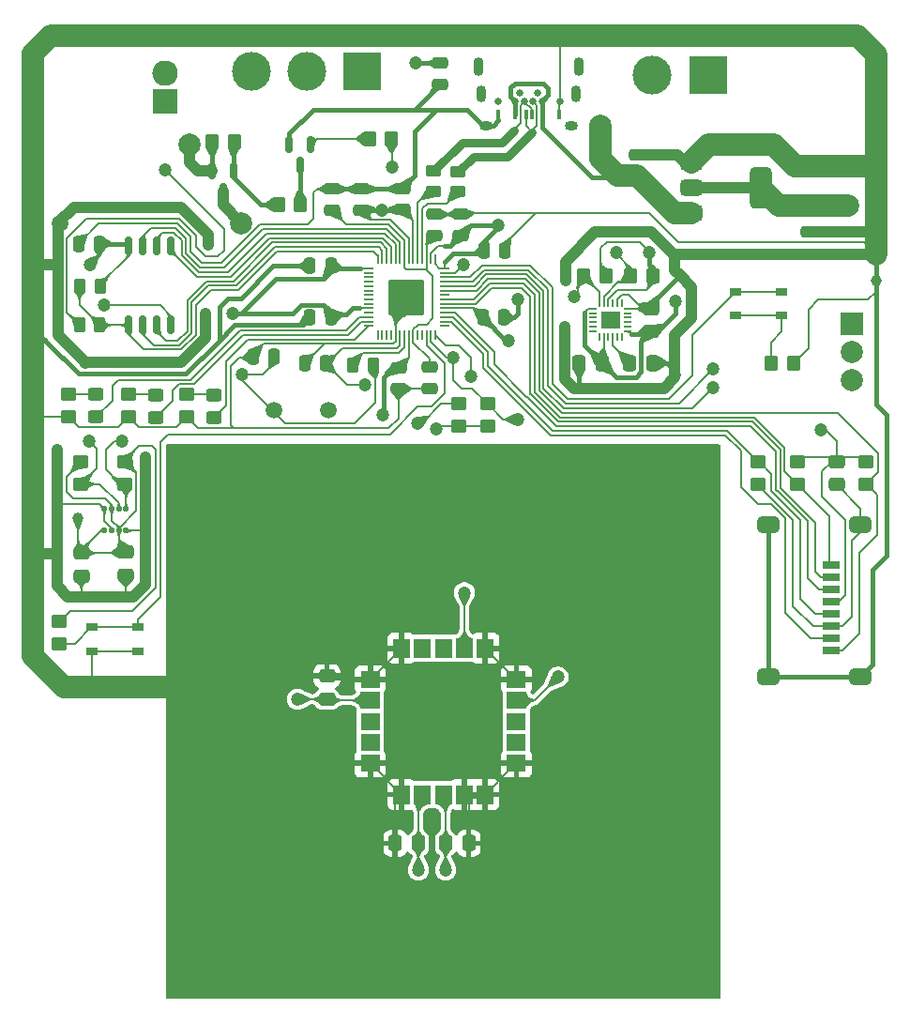
<source format=gbr>
%TF.GenerationSoftware,KiCad,Pcbnew,9.0.1*%
%TF.CreationDate,2025-04-08T19:45:02-03:00*%
%TF.ProjectId,SRAD_computer,53524144-5f63-46f6-9d70-757465722e6b,rev?*%
%TF.SameCoordinates,Original*%
%TF.FileFunction,Copper,L1,Top*%
%TF.FilePolarity,Positive*%
%FSLAX46Y46*%
G04 Gerber Fmt 4.6, Leading zero omitted, Abs format (unit mm)*
G04 Created by KiCad (PCBNEW 9.0.1) date 2025-04-08 19:45:02*
%MOMM*%
%LPD*%
G01*
G04 APERTURE LIST*
G04 Aperture macros list*
%AMRoundRect*
0 Rectangle with rounded corners*
0 $1 Rounding radius*
0 $2 $3 $4 $5 $6 $7 $8 $9 X,Y pos of 4 corners*
0 Add a 4 corners polygon primitive as box body*
4,1,4,$2,$3,$4,$5,$6,$7,$8,$9,$2,$3,0*
0 Add four circle primitives for the rounded corners*
1,1,$1+$1,$2,$3*
1,1,$1+$1,$4,$5*
1,1,$1+$1,$6,$7*
1,1,$1+$1,$8,$9*
0 Add four rect primitives between the rounded corners*
20,1,$1+$1,$2,$3,$4,$5,0*
20,1,$1+$1,$4,$5,$6,$7,0*
20,1,$1+$1,$6,$7,$8,$9,0*
20,1,$1+$1,$8,$9,$2,$3,0*%
G04 Aperture macros list end*
%TA.AperFunction,SMDPad,CuDef*%
%ADD10RoundRect,0.250000X-0.450000X0.325000X-0.450000X-0.325000X0.450000X-0.325000X0.450000X0.325000X0*%
%TD*%
%TA.AperFunction,SMDPad,CuDef*%
%ADD11RoundRect,0.250000X-0.475000X0.337500X-0.475000X-0.337500X0.475000X-0.337500X0.475000X0.337500X0*%
%TD*%
%TA.AperFunction,SMDPad,CuDef*%
%ADD12RoundRect,0.250000X-0.350000X-0.450000X0.350000X-0.450000X0.350000X0.450000X-0.350000X0.450000X0*%
%TD*%
%TA.AperFunction,SMDPad,CuDef*%
%ADD13RoundRect,0.250000X0.475000X-0.250000X0.475000X0.250000X-0.475000X0.250000X-0.475000X-0.250000X0*%
%TD*%
%TA.AperFunction,SMDPad,CuDef*%
%ADD14RoundRect,0.250000X0.262500X0.450000X-0.262500X0.450000X-0.262500X-0.450000X0.262500X-0.450000X0*%
%TD*%
%TA.AperFunction,SMDPad,CuDef*%
%ADD15RoundRect,0.250000X-0.450000X0.350000X-0.450000X-0.350000X0.450000X-0.350000X0.450000X0.350000X0*%
%TD*%
%TA.AperFunction,SMDPad,CuDef*%
%ADD16R,0.300000X0.900000*%
%TD*%
%TA.AperFunction,ComponentPad*%
%ADD17C,0.650000*%
%TD*%
%TA.AperFunction,ComponentPad*%
%ADD18O,0.900000X1.700000*%
%TD*%
%TA.AperFunction,ComponentPad*%
%ADD19O,0.900000X1.500000*%
%TD*%
%TA.AperFunction,ComponentPad*%
%ADD20O,1.150000X0.900000*%
%TD*%
%TA.AperFunction,SMDPad,CuDef*%
%ADD21RoundRect,0.250000X0.350000X0.450000X-0.350000X0.450000X-0.350000X-0.450000X0.350000X-0.450000X0*%
%TD*%
%TA.AperFunction,ComponentPad*%
%ADD22C,1.500000*%
%TD*%
%TA.AperFunction,SMDPad,CuDef*%
%ADD23RoundRect,0.250000X0.337500X0.475000X-0.337500X0.475000X-0.337500X-0.475000X0.337500X-0.475000X0*%
%TD*%
%TA.AperFunction,SMDPad,CuDef*%
%ADD24RoundRect,0.250000X-0.475000X0.250000X-0.475000X-0.250000X0.475000X-0.250000X0.475000X0.250000X0*%
%TD*%
%TA.AperFunction,ComponentPad*%
%ADD25R,2.000000X2.000000*%
%TD*%
%TA.AperFunction,ComponentPad*%
%ADD26C,2.000000*%
%TD*%
%TA.AperFunction,SMDPad,CuDef*%
%ADD27RoundRect,0.375000X-0.625000X-0.375000X0.625000X-0.375000X0.625000X0.375000X-0.625000X0.375000X0*%
%TD*%
%TA.AperFunction,SMDPad,CuDef*%
%ADD28RoundRect,0.500000X-0.500000X-1.400000X0.500000X-1.400000X0.500000X1.400000X-0.500000X1.400000X0*%
%TD*%
%TA.AperFunction,SMDPad,CuDef*%
%ADD29RoundRect,0.250000X-0.450000X0.262500X-0.450000X-0.262500X0.450000X-0.262500X0.450000X0.262500X0*%
%TD*%
%TA.AperFunction,SMDPad,CuDef*%
%ADD30RoundRect,0.150000X-0.150000X0.587500X-0.150000X-0.587500X0.150000X-0.587500X0.150000X0.587500X0*%
%TD*%
%TA.AperFunction,ComponentPad*%
%ADD31R,3.500000X3.500000*%
%TD*%
%TA.AperFunction,ComponentPad*%
%ADD32C,3.500000*%
%TD*%
%TA.AperFunction,SMDPad,CuDef*%
%ADD33R,1.050000X0.650000*%
%TD*%
%TA.AperFunction,SMDPad,CuDef*%
%ADD34R,1.500000X0.800000*%
%TD*%
%TA.AperFunction,SMDPad,CuDef*%
%ADD35RoundRect,0.362500X-0.637500X0.362500X-0.637500X-0.362500X0.637500X-0.362500X0.637500X0.362500X0*%
%TD*%
%TA.AperFunction,SMDPad,CuDef*%
%ADD36RoundRect,0.162500X0.162500X-0.650000X0.162500X0.650000X-0.162500X0.650000X-0.162500X-0.650000X0*%
%TD*%
%TA.AperFunction,ComponentPad*%
%ADD37R,2.300000X2.300000*%
%TD*%
%TA.AperFunction,ComponentPad*%
%ADD38O,2.300000X2.300000*%
%TD*%
%TA.AperFunction,SMDPad,CuDef*%
%ADD39RoundRect,0.250000X0.475000X-0.337500X0.475000X0.337500X-0.475000X0.337500X-0.475000X-0.337500X0*%
%TD*%
%TA.AperFunction,SMDPad,CuDef*%
%ADD40RoundRect,0.250000X-0.337500X-0.475000X0.337500X-0.475000X0.337500X0.475000X-0.337500X0.475000X0*%
%TD*%
%TA.AperFunction,SMDPad,CuDef*%
%ADD41RoundRect,0.250000X0.450000X-0.350000X0.450000X0.350000X-0.450000X0.350000X-0.450000X-0.350000X0*%
%TD*%
%TA.AperFunction,SMDPad,CuDef*%
%ADD42RoundRect,0.250000X0.250000X0.475000X-0.250000X0.475000X-0.250000X-0.475000X0.250000X-0.475000X0*%
%TD*%
%TA.AperFunction,SMDPad,CuDef*%
%ADD43RoundRect,0.027500X-0.292500X-0.082500X0.292500X-0.082500X0.292500X0.082500X-0.292500X0.082500X0*%
%TD*%
%TA.AperFunction,SMDPad,CuDef*%
%ADD44RoundRect,0.027500X-0.082500X-0.292500X0.082500X-0.292500X0.082500X0.292500X-0.082500X0.292500X0*%
%TD*%
%TA.AperFunction,SMDPad,CuDef*%
%ADD45R,1.700000X1.540000*%
%TD*%
%TA.AperFunction,SMDPad,CuDef*%
%ADD46RoundRect,0.056250X0.168750X-0.188750X0.168750X0.188750X-0.168750X0.188750X-0.168750X-0.188750X0*%
%TD*%
%TA.AperFunction,SMDPad,CuDef*%
%ADD47RoundRect,0.250000X-0.250000X-0.475000X0.250000X-0.475000X0.250000X0.475000X-0.250000X0.475000X0*%
%TD*%
%TA.AperFunction,SMDPad,CuDef*%
%ADD48RoundRect,0.250000X-0.262500X-0.450000X0.262500X-0.450000X0.262500X0.450000X-0.262500X0.450000X0*%
%TD*%
%TA.AperFunction,SMDPad,CuDef*%
%ADD49RoundRect,0.050000X-0.387500X-0.050000X0.387500X-0.050000X0.387500X0.050000X-0.387500X0.050000X0*%
%TD*%
%TA.AperFunction,SMDPad,CuDef*%
%ADD50RoundRect,0.050000X-0.050000X-0.387500X0.050000X-0.387500X0.050000X0.387500X-0.050000X0.387500X0*%
%TD*%
%TA.AperFunction,ComponentPad*%
%ADD51C,0.600000*%
%TD*%
%TA.AperFunction,SMDPad,CuDef*%
%ADD52RoundRect,0.144000X-1.456000X-1.456000X1.456000X-1.456000X1.456000X1.456000X-1.456000X1.456000X0*%
%TD*%
%TA.AperFunction,SMDPad,CuDef*%
%ADD53R,1.500000X1.800000*%
%TD*%
%TA.AperFunction,SMDPad,CuDef*%
%ADD54R,1.800000X1.500000*%
%TD*%
%TA.AperFunction,ViaPad*%
%ADD55C,0.600000*%
%TD*%
%TA.AperFunction,ViaPad*%
%ADD56C,1.200000*%
%TD*%
%TA.AperFunction,ViaPad*%
%ADD57C,1.500000*%
%TD*%
%TA.AperFunction,ViaPad*%
%ADD58C,2.000000*%
%TD*%
%TA.AperFunction,ViaPad*%
%ADD59C,1.000000*%
%TD*%
%TA.AperFunction,Conductor*%
%ADD60C,0.200000*%
%TD*%
%TA.AperFunction,Conductor*%
%ADD61C,1.000000*%
%TD*%
%TA.AperFunction,Conductor*%
%ADD62C,0.400000*%
%TD*%
%TA.AperFunction,Conductor*%
%ADD63C,2.000000*%
%TD*%
%TA.AperFunction,Conductor*%
%ADD64C,0.800000*%
%TD*%
G04 APERTURE END LIST*
D10*
%TO.P,D2,1,K*%
%TO.N,Net-(D2-K)*%
X68908000Y-69502984D03*
%TO.P,D2,2,A*%
%TO.N,/LED_2*%
X68908000Y-71552984D03*
%TD*%
D11*
%TO.P,C_BME_VDDIO1,1*%
%TO.N,+3V3*%
X66190707Y-83678691D03*
%TO.P,C_BME_VDDIO1,2*%
%TO.N,GND*%
X66190707Y-85753691D03*
%TD*%
D12*
%TO.P,R7,1*%
%TO.N,Net-(Q3-G)*%
X79980000Y-52372984D03*
%TO.P,R7,2*%
%TO.N,Net-(Q1-C)*%
X81980000Y-52372984D03*
%TD*%
D13*
%TO.P,C8,1*%
%TO.N,+1V1*%
X94100000Y-55112836D03*
%TO.P,C8,2*%
%TO.N,GND*%
X94100000Y-53212836D03*
%TD*%
D14*
%TO.P,R2,1*%
%TO.N,+3V3*%
X63880859Y-59723927D03*
%TO.P,R2,2*%
%TO.N,/QSPI_SS*%
X62055859Y-59723927D03*
%TD*%
D15*
%TO.P,R15,1*%
%TO.N,+3V3*%
X133050000Y-75542984D03*
%TO.P,R15,2*%
%TO.N,/SD_DAT1*%
X133050000Y-77542984D03*
%TD*%
D16*
%TO.P,J7,A1,GND*%
%TO.N,GND*%
X105330000Y-44200000D03*
%TO.P,J7,A4,VBUS*%
%TO.N,VBUS*%
X103830000Y-44200000D03*
%TO.P,J7,A6,DP1*%
%TO.N,/USB_D+*%
X102830000Y-44200000D03*
%TO.P,J7,A7,DN1*%
%TO.N,/USB_D-*%
X102330000Y-44200000D03*
%TO.P,J7,A9,VBUS__1*%
%TO.N,VBUS*%
X101330000Y-44200000D03*
%TO.P,J7,A12,GND__1*%
%TO.N,GND*%
X99830000Y-44200000D03*
D17*
%TO.P,J7,B1,GND__2*%
X99780000Y-42990000D03*
%TO.P,J7,B4,VBUS__2*%
%TO.N,VBUS*%
X101380000Y-42990000D03*
%TO.P,J7,B5,CC2*%
%TO.N,unconnected-(J7-CC2-PadB5)*%
X101780000Y-42290000D03*
%TO.P,J7,B6,DP2*%
%TO.N,/USB_D+*%
X102180000Y-42990000D03*
%TO.P,J7,B7,DN2*%
%TO.N,/USB_D-*%
X102980000Y-42990000D03*
%TO.P,J7,B8,SBU2*%
%TO.N,unconnected-(J7-SBU2-PadB8)*%
X103380000Y-42290000D03*
%TO.P,J7,B9,VBUS__3*%
%TO.N,VBUS*%
X103780000Y-42990000D03*
%TO.P,J7,B12,GND__3*%
%TO.N,GND*%
X105380000Y-42990000D03*
D18*
%TO.P,J7,SH1,SHIELD*%
X107080000Y-39870000D03*
D19*
%TO.P,J7,SH2,SHIELD__1*%
X106855000Y-42390000D03*
D20*
%TO.P,J7,SH3,SHIELD__2*%
X106425000Y-45190000D03*
%TO.P,J7,SH4,SHIELD__3*%
X98735000Y-45190000D03*
D19*
%TO.P,J7,SH5,SHIELD__4*%
X98305000Y-42390000D03*
D18*
%TO.P,J7,SH6,SHIELD__5*%
X98080000Y-39870000D03*
%TD*%
D13*
%TO.P,C10,1*%
%TO.N,+3V3*%
X96470000Y-55112836D03*
%TO.P,C10,2*%
%TO.N,GND*%
X96470000Y-53212836D03*
%TD*%
%TO.P,C1,1*%
%TO.N,VBUS*%
X112330000Y-49732836D03*
%TO.P,C1,2*%
%TO.N,GND*%
X112330000Y-47832836D03*
%TD*%
D15*
%TO.P,R13,1*%
%TO.N,/SD_CLK*%
X123303333Y-75552984D03*
%TO.P,R13,2*%
%TO.N,GND*%
X123303333Y-77552984D03*
%TD*%
D21*
%TO.P,R8,1*%
%TO.N,/power_cam*%
X90180000Y-46402836D03*
%TO.P,R8,2*%
%TO.N,Net-(Q1-B)*%
X88180000Y-46402836D03*
%TD*%
D22*
%TO.P,Y1,1,1*%
%TO.N,Net-(C3-Pad1)*%
X79590000Y-70882984D03*
%TO.P,Y1,2,2*%
%TO.N,/XIN*%
X84470000Y-70882984D03*
%TD*%
D15*
%TO.P,R_BME_SDA1,1*%
%TO.N,+3V3*%
X62170707Y-75566191D03*
%TO.P,R_BME_SDA1,2*%
%TO.N,/SDA*%
X62170707Y-77566191D03*
%TD*%
%TO.P,R16,1*%
%TO.N,+3V3*%
X60220000Y-89950000D03*
%TO.P,R16,2*%
%TO.N,/RUN*%
X60220000Y-91950000D03*
%TD*%
D23*
%TO.P,C_VDDIO_MPU1,1*%
%TO.N,+3V3*%
X109200000Y-66622984D03*
%TO.P,C_VDDIO_MPU1,2*%
%TO.N,GND*%
X107125000Y-66622984D03*
%TD*%
D24*
%TO.P,C4,1*%
%TO.N,+3V3*%
X127880000Y-52852836D03*
%TO.P,C4,2*%
%TO.N,GND*%
X127880000Y-54752836D03*
%TD*%
D25*
%TO.P,J5,1,1*%
%TO.N,/UART_Rx*%
X131770000Y-63082984D03*
D26*
%TO.P,J5,2,2*%
%TO.N,/UART_Tx*%
X131770000Y-65622984D03*
%TO.P,J5,3,3*%
%TO.N,GND*%
X131770000Y-68162984D03*
%TD*%
D27*
%TO.P,U1,1,GND*%
%TO.N,GND*%
X117230000Y-48500336D03*
%TO.P,U1,2,VO*%
%TO.N,+3V3*%
X117230000Y-50800336D03*
D28*
X123530000Y-50800336D03*
D27*
%TO.P,U1,3,VI*%
%TO.N,VBUS*%
X117230000Y-53100336D03*
%TD*%
D15*
%TO.P,R_BME_SCL1,1*%
%TO.N,+3V3*%
X66160707Y-75546191D03*
%TO.P,R_BME_SCL1,2*%
%TO.N,/SCL*%
X66160707Y-77546191D03*
%TD*%
D29*
%TO.P,R3,1*%
%TO.N,/USB_D+*%
X93990000Y-49325336D03*
%TO.P,R3,2*%
%TO.N,Net-(U3-USB_DP)*%
X93990000Y-51150336D03*
%TD*%
D30*
%TO.P,Q3,1,G*%
%TO.N,Net-(Q3-G)*%
X75922500Y-49275336D03*
%TO.P,Q3,2,S*%
%TO.N,V_cam_bus*%
X74022500Y-49275336D03*
%TO.P,Q3,3,D*%
%TO.N,/V_cam*%
X74972500Y-51150336D03*
%TD*%
D23*
%TO.P,C_SAM_VCCIO1,1*%
%TO.N,+3V3*%
X92620000Y-109952984D03*
%TO.P,C_SAM_VCCIO1,2*%
%TO.N,GND*%
X90545000Y-109952984D03*
%TD*%
D15*
%TO.P,R9,1*%
%TO.N,Net-(D1-K)*%
X71710000Y-69465484D03*
%TO.P,R9,2*%
%TO.N,GND*%
X71710000Y-71465484D03*
%TD*%
D31*
%TO.P,J1,1,1*%
%TO.N,/V_cam*%
X87530000Y-40282836D03*
D32*
%TO.P,J1,2,2*%
%TO.N,GND*%
X82530000Y-40282836D03*
%TO.P,J1,3,3*%
%TO.N,V_cam_bus*%
X77530000Y-40282836D03*
%TD*%
D33*
%TO.P,S2,1,NO_1*%
%TO.N,/RUN*%
X63190000Y-90460000D03*
%TO.P,S2,2,NO_2*%
X67340000Y-90460000D03*
%TO.P,S2,3,COM_1*%
%TO.N,GND*%
X63190000Y-92610000D03*
%TO.P,S2,4,COM_2*%
X67340000Y-92610000D03*
%TD*%
D34*
%TO.P,J6,1,DAT2*%
%TO.N,/SD_DAT2*%
X129910000Y-84847984D03*
%TO.P,J6,2,DAT3/CD*%
%TO.N,/SD_DAT3*%
X129910000Y-85947984D03*
%TO.P,J6,3,CMD*%
%TO.N,/SD_CMD*%
X129910000Y-87047984D03*
%TO.P,J6,4,VDD*%
%TO.N,+3V3*%
X129910000Y-88147984D03*
%TO.P,J6,5,CLK*%
%TO.N,/SD_CLK*%
X129910000Y-89247984D03*
%TO.P,J6,6,VSS*%
%TO.N,GND*%
X129910000Y-90347984D03*
%TO.P,J6,7,DAT0*%
%TO.N,/SD_DAT0*%
X129910000Y-91447984D03*
%TO.P,J6,8,DAT1*%
%TO.N,/SD_DAT1*%
X129910000Y-92547984D03*
D35*
%TO.P,J6,9,SHIELD*%
%TO.N,GND*%
X132510000Y-81177984D03*
X124210000Y-81177984D03*
X132510000Y-94927984D03*
X124210000Y-94927984D03*
%TD*%
D36*
%TO.P,U2,1,~{CS}*%
%TO.N,/QSPI_SS*%
X66454747Y-63201427D03*
%TO.P,U2,2,DO(IO1)*%
%TO.N,/QSPI_SD1*%
X67724747Y-63201427D03*
%TO.P,U2,3,IO2*%
%TO.N,/QSPI_SD2*%
X68994747Y-63201427D03*
%TO.P,U2,4,GND*%
%TO.N,GND*%
X70264747Y-63201427D03*
%TO.P,U2,5,DI(IO0)*%
%TO.N,/QSPI_SD0*%
X70264747Y-56026427D03*
%TO.P,U2,6,CLK*%
%TO.N,/QSPI_SCLK*%
X68994747Y-56026427D03*
%TO.P,U2,7,IO3*%
%TO.N,/QSPI_SD3*%
X67724747Y-56026427D03*
%TO.P,U2,8,VCC*%
%TO.N,+3V3*%
X66454747Y-56026427D03*
%TD*%
D15*
%TO.P,R10,1*%
%TO.N,Net-(D2-K)*%
X66440000Y-69482984D03*
%TO.P,R10,2*%
%TO.N,GND*%
X66440000Y-71482984D03*
%TD*%
D10*
%TO.P,D1,1,K*%
%TO.N,Net-(D1-K)*%
X74178000Y-69485484D03*
%TO.P,D1,2,A*%
%TO.N,/LED_1*%
X74178000Y-71535484D03*
%TD*%
D37*
%TO.P,J2,1,Pin_1*%
%TO.N,/~{USB_BOOT}*%
X69790000Y-43037836D03*
D38*
%TO.P,J2,2,Pin_2*%
%TO.N,GND*%
X69790000Y-40497836D03*
%TD*%
D11*
%TO.P,C18,1*%
%TO.N,+3V3*%
X130356666Y-75515484D03*
%TO.P,C18,2*%
%TO.N,GND*%
X130356666Y-77590484D03*
%TD*%
D12*
%TO.P,R6,1*%
%TO.N,V_cam_bus*%
X74020000Y-46652836D03*
%TO.P,R6,2*%
%TO.N,Net-(Q3-G)*%
X76020000Y-46652836D03*
%TD*%
D24*
%TO.P,C6,1*%
%TO.N,+1V1*%
X93610000Y-67022836D03*
%TO.P,C6,2*%
%TO.N,GND*%
X93610000Y-68922836D03*
%TD*%
D39*
%TO.P,C_VDD_MPU1,1*%
%TO.N,+3V3*%
X113642500Y-63770484D03*
%TO.P,C_VDD_MPU1,2*%
%TO.N,GND*%
X113642500Y-61695484D03*
%TD*%
D10*
%TO.P,D3,1,K*%
%TO.N,Net-(D3-K)*%
X63528000Y-69465484D03*
%TO.P,D3,2,A*%
%TO.N,/LED_3*%
X63528000Y-71515484D03*
%TD*%
D40*
%TO.P,C_MPU_REG1,1*%
%TO.N,Net-(U5-REGOUT)*%
X111705000Y-66622984D03*
%TO.P,C_MPU_REG1,2*%
%TO.N,GND*%
X113780000Y-66622984D03*
%TD*%
D41*
%TO.P,R_SAM_SDA1,1*%
%TO.N,+3V3*%
X98880000Y-72322984D03*
%TO.P,R_SAM_SDA1,2*%
%TO.N,/SDA*%
X98880000Y-70322984D03*
%TD*%
D24*
%TO.P,C17,1*%
%TO.N,+3V3*%
X94570000Y-39582836D03*
%TO.P,C17,2*%
%TO.N,GND*%
X94570000Y-41482836D03*
%TD*%
D42*
%TO.P,C14,1*%
%TO.N,+3V3*%
X84730000Y-62522984D03*
%TO.P,C14,2*%
%TO.N,GND*%
X82830000Y-62522984D03*
%TD*%
D43*
%TO.P,U5,1,RESV_1*%
%TO.N,+3V3*%
X108410000Y-61732984D03*
%TO.P,U5,2,NC*%
%TO.N,unconnected-(U5-NC-Pad2)*%
X108410000Y-62132984D03*
%TO.P,U5,3,NC*%
%TO.N,unconnected-(U5-NC-Pad3)*%
X108410000Y-62532984D03*
%TO.P,U5,4,NC*%
%TO.N,unconnected-(U5-NC-Pad4)*%
X108410000Y-62932984D03*
%TO.P,U5,5,NC*%
%TO.N,unconnected-(U5-NC-Pad5)*%
X108410000Y-63332984D03*
%TO.P,U5,6,NC*%
%TO.N,unconnected-(U5-NC-Pad6)*%
X108410000Y-63732984D03*
D44*
%TO.P,U5,7,AUX_CL*%
%TO.N,unconnected-(U5-AUX_CL-Pad7)*%
X108955000Y-64277984D03*
%TO.P,U5,8,VDDIO*%
%TO.N,+3V3*%
X109355000Y-64277984D03*
%TO.P,U5,9,AD0/SDO*%
%TO.N,unconnected-(U5-AD0{slash}SDO-Pad9)*%
X109755000Y-64277984D03*
%TO.P,U5,10,REGOUT*%
%TO.N,Net-(U5-REGOUT)*%
X110155000Y-64277984D03*
%TO.P,U5,11,FSYNC*%
%TO.N,unconnected-(U5-FSYNC-Pad11)*%
X110555000Y-64277984D03*
%TO.P,U5,12,INT*%
%TO.N,unconnected-(U5-INT-Pad12)*%
X110955000Y-64277984D03*
D43*
%TO.P,U5,13,VDD*%
%TO.N,+3V3*%
X111500000Y-63732984D03*
%TO.P,U5,14,NC*%
%TO.N,unconnected-(U5-NC-Pad14)*%
X111500000Y-63332984D03*
%TO.P,U5,15,NC*%
%TO.N,unconnected-(U5-NC-Pad15)*%
X111500000Y-62932984D03*
%TO.P,U5,16,NC*%
%TO.N,unconnected-(U5-NC-Pad16)*%
X111500000Y-62532984D03*
%TO.P,U5,17,NC*%
%TO.N,unconnected-(U5-NC-Pad17)*%
X111500000Y-62132984D03*
%TO.P,U5,18,GND*%
%TO.N,GND*%
X111500000Y-61732984D03*
D44*
%TO.P,U5,19,RESV_19*%
%TO.N,unconnected-(U5-RESV_19-Pad19)*%
X110955000Y-61187984D03*
%TO.P,U5,20,RESV_20*%
%TO.N,GND*%
X110555000Y-61187984D03*
%TO.P,U5,21,AUX_DA*%
%TO.N,unconnected-(U5-AUX_DA-Pad21)*%
X110155000Y-61187984D03*
%TO.P,U5,22,~{CS}*%
%TO.N,+3V3*%
X109755000Y-61187984D03*
%TO.P,U5,23,SCL/SCLK*%
%TO.N,/SCL*%
X109355000Y-61187984D03*
%TO.P,U5,24,SDA/SDI*%
%TO.N,/SDA*%
X108955000Y-61187984D03*
D45*
%TO.P,U5,25,EXP*%
%TO.N,unconnected-(U5-EXP-Pad25)*%
X109955000Y-62732984D03*
%TD*%
D11*
%TO.P,C_BME_VDD1,1*%
%TO.N,+3V3*%
X62200707Y-83758691D03*
%TO.P,C_BME_VDD1,2*%
%TO.N,GND*%
X62200707Y-85833691D03*
%TD*%
D39*
%TO.P,C_SAM_VCC1,1*%
%TO.N,+3V3*%
X84370000Y-96952984D03*
%TO.P,C_SAM_VCC1,2*%
%TO.N,GND*%
X84370000Y-94877984D03*
%TD*%
D29*
%TO.P,R4,1*%
%TO.N,/USB_D-*%
X96210000Y-49345336D03*
%TO.P,R4,2*%
%TO.N,Net-(U3-USB_DM)*%
X96210000Y-51170336D03*
%TD*%
D21*
%TO.P,R_MPU_SCL1,1*%
%TO.N,+3V3*%
X113760000Y-58782984D03*
%TO.P,R_MPU_SCL1,2*%
%TO.N,/SCL*%
X111760000Y-58782984D03*
%TD*%
D14*
%TO.P,R1,1*%
%TO.N,/QSPI_SS*%
X63859747Y-63183927D03*
%TO.P,R1,2*%
%TO.N,/~{USB_BOOT}*%
X62034747Y-63183927D03*
%TD*%
D21*
%TO.P,R_MPU_SDA1,1*%
%TO.N,+3V3*%
X109530000Y-58772984D03*
%TO.P,R_MPU_SDA1,2*%
%TO.N,/SDA*%
X107530000Y-58772984D03*
%TD*%
D33*
%TO.P,S1,1,NO_1*%
%TO.N,/SW_1*%
X121280000Y-60172984D03*
%TO.P,S1,2,NO_2*%
X125430000Y-60172984D03*
%TO.P,S1,3,COM_1*%
%TO.N,Net-(S1-COM_1)*%
X121280000Y-62322984D03*
%TO.P,S1,4,COM_2*%
X125430000Y-62322984D03*
%TD*%
D24*
%TO.P,C13,1*%
%TO.N,+3V3*%
X90820000Y-67062836D03*
%TO.P,C13,2*%
%TO.N,GND*%
X90820000Y-68962836D03*
%TD*%
D42*
%TO.P,C15,1*%
%TO.N,+3V3*%
X84730000Y-57872984D03*
%TO.P,C15,2*%
%TO.N,GND*%
X82830000Y-57872984D03*
%TD*%
D12*
%TO.P,R12,1*%
%TO.N,Net-(S1-COM_1)*%
X124450000Y-66632984D03*
%TO.P,R12,2*%
%TO.N,GND*%
X126450000Y-66632984D03*
%TD*%
D13*
%TO.P,C7,1*%
%TO.N,+1V1*%
X84830000Y-52822984D03*
%TO.P,C7,2*%
%TO.N,GND*%
X84830000Y-50922984D03*
%TD*%
D15*
%TO.P,R11,1*%
%TO.N,Net-(D3-K)*%
X61060000Y-69445484D03*
%TO.P,R11,2*%
%TO.N,GND*%
X61060000Y-71445484D03*
%TD*%
D31*
%TO.P,J4,1,1*%
%TO.N,GND*%
X118770000Y-40642836D03*
D32*
%TO.P,J4,2,2*%
%TO.N,VBUS*%
X113690000Y-40642836D03*
%TD*%
D46*
%TO.P,U4,1,GND*%
%TO.N,GND*%
X64290707Y-79801191D03*
%TO.P,U4,2,CSB*%
%TO.N,+3V3*%
X64940707Y-79801191D03*
%TO.P,U4,3,SDI*%
%TO.N,/SDA*%
X65590707Y-79801191D03*
%TO.P,U4,4,SCK*%
%TO.N,/SCL*%
X66240707Y-79801191D03*
%TO.P,U4,5,SDO*%
%TO.N,GND*%
X66240707Y-81741191D03*
%TO.P,U4,6,VDDIO*%
%TO.N,+3V3*%
X65590707Y-81741191D03*
%TO.P,U4,7,GND*%
%TO.N,GND*%
X64940707Y-81741191D03*
%TO.P,U4,8,VDD*%
%TO.N,+3V3*%
X64290707Y-81741191D03*
%TD*%
D47*
%TO.P,C11,1*%
%TO.N,+3V3*%
X98530000Y-56472984D03*
%TO.P,C11,2*%
%TO.N,GND*%
X100430000Y-56472984D03*
%TD*%
D41*
%TO.P,R_SAM_SCL1,1*%
%TO.N,+3V3*%
X96280000Y-72322984D03*
%TO.P,R_SAM_SCL1,2*%
%TO.N,/SCL*%
X96280000Y-70322984D03*
%TD*%
D48*
%TO.P,R5,1*%
%TO.N,/XOUT*%
X86717500Y-66822984D03*
%TO.P,R5,2*%
%TO.N,Net-(C3-Pad1)*%
X88542500Y-66822984D03*
%TD*%
D30*
%TO.P,Q1,1,B*%
%TO.N,Net-(Q1-B)*%
X82880000Y-46947984D03*
%TO.P,Q1,2,E*%
%TO.N,GND*%
X80980000Y-46947984D03*
%TO.P,Q1,3,C*%
%TO.N,Net-(Q1-C)*%
X81930000Y-48822984D03*
%TD*%
D47*
%TO.P,C12,1*%
%TO.N,+3V3*%
X98430000Y-62522984D03*
%TO.P,C12,2*%
%TO.N,GND*%
X100330000Y-62522984D03*
%TD*%
D42*
%TO.P,C2,1*%
%TO.N,/XIN*%
X84250000Y-66672984D03*
%TO.P,C2,2*%
%TO.N,GND*%
X82350000Y-66672984D03*
%TD*%
D49*
%TO.P,U3,1,IOVDD*%
%TO.N,+3V3*%
X88112500Y-58087836D03*
%TO.P,U3,2,GPIO0*%
%TO.N,/GPIO0*%
X88112500Y-58487836D03*
%TO.P,U3,3,GPIO1*%
%TO.N,/GPIO1*%
X88112500Y-58887836D03*
%TO.P,U3,4,GPIO2*%
%TO.N,/GPIO2*%
X88112500Y-59287836D03*
%TO.P,U3,5,GPIO3*%
%TO.N,/GPIO3*%
X88112500Y-59687836D03*
%TO.P,U3,6,GPIO4*%
%TO.N,/GPIO4*%
X88112500Y-60087836D03*
%TO.P,U3,7,GPIO5*%
%TO.N,/GPIO5*%
X88112500Y-60487836D03*
%TO.P,U3,8,GPIO6*%
%TO.N,/GPIO6*%
X88112500Y-60887836D03*
%TO.P,U3,9,GPIO7*%
%TO.N,/GPIO7*%
X88112500Y-61287836D03*
%TO.P,U3,10,IOVDD*%
%TO.N,+3V3*%
X88112500Y-61687836D03*
%TO.P,U3,11,GPIO8*%
%TO.N,/GPIO8*%
X88112500Y-62087836D03*
%TO.P,U3,12,GPIO9*%
%TO.N,/LED_3*%
X88112500Y-62487836D03*
%TO.P,U3,13,GPIO10*%
%TO.N,/LED_2*%
X88112500Y-62887836D03*
%TO.P,U3,14,GPIO11*%
%TO.N,/LED_1*%
X88112500Y-63287836D03*
D50*
%TO.P,U3,15,GPIO12*%
%TO.N,/GPIO12*%
X88950000Y-64125336D03*
%TO.P,U3,16,GPIO13*%
%TO.N,/GPIO13*%
X89350000Y-64125336D03*
%TO.P,U3,17,GPIO14*%
%TO.N,/GPIO14*%
X89750000Y-64125336D03*
%TO.P,U3,18,GPIO15*%
%TO.N,/GPIO15*%
X90150000Y-64125336D03*
%TO.P,U3,19,TESTEN*%
%TO.N,GND*%
X90550000Y-64125336D03*
%TO.P,U3,20,XIN*%
%TO.N,/XIN*%
X90950000Y-64125336D03*
%TO.P,U3,21,XOUT*%
%TO.N,/XOUT*%
X91350000Y-64125336D03*
%TO.P,U3,22,IOVDD*%
%TO.N,+3V3*%
X91750000Y-64125336D03*
%TO.P,U3,23,DVDD*%
%TO.N,+1V1*%
X92150000Y-64125336D03*
%TO.P,U3,24,SWCLK*%
%TO.N,/SWCLK*%
X92550000Y-64125336D03*
%TO.P,U3,25,SWD*%
%TO.N,/SWD*%
X92950000Y-64125336D03*
%TO.P,U3,26,RUN*%
%TO.N,/RUN*%
X93350000Y-64125336D03*
%TO.P,U3,27,GPIO16*%
%TO.N,/SDA*%
X93750000Y-64125336D03*
%TO.P,U3,28,GPIO17*%
%TO.N,/SCL*%
X94150000Y-64125336D03*
D49*
%TO.P,U3,29,GPIO18*%
%TO.N,/GPIO18*%
X94987500Y-63287836D03*
%TO.P,U3,30,GPIO19*%
%TO.N,/SD_DAT0*%
X94987500Y-62887836D03*
%TO.P,U3,31,GPIO20*%
%TO.N,/SD_CLK*%
X94987500Y-62487836D03*
%TO.P,U3,32,GPIO21*%
%TO.N,/SD_CMD*%
X94987500Y-62087836D03*
%TO.P,U3,33,IOVDD*%
%TO.N,+3V3*%
X94987500Y-61687836D03*
%TO.P,U3,34,GPIO22*%
%TO.N,/SD_DAT3*%
X94987500Y-61287836D03*
%TO.P,U3,35,GPIO23*%
%TO.N,/SD_DAT2*%
X94987500Y-60887836D03*
%TO.P,U3,36,GPIO24*%
%TO.N,/GPIO24*%
X94987500Y-60487836D03*
%TO.P,U3,37,GPIO25*%
%TO.N,/SD_DAT1*%
X94987500Y-60087836D03*
%TO.P,U3,38,GPIO26_ADC0*%
%TO.N,/UART_Tx*%
X94987500Y-59687836D03*
%TO.P,U3,39,GPIO27_ADC1*%
%TO.N,/UART_Rx*%
X94987500Y-59287836D03*
%TO.P,U3,40,GPIO28_ADC2*%
%TO.N,/SW_1*%
X94987500Y-58887836D03*
%TO.P,U3,41,GPIO29_ADC3*%
%TO.N,/power_cam*%
X94987500Y-58487836D03*
%TO.P,U3,42,IOVDD*%
%TO.N,+3V3*%
X94987500Y-58087836D03*
D50*
%TO.P,U3,43,ADC_AVDD*%
X94150000Y-57250336D03*
%TO.P,U3,44,VREG_IN*%
X93750000Y-57250336D03*
%TO.P,U3,45,VREG_VOUT*%
%TO.N,+1V1*%
X93350000Y-57250336D03*
%TO.P,U3,46,USB_DM*%
%TO.N,Net-(U3-USB_DM)*%
X92950000Y-57250336D03*
%TO.P,U3,47,USB_DP*%
%TO.N,Net-(U3-USB_DP)*%
X92550000Y-57250336D03*
%TO.P,U3,48,USB_VDD*%
%TO.N,+3V3*%
X92150000Y-57250336D03*
%TO.P,U3,49,IOVDD*%
X91750000Y-57250336D03*
%TO.P,U3,50,DVDD*%
%TO.N,+1V1*%
X91350000Y-57250336D03*
%TO.P,U3,51,QSPI_SD3*%
%TO.N,/QSPI_SD3*%
X90950000Y-57250336D03*
%TO.P,U3,52,QSPI_SCLK*%
%TO.N,/QSPI_SCLK*%
X90550000Y-57250336D03*
%TO.P,U3,53,QSPI_SD0*%
%TO.N,/QSPI_SD0*%
X90150000Y-57250336D03*
%TO.P,U3,54,QSPI_SD2*%
%TO.N,/QSPI_SD2*%
X89750000Y-57250336D03*
%TO.P,U3,55,QSPI_SD1*%
%TO.N,/QSPI_SD1*%
X89350000Y-57250336D03*
%TO.P,U3,56,QSPI_SS*%
%TO.N,/QSPI_SS*%
X88950000Y-57250336D03*
D51*
%TO.P,U3,57,GND*%
%TO.N,GND*%
X90275000Y-59412836D03*
X90275000Y-60687836D03*
X90275000Y-61962836D03*
X91550000Y-59412836D03*
X91550000Y-60687836D03*
D52*
X91550000Y-60687836D03*
D51*
X91550000Y-61962836D03*
X92825000Y-59412836D03*
X92825000Y-60687836D03*
X92825000Y-61962836D03*
%TD*%
D13*
%TO.P,C9,1*%
%TO.N,+3V3*%
X91160000Y-52792836D03*
%TO.P,C9,2*%
%TO.N,GND*%
X91160000Y-50892836D03*
%TD*%
D40*
%TO.P,C_SAM_VBCKP1,1*%
%TO.N,+3V3*%
X95082500Y-109952984D03*
%TO.P,C_SAM_VBCKP1,2*%
%TO.N,GND*%
X97157500Y-109952984D03*
%TD*%
D42*
%TO.P,C3,1*%
%TO.N,Net-(C3-Pad1)*%
X79590000Y-66022984D03*
%TO.P,C3,2*%
%TO.N,GND*%
X77690000Y-66022984D03*
%TD*%
D15*
%TO.P,R14,1*%
%TO.N,+3V3*%
X126830000Y-75552984D03*
%TO.P,R14,2*%
%TO.N,/SD_DAT2*%
X126830000Y-77552984D03*
%TD*%
D42*
%TO.P,C5,1*%
%TO.N,+3V3*%
X63838359Y-55853927D03*
%TO.P,C5,2*%
%TO.N,GND*%
X61938359Y-55853927D03*
%TD*%
D53*
%TO.P,U6,1,GND*%
%TO.N,GND*%
X91070000Y-105552984D03*
%TO.P,U6,2,VCC_IO*%
%TO.N,+3V3*%
X92970000Y-105552984D03*
%TO.P,U6,3,V_BCKP*%
X94870000Y-105552984D03*
%TO.P,U6,4,GND*%
%TO.N,GND*%
X96770000Y-105552984D03*
%TO.P,U6,5,GND*%
X98670000Y-105552984D03*
D54*
%TO.P,U6,6,GND*%
X101470000Y-102752984D03*
%TO.P,U6,7,TIMEPULSE*%
%TO.N,unconnected-(U6-TIMEPULSE-Pad7)*%
X101470000Y-100852984D03*
%TO.P,U6,8,~{SAFEBOOT}*%
%TO.N,unconnected-(U6-~{SAFEBOOT}-Pad8)*%
X101470000Y-98952984D03*
%TO.P,U6,9,SDA*%
%TO.N,/SDA*%
X101470000Y-97052984D03*
%TO.P,U6,10,GND*%
%TO.N,GND*%
X101470000Y-95152984D03*
D53*
%TO.P,U6,11,GND*%
X98670000Y-92352984D03*
%TO.P,U6,12,SCL*%
%TO.N,/SCL*%
X96770000Y-92352984D03*
%TO.P,U6,13,TXD*%
%TO.N,unconnected-(U6-TXD-Pad13)*%
X94870000Y-92352984D03*
%TO.P,U6,14,RXD*%
%TO.N,unconnected-(U6-RXD-Pad14)*%
X92970000Y-92352984D03*
%TO.P,U6,15,GND*%
%TO.N,GND*%
X91070000Y-92352984D03*
D54*
%TO.P,U6,16,GND*%
X88270000Y-95152984D03*
%TO.P,U6,17,VCC*%
%TO.N,+3V3*%
X88270000Y-97052984D03*
%TO.P,U6,18,~{RESET}*%
%TO.N,unconnected-(U6-~{RESET}-Pad18)*%
X88270000Y-98952984D03*
%TO.P,U6,19,EXTINT0*%
%TO.N,unconnected-(U6-EXTINT0-Pad19)*%
X88270000Y-100852984D03*
%TO.P,U6,20,GND*%
%TO.N,GND*%
X88270000Y-102752984D03*
%TD*%
D13*
%TO.P,C16,1*%
%TO.N,+3V3*%
X87480000Y-52822984D03*
%TO.P,C16,2*%
%TO.N,GND*%
X87480000Y-50922984D03*
%TD*%
D55*
%TO.N,GND*%
X117520000Y-118202984D03*
X110520000Y-121702984D03*
X79020000Y-90202984D03*
X103520000Y-118202984D03*
X117520000Y-83202984D03*
X72020000Y-118202984D03*
X96520000Y-83202984D03*
X100020000Y-111202984D03*
X100020000Y-90202984D03*
X89520000Y-118202984D03*
X72020000Y-76202984D03*
X114020000Y-90202984D03*
X72020000Y-79702984D03*
X114020000Y-79702984D03*
X79020000Y-79702984D03*
X107020000Y-100702984D03*
X100020000Y-86702984D03*
X117520000Y-107702984D03*
X103520000Y-86702984D03*
X72020000Y-90202984D03*
X107020000Y-86702984D03*
X94460000Y-102702984D03*
X86020000Y-86702984D03*
X93370000Y-76210000D03*
X90960000Y-102702984D03*
X103520000Y-114702984D03*
X114020000Y-93702984D03*
X96520000Y-114702984D03*
X110520000Y-90202984D03*
X75520000Y-114702984D03*
X72020000Y-104202984D03*
X117520000Y-97202984D03*
X72020000Y-107702984D03*
X82520000Y-111202984D03*
X100020000Y-114702984D03*
X114020000Y-86702984D03*
D56*
X64240000Y-61432836D03*
D55*
X82520000Y-100702984D03*
X103520000Y-107702984D03*
X117520000Y-104202984D03*
X72020000Y-86702984D03*
X79020000Y-76202984D03*
X107020000Y-121702984D03*
X107020000Y-76202984D03*
X100020000Y-83202984D03*
X79020000Y-97202984D03*
X117520000Y-114702984D03*
X82520000Y-118202984D03*
X75520000Y-86702984D03*
X107020000Y-93702984D03*
X90960000Y-99202984D03*
X107020000Y-79702984D03*
X82520000Y-79702984D03*
X86020000Y-76202984D03*
X93020000Y-90202984D03*
X86020000Y-114702984D03*
X79020000Y-93702984D03*
X114020000Y-97202984D03*
D56*
X62534328Y-66528508D03*
D55*
X103400000Y-76430000D03*
X100020000Y-107702984D03*
X93510000Y-79910000D03*
X75520000Y-100702984D03*
X96520000Y-76202984D03*
X75520000Y-97202984D03*
X93020000Y-86702984D03*
X79020000Y-104202984D03*
X97960000Y-95702984D03*
X86020000Y-104202984D03*
X72020000Y-114702984D03*
X82520000Y-104202984D03*
X110520000Y-97202984D03*
X103520000Y-83202984D03*
X72020000Y-97202984D03*
X107020000Y-83202984D03*
X89520000Y-114702984D03*
X114020000Y-76202984D03*
X110520000Y-104202984D03*
X75520000Y-121702984D03*
X110520000Y-107702984D03*
X75520000Y-104202984D03*
X117520000Y-86702984D03*
X79020000Y-86702984D03*
X93020000Y-121702984D03*
X103520000Y-90202984D03*
D56*
X101630000Y-60872984D03*
D55*
X79020000Y-100702984D03*
X117520000Y-121702984D03*
X82520000Y-121702984D03*
X107020000Y-97202984D03*
X82520000Y-93702984D03*
X110520000Y-86702984D03*
X93020000Y-118202984D03*
X94460000Y-95702984D03*
X100020000Y-76202984D03*
X75520000Y-83202984D03*
X100020000Y-118202984D03*
X117520000Y-93702984D03*
X93020000Y-114702984D03*
X93560000Y-82810000D03*
X103520000Y-121702984D03*
X89520000Y-86702984D03*
X117520000Y-100702984D03*
X86020000Y-100702984D03*
X100020000Y-79702984D03*
X110520000Y-111202984D03*
X107020000Y-118202984D03*
X114020000Y-83202984D03*
X110520000Y-76202984D03*
X114020000Y-104202984D03*
X72020000Y-121702984D03*
X107020000Y-111202984D03*
X103520000Y-100702984D03*
X75520000Y-93702984D03*
X72020000Y-93702984D03*
X86020000Y-121702984D03*
X86020000Y-90202984D03*
X82520000Y-114702984D03*
X89520000Y-121702984D03*
X110520000Y-83202984D03*
X82520000Y-76202984D03*
X89520000Y-83202984D03*
X110520000Y-79702984D03*
X96520000Y-79702984D03*
X72020000Y-83202984D03*
X114020000Y-111202984D03*
X114020000Y-118202984D03*
X117520000Y-90202984D03*
X107020000Y-90202984D03*
X110520000Y-114702984D03*
X96520000Y-118202984D03*
X79020000Y-111202984D03*
X94460000Y-99202984D03*
X117520000Y-111202984D03*
X82520000Y-86702984D03*
X110520000Y-118202984D03*
X75520000Y-90202984D03*
X96520000Y-121702984D03*
X107020000Y-107702984D03*
X89520000Y-76202984D03*
X97960000Y-102702984D03*
X90960000Y-95702984D03*
X79020000Y-83202984D03*
X117520000Y-76202984D03*
X72020000Y-111202984D03*
X114020000Y-107702984D03*
X75520000Y-111202984D03*
X86020000Y-79702984D03*
X110520000Y-93702984D03*
X89520000Y-79702984D03*
X117520000Y-79702984D03*
X89520000Y-90202984D03*
X82520000Y-83202984D03*
X79020000Y-107702984D03*
X75520000Y-118202984D03*
D57*
X60320000Y-54072836D03*
D55*
X86020000Y-93702984D03*
X86020000Y-118202984D03*
X103520000Y-111202984D03*
X114020000Y-121702984D03*
X103520000Y-104202984D03*
X114020000Y-100702984D03*
X79020000Y-118202984D03*
X86020000Y-107702984D03*
X114020000Y-114702984D03*
X72020000Y-100702984D03*
X86020000Y-83202984D03*
X75520000Y-107702984D03*
X75520000Y-76202984D03*
X79020000Y-114702984D03*
D58*
X128990000Y-48832836D03*
D55*
X100020000Y-121702984D03*
X89520000Y-107702984D03*
X79020000Y-121702984D03*
X97960000Y-99202984D03*
X82520000Y-90202984D03*
X107020000Y-114702984D03*
X103520000Y-93702984D03*
X75520000Y-79702984D03*
X82520000Y-107702984D03*
X107020000Y-104202984D03*
X103520000Y-79702984D03*
D59*
X133920000Y-59192984D03*
D55*
X110520000Y-100702984D03*
D58*
%TO.N,VBUS*%
X109065000Y-45267836D03*
D56*
%TO.N,/XIN*%
X87810000Y-68592984D03*
%TO.N,Net-(C3-Pad1)*%
X76690000Y-67682984D03*
%TO.N,+3V3*%
X89330000Y-52822984D03*
X81700000Y-96972984D03*
X94230000Y-72572984D03*
X92620000Y-112362984D03*
X128940000Y-72672984D03*
X95082500Y-112352984D03*
X89430000Y-71322984D03*
X115810000Y-61052984D03*
X75887107Y-62130091D03*
D58*
X131410000Y-52382836D03*
D56*
X92375000Y-39587836D03*
D59*
X61915707Y-80623691D03*
D56*
X100780000Y-64622984D03*
X113460000Y-56622984D03*
X99860000Y-54242984D03*
X63030000Y-57763927D03*
%TO.N,/~{USB_BOOT}*%
X69790000Y-49172836D03*
D58*
%TO.N,/V_cam*%
X76600761Y-53993745D03*
%TO.N,V_cam_bus*%
X71990000Y-46922836D03*
D56*
%TO.N,/power_cam*%
X90220000Y-48922984D03*
X96680000Y-57772984D03*
%TO.N,/SCL*%
X97380000Y-67822984D03*
X65910000Y-73632984D03*
X92530000Y-72072984D03*
X96770000Y-87352984D03*
X110470000Y-56652984D03*
%TO.N,/SDA*%
X106708603Y-60651587D03*
X101580000Y-71710000D03*
X62880000Y-73632984D03*
X105220000Y-94952984D03*
X95790000Y-66142984D03*
%TO.N,/UART_Rx*%
X119246397Y-67189381D03*
%TO.N,/UART_Tx*%
X119246397Y-68822984D03*
%TD*%
D60*
%TO.N,/QSPI_SS*%
X66454747Y-63201427D02*
X66454747Y-64013926D01*
X71231947Y-65405927D02*
X72569747Y-64068127D01*
X66454747Y-64013926D02*
X67846748Y-65405927D01*
X67846748Y-65405927D02*
X71231947Y-65405927D01*
X88950000Y-56962836D02*
X88950000Y-57250336D01*
X72569747Y-64068127D02*
X72569747Y-61377539D01*
X72569747Y-61377539D02*
X73902225Y-60045061D01*
X73902225Y-60045061D02*
X76397923Y-60045061D01*
X76397923Y-60045061D02*
X79860148Y-56582836D01*
X79860148Y-56582836D02*
X88570000Y-56582836D01*
X88570000Y-56582836D02*
X88950000Y-56962836D01*
D61*
%TO.N,GND*%
X59995707Y-86753691D02*
X60965707Y-87723691D01*
X59995707Y-83813691D02*
X59995707Y-86753691D01*
D60*
X66190707Y-87708691D02*
X66205707Y-87723691D01*
D61*
X67970000Y-82399398D02*
X67970000Y-75090000D01*
D62*
X92710000Y-43792836D02*
X92910000Y-43792836D01*
X133640000Y-85282984D02*
X134890000Y-84032984D01*
D61*
X57858909Y-57733927D02*
X57830000Y-57762836D01*
D60*
X127810000Y-65272984D02*
X127810000Y-61812984D01*
D61*
X58020000Y-80422836D02*
X57830000Y-80232836D01*
D60*
X65531500Y-72391484D02*
X66440000Y-71482984D01*
D62*
X97050000Y-43792836D02*
X98447164Y-45190000D01*
D61*
X116230000Y-58722984D02*
X115737500Y-58230484D01*
D60*
X126450000Y-66632984D02*
X127810000Y-65272984D01*
D61*
X115980000Y-47832836D02*
X112739030Y-47832836D01*
X71237535Y-52573927D02*
X73683359Y-55019751D01*
D63*
X57830000Y-64572836D02*
X57830000Y-71552984D01*
D60*
X98670000Y-105552984D02*
X101470000Y-102752984D01*
D62*
X113642500Y-61695484D02*
X113642500Y-61310484D01*
D60*
X90820000Y-71602984D02*
X89930000Y-72492984D01*
D62*
X124210000Y-81177984D02*
X124210000Y-94927984D01*
D60*
X132510000Y-81177984D02*
X132510000Y-79743818D01*
D62*
X59025074Y-64677910D02*
X59025074Y-64668058D01*
D60*
X64290707Y-79801191D02*
X63803207Y-79313691D01*
X90550000Y-64125336D02*
X90550000Y-61962836D01*
D61*
X97090000Y-37182984D02*
X97180000Y-37092984D01*
D60*
X85100000Y-64903984D02*
X78649000Y-64903984D01*
X90860000Y-68922836D02*
X90820000Y-68962836D01*
D61*
X67970000Y-82399398D02*
X67970000Y-86660000D01*
X60109747Y-57733927D02*
X60109747Y-53983089D01*
D63*
X105950000Y-37092984D02*
X132210000Y-37092984D01*
D60*
X101470000Y-95152984D02*
X98670000Y-92352984D01*
D63*
X57830000Y-80232836D02*
X57830000Y-93080000D01*
D62*
X80980000Y-46947984D02*
X80980000Y-45922984D01*
D60*
X83530000Y-50922984D02*
X83180000Y-51272984D01*
X76430000Y-66162984D02*
X75680000Y-66912984D01*
D61*
X113634000Y-54811984D02*
X108541000Y-54811984D01*
D62*
X113780000Y-66622984D02*
X115020000Y-66622984D01*
D60*
X75680000Y-72192984D02*
X75980000Y-72492984D01*
D62*
X59025074Y-64668058D02*
X57830000Y-63472984D01*
D61*
X59995707Y-74413691D02*
X59995707Y-79253691D01*
D62*
X107125000Y-66622984D02*
X107125000Y-68572984D01*
D61*
X60109747Y-57733927D02*
X57858909Y-57733927D01*
D60*
X66440000Y-71482984D02*
X67386000Y-72428984D01*
D62*
X58920000Y-64572836D02*
X59025074Y-64677910D01*
X134890000Y-71322984D02*
X133920000Y-70352984D01*
D61*
X60109747Y-57733927D02*
X60109747Y-57813927D01*
D60*
X100260000Y-56042984D02*
X103210000Y-53092984D01*
X105330000Y-44200000D02*
X105330000Y-43040000D01*
D62*
X80980000Y-45922984D02*
X83110148Y-43792836D01*
X101630000Y-60872984D02*
X101630000Y-62172984D01*
D61*
X117280000Y-59772984D02*
X116230000Y-58722984D01*
X117230000Y-48500336D02*
X116647500Y-48500336D01*
X73370747Y-64399913D02*
X71563733Y-66206927D01*
D63*
X128980000Y-48842836D02*
X128990000Y-48832836D01*
D61*
X61518909Y-52573927D02*
X71237535Y-52573927D01*
D60*
X110555000Y-61187984D02*
X110555000Y-60867984D01*
X74823101Y-57609883D02*
X73097047Y-57609883D01*
D61*
X73380000Y-62123674D02*
X73380000Y-64382984D01*
D63*
X63230000Y-95870000D02*
X70217016Y-95870000D01*
D60*
X132510000Y-79743818D02*
X130356666Y-77590484D01*
X75980000Y-72492984D02*
X89930000Y-72492984D01*
X131730000Y-89477984D02*
X131730000Y-82682984D01*
X70264747Y-63201427D02*
X70264747Y-62388928D01*
X66190707Y-85753691D02*
X66190707Y-87708691D01*
D61*
X105880000Y-57472984D02*
X105880000Y-59222984D01*
D60*
X83180000Y-51272984D02*
X83180000Y-53572984D01*
X105380000Y-42990000D02*
X105380000Y-37662984D01*
D62*
X133920000Y-70352984D02*
X133920000Y-59192984D01*
D60*
X72061747Y-56574583D02*
X72061747Y-55216737D01*
X96607500Y-106200484D02*
X96220000Y-105812984D01*
X105380000Y-37662984D02*
X105950000Y-37092984D01*
D62*
X134890000Y-84032984D02*
X134890000Y-71322984D01*
D61*
X114780000Y-68932984D02*
X115780000Y-67932984D01*
D60*
X130860000Y-90347984D02*
X131730000Y-89477984D01*
X90550000Y-64660610D02*
X90550000Y-64125336D01*
D63*
X57820000Y-57752836D02*
X57820000Y-38672984D01*
D60*
X72061747Y-55216737D02*
X70896937Y-54051927D01*
X61060000Y-71445484D02*
X62006000Y-72391484D01*
X67768809Y-81741191D02*
X66240707Y-81741191D01*
D62*
X87480000Y-50922984D02*
X91129852Y-50922984D01*
D61*
X112739030Y-47832836D02*
X112698882Y-47872984D01*
D60*
X69308655Y-61432836D02*
X64240000Y-61432836D01*
D61*
X71199057Y-66563927D02*
X62569747Y-66563927D01*
D60*
X110994704Y-60428280D02*
X111565397Y-60428280D01*
D61*
X73380000Y-64382984D02*
X73370747Y-64392237D01*
D60*
X96470000Y-53212836D02*
X96589852Y-53092984D01*
X63190000Y-92610000D02*
X63190000Y-95830000D01*
D62*
X113642500Y-61310484D02*
X116230000Y-58722984D01*
D60*
X133221215Y-60901769D02*
X133920000Y-60202984D01*
X62200707Y-87358691D02*
X62565707Y-87723691D01*
X111500000Y-61732984D02*
X113605000Y-61732984D01*
D62*
X84830000Y-50922984D02*
X87480000Y-50922984D01*
D60*
X90820000Y-68962836D02*
X90820000Y-71602984D01*
X82350000Y-66672984D02*
X84119000Y-64903984D01*
D62*
X92320000Y-49732836D02*
X92320000Y-45732984D01*
D61*
X59995707Y-83813691D02*
X57845707Y-83813691D01*
D60*
X78284148Y-54148836D02*
X74823101Y-57609883D01*
D61*
X59995707Y-79253691D02*
X59995707Y-83813691D01*
D62*
X61950000Y-67602836D02*
X71630148Y-67602836D01*
D61*
X115820148Y-56832836D02*
X115737500Y-56915484D01*
D60*
X126440000Y-88552984D02*
X128235000Y-90347984D01*
D61*
X115780000Y-67932984D02*
X115780000Y-64072984D01*
X133880000Y-54752836D02*
X133920000Y-54792836D01*
D60*
X84830000Y-50922984D02*
X83530000Y-50922984D01*
D62*
X76061000Y-63171984D02*
X74480000Y-64752984D01*
D60*
X57937500Y-71445484D02*
X57830000Y-71552984D01*
D61*
X105805000Y-68078132D02*
X106659852Y-68932984D01*
X105950000Y-37092984D02*
X105730000Y-37312984D01*
D60*
X88270000Y-95152984D02*
X84645000Y-95152984D01*
D62*
X71630148Y-67602836D02*
X74480000Y-64752984D01*
D60*
X63740359Y-54051927D02*
X61938359Y-55853927D01*
X110555000Y-60867984D02*
X110994704Y-60428280D01*
X132820148Y-55732984D02*
X133920000Y-56832836D01*
X127810000Y-61812984D02*
X128721215Y-60901769D01*
D62*
X92320000Y-45732984D02*
X94260148Y-43792836D01*
D61*
X115780000Y-64072984D02*
X117280000Y-62572984D01*
D63*
X57830000Y-57762836D02*
X57830000Y-63472984D01*
D62*
X115020000Y-66622984D02*
X116055000Y-67657984D01*
X83110148Y-43792836D02*
X83910148Y-43792836D01*
X79480000Y-57872984D02*
X82830000Y-57872984D01*
X132510000Y-94927984D02*
X124210000Y-94927984D01*
D60*
X90306626Y-64903984D02*
X85100000Y-64903984D01*
D61*
X133830000Y-54882836D02*
X133920000Y-54792836D01*
D62*
X74660000Y-61589865D02*
X75476881Y-60772984D01*
D61*
X133920000Y-56832836D02*
X115820148Y-56832836D01*
D60*
X132510000Y-81902983D02*
X132510000Y-81177984D01*
X123303333Y-77552984D02*
X123303333Y-77629217D01*
X62103359Y-55873927D02*
X62308359Y-55873927D01*
D61*
X67970000Y-86660000D02*
X66906309Y-87723691D01*
D63*
X133920000Y-54792836D02*
X133920000Y-56832836D01*
D60*
X77390000Y-66162984D02*
X76430000Y-66162984D01*
D62*
X76580000Y-60772984D02*
X79480000Y-57872984D01*
D60*
X68000000Y-81972382D02*
X67768809Y-81741191D01*
D61*
X117280000Y-62572984D02*
X117280000Y-59772984D01*
D62*
X132510000Y-94927984D02*
X133640000Y-93797984D01*
D61*
X71563733Y-66206927D02*
X71556057Y-66206927D01*
D62*
X133920000Y-59192984D02*
X133920000Y-56832836D01*
D60*
X64290707Y-80876903D02*
X64940707Y-81526903D01*
D62*
X101630000Y-62172984D02*
X101280000Y-62522984D01*
X82830000Y-62522984D02*
X82181000Y-63171984D01*
D61*
X73370747Y-64392237D02*
X73370747Y-64399913D01*
D60*
X64290707Y-79801191D02*
X64290707Y-80876903D01*
X128721215Y-60901769D02*
X133221215Y-60901769D01*
D62*
X101280000Y-62522984D02*
X100330000Y-62522984D01*
D60*
X116050148Y-55732984D02*
X132820148Y-55732984D01*
X111565397Y-60428280D02*
X112832601Y-61695484D01*
D63*
X59400000Y-37092984D02*
X97180000Y-37092984D01*
X133920000Y-38802984D02*
X133920000Y-48792836D01*
D60*
X90545000Y-109952984D02*
X90545000Y-106077984D01*
X90549000Y-64661610D02*
X90306626Y-64903984D01*
D63*
X128990000Y-48832836D02*
X133880000Y-48832836D01*
D61*
X108541000Y-54811984D02*
X105880000Y-57472984D01*
X62565707Y-87723691D02*
X66205707Y-87723691D01*
D63*
X57820000Y-38672984D02*
X59400000Y-37092984D01*
D60*
X64940707Y-81526903D02*
X64940707Y-81741191D01*
D61*
X60109747Y-53983089D02*
X61518909Y-52573927D01*
D63*
X60620000Y-95870000D02*
X63230000Y-95870000D01*
X133880000Y-48832836D02*
X133920000Y-48792836D01*
X97180000Y-37092984D02*
X105950000Y-37092984D01*
D62*
X98735000Y-45190000D02*
X99400000Y-45190000D01*
D63*
X124720000Y-46952836D02*
X126610000Y-48842836D01*
D60*
X131730000Y-82682984D02*
X132510000Y-81902983D01*
D62*
X83910148Y-43792836D02*
X90290000Y-43792836D01*
D61*
X116647500Y-48500336D02*
X115980000Y-47832836D01*
D63*
X117230000Y-48500336D02*
X118777500Y-46952836D01*
D60*
X62006000Y-72391484D02*
X65531500Y-72391484D01*
D62*
X91129852Y-50922984D02*
X91160000Y-50892836D01*
D60*
X91070000Y-92352984D02*
X88270000Y-95152984D01*
D61*
X106659852Y-68932984D02*
X114780000Y-68932984D01*
D62*
X91160000Y-50892836D02*
X92320000Y-49732836D01*
D60*
X96220000Y-105812984D02*
X98120000Y-105812984D01*
X82604148Y-54148836D02*
X78284148Y-54148836D01*
D62*
X99400000Y-45190000D02*
X99830000Y-44760000D01*
D63*
X132210000Y-37092984D02*
X133920000Y-38802984D01*
D60*
X67386000Y-72428984D02*
X70746500Y-72428984D01*
D63*
X126610000Y-48842836D02*
X128980000Y-48842836D01*
D60*
X75980000Y-72492984D02*
X72737500Y-72492984D01*
D62*
X75476881Y-60772984D02*
X76580000Y-60772984D01*
D61*
X105805000Y-63322984D02*
X105805000Y-68078132D01*
D60*
X63190000Y-92610000D02*
X67340000Y-92610000D01*
D61*
X115737500Y-56915484D02*
X113634000Y-54811984D01*
D60*
X63803207Y-79313691D02*
X60055707Y-79313691D01*
X113605000Y-61732984D02*
X113642500Y-61695484D01*
D62*
X94260148Y-43792836D02*
X94280000Y-43792836D01*
D60*
X129910000Y-90347984D02*
X130860000Y-90347984D01*
D63*
X133920000Y-48792836D02*
X133920000Y-54792836D01*
D62*
X84860148Y-50892836D02*
X84830000Y-50922984D01*
D60*
X91070000Y-105552984D02*
X88270000Y-102752984D01*
D62*
X133970000Y-59242984D02*
X133920000Y-59192984D01*
D60*
X96589852Y-53092984D02*
X103210000Y-53092984D01*
D61*
X127880000Y-54752836D02*
X133880000Y-54752836D01*
X60109747Y-64103927D02*
X60109747Y-57733927D01*
D62*
X133640000Y-93797984D02*
X133640000Y-85282984D01*
X90290000Y-43792836D02*
X97050000Y-43792836D01*
X92260000Y-43792836D02*
X90290000Y-43792836D01*
X133920000Y-60202984D02*
X133920000Y-59192984D01*
D60*
X70896937Y-54051927D02*
X63740359Y-54051927D01*
X68000000Y-82369398D02*
X68000000Y-81972382D01*
X103210000Y-53092984D02*
X113410148Y-53092984D01*
D61*
X60965707Y-87723691D02*
X62565707Y-87723691D01*
D63*
X57830000Y-93080000D02*
X60620000Y-95870000D01*
D61*
X62569747Y-66563927D02*
X62534328Y-66528508D01*
D60*
X97157500Y-109952984D02*
X97157500Y-105940484D01*
D61*
X115737500Y-58230484D02*
X115737500Y-56915484D01*
D62*
X74660000Y-64572984D02*
X74660000Y-61589865D01*
D60*
X94100000Y-53212836D02*
X96470000Y-53212836D01*
X70746500Y-72428984D02*
X71710000Y-71465484D01*
X83180000Y-53572984D02*
X82604148Y-54148836D01*
D61*
X62534328Y-66528508D02*
X60109747Y-64103927D01*
X66906309Y-87723691D02*
X66205707Y-87723691D01*
D60*
X60055707Y-79313691D02*
X59995707Y-79253691D01*
D63*
X118777500Y-46952836D02*
X124720000Y-46952836D01*
X57830000Y-57762836D02*
X57820000Y-57752836D01*
D60*
X70264747Y-62388928D02*
X69308655Y-61432836D01*
X128235000Y-90347984D02*
X129910000Y-90347984D01*
D62*
X59025074Y-64677910D02*
X61950000Y-67602836D01*
D60*
X113410148Y-53092984D02*
X116050148Y-55732984D01*
X72737500Y-72492984D02*
X71710000Y-71465484D01*
X63190000Y-95830000D02*
X63230000Y-95870000D01*
D61*
X73683359Y-55019751D02*
X73683359Y-56003927D01*
D60*
X123303333Y-77629217D02*
X126440000Y-80765884D01*
X126440000Y-80765884D02*
X126440000Y-88552984D01*
D62*
X82181000Y-63171984D02*
X76061000Y-63171984D01*
D60*
X62200707Y-85833691D02*
X62200707Y-87358691D01*
X78649000Y-64903984D02*
X77390000Y-66162984D01*
D63*
X57830000Y-63472984D02*
X57830000Y-64572836D01*
D60*
X73097047Y-57609883D02*
X72061747Y-56574583D01*
X61060000Y-71445484D02*
X57937500Y-71445484D01*
X93610000Y-68922836D02*
X90860000Y-68922836D01*
X112832601Y-61695484D02*
X113642500Y-61695484D01*
D61*
X105815000Y-63312984D02*
X105805000Y-63322984D01*
D62*
X98447164Y-45190000D02*
X98735000Y-45190000D01*
X74480000Y-64752984D02*
X74660000Y-64572984D01*
D60*
X84119000Y-64903984D02*
X85100000Y-64903984D01*
D61*
X71556057Y-66206927D02*
X71199057Y-66563927D01*
D62*
X94570000Y-41482836D02*
X92260000Y-43792836D01*
D60*
X90760148Y-68962836D02*
X90820000Y-68962836D01*
X84645000Y-95152984D02*
X84370000Y-94877984D01*
X75680000Y-66912984D02*
X75680000Y-72192984D01*
D63*
X70217016Y-95870000D02*
X70800000Y-96452984D01*
X57830000Y-71552984D02*
X57830000Y-80232836D01*
D60*
X105330000Y-43040000D02*
X105380000Y-42990000D01*
%TO.N,VBUS*%
X103830000Y-43040000D02*
X103780000Y-42990000D01*
D62*
X103830000Y-44200000D02*
X103830000Y-43040000D01*
X100960000Y-41790000D02*
X101330000Y-41420000D01*
X104300000Y-41850000D02*
X104300000Y-42470000D01*
X108310148Y-49872984D02*
X112189852Y-49872984D01*
D63*
X111446050Y-49732836D02*
X112330000Y-49732836D01*
D62*
X103830000Y-45392836D02*
X108310148Y-49872984D01*
X100960000Y-42570000D02*
X100960000Y-41790000D01*
X101330000Y-44200000D02*
X101330000Y-43040000D01*
D60*
X101330000Y-43040000D02*
X101380000Y-42990000D01*
D63*
X109065000Y-48197836D02*
X110590000Y-49722836D01*
X112330000Y-49732836D02*
X115697500Y-53100336D01*
D62*
X103830000Y-44200000D02*
X103830000Y-45392836D01*
D63*
X111436050Y-49722836D02*
X111446050Y-49732836D01*
D62*
X103870000Y-41420000D02*
X104300000Y-41850000D01*
X112189852Y-49872984D02*
X112330000Y-49732836D01*
X104300000Y-42470000D02*
X103780000Y-42990000D01*
X101380000Y-42990000D02*
X100960000Y-42570000D01*
D63*
X109065000Y-45267836D02*
X109065000Y-48197836D01*
X110590000Y-49722836D02*
X111436050Y-49722836D01*
D62*
X101330000Y-41420000D02*
X103870000Y-41420000D01*
D63*
X115697500Y-53100336D02*
X117230000Y-53100336D01*
D60*
%TO.N,/XIN*%
X85768000Y-65304984D02*
X90657852Y-65304984D01*
X84350000Y-66722984D02*
X85768000Y-65304984D01*
X86220000Y-68592984D02*
X84350000Y-66722984D01*
X87810000Y-68592984D02*
X86220000Y-68592984D01*
X90657852Y-65304984D02*
X90950000Y-65012836D01*
X90950000Y-65012836D02*
X90950000Y-64125336D01*
%TO.N,Net-(C3-Pad1)*%
X86889000Y-72063984D02*
X88760000Y-70192984D01*
X76700000Y-67692984D02*
X76700000Y-68172984D01*
X76690000Y-67682984D02*
X76700000Y-67692984D01*
X76740000Y-67682984D02*
X78600000Y-67682984D01*
X76690000Y-67682984D02*
X76690000Y-67732984D01*
X78600000Y-67682984D02*
X79950000Y-66332984D01*
X80591000Y-72063984D02*
X86889000Y-72063984D01*
X88760000Y-70192984D02*
X88760000Y-66890484D01*
X76700000Y-68172984D02*
X80591000Y-72063984D01*
X76690000Y-67732984D02*
X76740000Y-67682984D01*
X88760000Y-66890484D02*
X88472500Y-66602984D01*
%TO.N,+3V3*%
X111810000Y-64042984D02*
X111500000Y-63732984D01*
X66454747Y-56026427D02*
X66454747Y-56963927D01*
X130356666Y-73659650D02*
X130356666Y-75515484D01*
X94532500Y-106025484D02*
X94320000Y-105812984D01*
X63770000Y-57023927D02*
X63770000Y-55922286D01*
D62*
X75913429Y-62156413D02*
X81246571Y-62156413D01*
D61*
X131410000Y-52372836D02*
X131410000Y-52382836D01*
D60*
X110614704Y-60008280D02*
X113164704Y-60008280D01*
X90106248Y-53721984D02*
X91750000Y-55365736D01*
X88270000Y-97052984D02*
X84470000Y-97052984D01*
D62*
X95540000Y-56042836D02*
X94957500Y-56042836D01*
X79724000Y-58998984D02*
X84104000Y-58998984D01*
D60*
X84370000Y-96952984D02*
X81720000Y-96952984D01*
X87384852Y-58087836D02*
X87380000Y-58082984D01*
X113760000Y-59412984D02*
X113760000Y-58782984D01*
X99659704Y-54242984D02*
X99860000Y-54242984D01*
X97594852Y-61687836D02*
X94987500Y-61687836D01*
X65590707Y-81526903D02*
X67161707Y-79955903D01*
X87480000Y-52822984D02*
X88379000Y-53721984D01*
X95082500Y-109952984D02*
X95082500Y-112172984D01*
X94957500Y-56042836D02*
X94410148Y-56042836D01*
D62*
X90820000Y-67062836D02*
X90340148Y-67062836D01*
D60*
X65590707Y-81496191D02*
X64940707Y-80846191D01*
X91750000Y-55365736D02*
X91750000Y-57250336D01*
X68550000Y-74090000D02*
X67390000Y-74090000D01*
X109620000Y-55682984D02*
X109070000Y-56232984D01*
X96280000Y-72322984D02*
X94480000Y-72322984D01*
D62*
X107595000Y-65017984D02*
X109200000Y-66622984D01*
D60*
X94987500Y-57480484D02*
X94987500Y-58087836D01*
X109755000Y-60867984D02*
X110614704Y-60008280D01*
X95082500Y-112355484D02*
X95110000Y-112382984D01*
X95082500Y-112352984D02*
X95082500Y-112355484D01*
D62*
X92380000Y-39582836D02*
X92375000Y-39587836D01*
D60*
X95082500Y-112172984D02*
X95082500Y-112352984D01*
X61915707Y-80623691D02*
X61915707Y-83473691D01*
X107980666Y-61721984D02*
X107595000Y-62107650D01*
X131130000Y-87579984D02*
X131130000Y-80782984D01*
X67390000Y-74090000D02*
X66160707Y-75319293D01*
D62*
X115810000Y-61052984D02*
X115810000Y-62192984D01*
D60*
X90030000Y-53721984D02*
X90106248Y-53721984D01*
D62*
X112725000Y-67402984D02*
X112725000Y-64687984D01*
D60*
X130562000Y-88147984D02*
X131130000Y-87579984D01*
D62*
X84730000Y-62047735D02*
X84730000Y-62522984D01*
X76592893Y-62130091D02*
X79724000Y-58998984D01*
X63838359Y-55853927D02*
X66282247Y-55853927D01*
X113370000Y-64042984D02*
X111810000Y-64042984D01*
X94980000Y-57472984D02*
X94987500Y-57480484D01*
D60*
X66282247Y-55853927D02*
X66454747Y-56026427D01*
X65590707Y-81741191D02*
X65590707Y-81496191D01*
X94410148Y-56042836D02*
X93750000Y-56702984D01*
D62*
X94570000Y-39582836D02*
X92380000Y-39582836D01*
D60*
X66454747Y-56963927D02*
X63859747Y-59558927D01*
X94150000Y-57712836D02*
X94525000Y-58087836D01*
D62*
X114232500Y-63770484D02*
X113642500Y-63770484D01*
D60*
X100780000Y-64622984D02*
X100530000Y-64622984D01*
D63*
X131410000Y-52382836D02*
X125112500Y-52382836D01*
D62*
X81246571Y-62156413D02*
X82006000Y-61396984D01*
D60*
X64940707Y-79433691D02*
X64330707Y-78823691D01*
D62*
X96470000Y-55112836D02*
X95540000Y-56042836D01*
D60*
X88112500Y-61687836D02*
X87305148Y-61687836D01*
X62200707Y-83758691D02*
X66110707Y-83758691D01*
D62*
X98000000Y-56472984D02*
X97750000Y-56722984D01*
D60*
X129910000Y-88147984D02*
X130562000Y-88147984D01*
X92150000Y-53782836D02*
X92150000Y-57250336D01*
X91750000Y-66132836D02*
X91750000Y-64125336D01*
X109070000Y-56232984D02*
X109070000Y-58802984D01*
X98930000Y-72272984D02*
X98880000Y-72322984D01*
X109355000Y-64277984D02*
X109355000Y-66467984D01*
X67161707Y-79955903D02*
X67161707Y-76547191D01*
X129370000Y-72672984D02*
X130356666Y-73659650D01*
X94525000Y-58087836D02*
X94987500Y-58087836D01*
X98880000Y-72322984D02*
X96280000Y-72322984D01*
X94150000Y-57250336D02*
X94150000Y-57712836D01*
D62*
X87480000Y-52822984D02*
X89330000Y-52822984D01*
X84079249Y-61396984D02*
X84730000Y-62047735D01*
D60*
X63978207Y-81741191D02*
X64290707Y-81741191D01*
D62*
X85115148Y-58087836D02*
X87375148Y-58087836D01*
X97339852Y-54242984D02*
X99860000Y-54242984D01*
D60*
X108069000Y-61721984D02*
X107980666Y-61721984D01*
D62*
X75887107Y-62130091D02*
X76592893Y-62130091D01*
D60*
X64940707Y-79801191D02*
X64940707Y-79433691D01*
X113760000Y-58052883D02*
X113760000Y-58782984D01*
X62200707Y-83758691D02*
X62200707Y-83518691D01*
X61435707Y-78823691D02*
X60885707Y-78273691D01*
D62*
X109200000Y-66622984D02*
X109200000Y-66502984D01*
X107595000Y-62107650D02*
X107595000Y-65017984D01*
D60*
X91160000Y-52792836D02*
X92150000Y-53782836D01*
X87305148Y-61687836D02*
X87300000Y-61692984D01*
X88112500Y-58087836D02*
X87384852Y-58087836D01*
X93750000Y-56702984D02*
X93750000Y-57250336D01*
X92620000Y-109952984D02*
X92620000Y-112362984D01*
X60220000Y-89920000D02*
X61180000Y-88960000D01*
X92620000Y-109952984D02*
X92620000Y-105902984D01*
X67161707Y-76547191D02*
X66160707Y-75546191D01*
D62*
X91129852Y-52822984D02*
X91160000Y-52792836D01*
D60*
X131130000Y-80782984D02*
X129040000Y-78692984D01*
X61180000Y-88960000D02*
X66802785Y-88960000D01*
X113164704Y-60008280D02*
X113760000Y-59412984D01*
X64330707Y-78823691D02*
X61435707Y-78823691D01*
D62*
X109200000Y-66622984D02*
X110470000Y-67892984D01*
D60*
X81720000Y-96952984D02*
X81700000Y-96972984D01*
X66160707Y-75319293D02*
X66160707Y-75546191D01*
X68909000Y-86853785D02*
X68909000Y-74449000D01*
X90030000Y-53721984D02*
X90129000Y-53721984D01*
D61*
X117230000Y-50800336D02*
X123530000Y-50800336D01*
D60*
X62200707Y-83518691D02*
X63978207Y-81741191D01*
D62*
X92375000Y-39587836D02*
X92370000Y-39592836D01*
X96470000Y-55112836D02*
X97339852Y-54242984D01*
X84730000Y-58372984D02*
X84730000Y-57872984D01*
D60*
X94480000Y-72322984D02*
X94230000Y-72572984D01*
X60885707Y-78273691D02*
X60885707Y-76851191D01*
X88379000Y-53721984D02*
X90030000Y-53721984D01*
D62*
X95730000Y-56722984D02*
X94980000Y-57472984D01*
D60*
X95214008Y-58087836D02*
X94987500Y-58087836D01*
D62*
X115810000Y-62192984D02*
X114232500Y-63770484D01*
D60*
X90820000Y-67062836D02*
X91750000Y-66132836D01*
D62*
X86130000Y-62222984D02*
X84730000Y-62222984D01*
D60*
X113460000Y-56622984D02*
X113460000Y-56532984D01*
X95082500Y-109952984D02*
X95082500Y-105765484D01*
X98430000Y-62522984D02*
X97594852Y-61687836D01*
D62*
X86660000Y-61692984D02*
X86130000Y-62222984D01*
X87300000Y-61692984D02*
X86660000Y-61692984D01*
X75887107Y-62130091D02*
X75913429Y-62156413D01*
D60*
X68909000Y-74449000D02*
X68550000Y-74090000D01*
X128940000Y-72672984D02*
X129370000Y-72672984D01*
D62*
X113460000Y-56622984D02*
X113460000Y-57752883D01*
D60*
X129937500Y-75515484D02*
X130356666Y-75515484D01*
D62*
X109355000Y-66467984D02*
X109200000Y-66622984D01*
D60*
X64940707Y-80846191D02*
X64940707Y-79801191D01*
X66110707Y-83758691D02*
X66190707Y-83678691D01*
D62*
X100530000Y-64622984D02*
X98430000Y-62522984D01*
D60*
X127260000Y-75122984D02*
X133477500Y-75122984D01*
X61915707Y-83473691D02*
X62200707Y-83758691D01*
D62*
X99860000Y-54342984D02*
X99860000Y-54242984D01*
D63*
X125112500Y-52382836D02*
X123530000Y-50800336D01*
D60*
X66190707Y-83678691D02*
X65590707Y-83078691D01*
D62*
X89450000Y-67952984D02*
X89450000Y-71302984D01*
X98530000Y-56472984D02*
X98000000Y-56472984D01*
D60*
X109755000Y-61187984D02*
X109755000Y-60867984D01*
D62*
X113460000Y-57752883D02*
X113760000Y-58052883D01*
X87375148Y-58087836D02*
X87380000Y-58082984D01*
X112235000Y-67892984D02*
X112725000Y-67402984D01*
D60*
X60220000Y-89950000D02*
X60220000Y-89920000D01*
D62*
X98360000Y-55842984D02*
X99860000Y-54342984D01*
D60*
X63030000Y-57763927D02*
X63770000Y-57023927D01*
X65590707Y-83078691D02*
X65590707Y-81741191D01*
D62*
X113642500Y-63770484D02*
X113370000Y-64042984D01*
X90340148Y-67062836D02*
X89450000Y-67952984D01*
X84104000Y-58998984D02*
X84730000Y-58372984D01*
D60*
X126830000Y-75552984D02*
X127260000Y-75122984D01*
X63770000Y-55922286D02*
X63838359Y-55853927D01*
D62*
X110470000Y-67892984D02*
X112235000Y-67892984D01*
X89450000Y-71302984D02*
X89430000Y-71322984D01*
X112725000Y-64687984D02*
X113642500Y-63770484D01*
D60*
X113460000Y-56532984D02*
X112610000Y-55682984D01*
D62*
X82006000Y-61396984D02*
X84079249Y-61396984D01*
D60*
X129040000Y-76412984D02*
X129937500Y-75515484D01*
X129040000Y-78692984D02*
X129040000Y-76412984D01*
D62*
X98360000Y-56392984D02*
X98360000Y-55842984D01*
D60*
X65590707Y-81741191D02*
X65590707Y-81526903D01*
D62*
X89330000Y-52822984D02*
X91129852Y-52822984D01*
D60*
X112610000Y-55682984D02*
X109620000Y-55682984D01*
X84470000Y-97052984D02*
X84370000Y-96952984D01*
X60885707Y-76851191D02*
X62170707Y-75566191D01*
D62*
X97750000Y-56722984D02*
X95730000Y-56722984D01*
D60*
X66802785Y-88960000D02*
X68909000Y-86853785D01*
%TO.N,+1V1*%
X93350000Y-57250336D02*
X93350000Y-58172984D01*
X91350000Y-58032984D02*
X91520000Y-58202984D01*
X93320000Y-58202984D02*
X93920000Y-58802984D01*
X93360000Y-63152984D02*
X92587078Y-63152984D01*
X84830000Y-52822984D02*
X86130000Y-54122984D01*
X93350000Y-58172984D02*
X93320000Y-58202984D01*
X93070000Y-58202984D02*
X93320000Y-58202984D01*
X91350000Y-57250336D02*
X91350000Y-58032984D01*
X89940148Y-54122984D02*
X86130000Y-54122984D01*
X91350000Y-55532836D02*
X89940148Y-54122984D01*
X91520000Y-58202984D02*
X93070000Y-58202984D01*
X92150000Y-64802984D02*
X93610000Y-66262984D01*
X92587078Y-63152984D02*
X92150000Y-63590062D01*
X93920000Y-62592984D02*
X93360000Y-63152984D01*
X93920000Y-58802984D02*
X93920000Y-62592984D01*
X93350000Y-57250336D02*
X93350000Y-55862836D01*
X93610000Y-66262984D02*
X93610000Y-67022836D01*
X92150000Y-64125336D02*
X92150000Y-64802984D01*
X92150000Y-63590062D02*
X92150000Y-64125336D01*
X91350000Y-57250336D02*
X91350000Y-55532836D01*
X93350000Y-55862836D02*
X94100000Y-55112836D01*
%TO.N,/USB_D-*%
X102880000Y-45620000D02*
X103300000Y-45200000D01*
D64*
X102880000Y-45810000D02*
X100707016Y-47982984D01*
D60*
X102330000Y-45260000D02*
X102880000Y-45810000D01*
X102980000Y-43075298D02*
X102980000Y-42990000D01*
X102330000Y-44200000D02*
X102330000Y-45260000D01*
D64*
X100707016Y-47982984D02*
X97580000Y-47982984D01*
X96217648Y-49345336D02*
X96210000Y-49345336D01*
D60*
X103300000Y-43395298D02*
X102980000Y-43075298D01*
X103300000Y-45200000D02*
X103300000Y-43395298D01*
X102880000Y-45810000D02*
X102880000Y-45620000D01*
D64*
X97580000Y-47982984D02*
X96217648Y-49345336D01*
%TO.N,/USB_D+*%
X96602352Y-46712984D02*
X100137016Y-46712984D01*
D60*
X101879000Y-44941000D02*
X101879000Y-43376298D01*
X102830000Y-44200000D02*
X102830000Y-43740000D01*
X102830000Y-43740000D02*
X102180000Y-43090000D01*
X101879000Y-43376298D02*
X102180000Y-43075298D01*
X101330000Y-45490000D02*
X101879000Y-44941000D01*
X101230000Y-45490000D02*
X101330000Y-45490000D01*
D64*
X100137016Y-46712984D02*
X101230000Y-45620000D01*
D60*
X102180000Y-43075298D02*
X102180000Y-42990000D01*
D64*
X93990000Y-49325336D02*
X96602352Y-46712984D01*
D60*
X102180000Y-43090000D02*
X102180000Y-42990000D01*
%TO.N,/~{USB_BOOT}*%
X75080000Y-56472984D02*
X75080000Y-54527783D01*
X73400148Y-57022984D02*
X74530000Y-57022984D01*
X60910747Y-62059927D02*
X60910747Y-55370379D01*
X72560000Y-55147890D02*
X72560000Y-56182836D01*
X72560000Y-56182836D02*
X73400148Y-57022984D01*
X62630199Y-53650927D02*
X71063037Y-53650927D01*
X75080000Y-54527783D02*
X69790000Y-49237783D01*
X71063037Y-53650927D02*
X72560000Y-55147890D01*
X62034747Y-63183927D02*
X60910747Y-62059927D01*
X60910747Y-55370379D02*
X62630199Y-53650927D01*
X74530000Y-57022984D02*
X75080000Y-56472984D01*
X69790000Y-49237783D02*
X69790000Y-49172836D01*
%TO.N,Net-(D1-K)*%
X71710000Y-69465484D02*
X74158000Y-69465484D01*
X74158000Y-69465484D02*
X74178000Y-69485484D01*
%TO.N,/LED_1*%
X77210000Y-64502984D02*
X75240000Y-66472984D01*
X75240000Y-66472984D02*
X75240000Y-70473484D01*
X75240000Y-70473484D02*
X74178000Y-71535484D01*
X88112500Y-63287836D02*
X86897352Y-64502984D01*
X86897352Y-64502984D02*
X77210000Y-64502984D01*
%TO.N,/LED_2*%
X86274852Y-64092984D02*
X76800000Y-64092984D01*
X70993000Y-68533984D02*
X70434000Y-69092984D01*
X72359000Y-68533984D02*
X70993000Y-68533984D01*
X70434000Y-70026984D02*
X68908000Y-71552984D01*
X70434000Y-69092984D02*
X70434000Y-70026984D01*
X88112500Y-62887836D02*
X87480000Y-62887836D01*
X87480000Y-62887836D02*
X86274852Y-64092984D01*
X76800000Y-64092984D02*
X72359000Y-68533984D01*
%TO.N,/RUN*%
X67340000Y-90460000D02*
X63190000Y-90460000D01*
X70020000Y-73040000D02*
X90070000Y-73040000D01*
X95010000Y-69320000D02*
X95010000Y-66680000D01*
X69310000Y-87760000D02*
X69310000Y-73750000D01*
X63190000Y-90460000D02*
X63110000Y-90460000D01*
X93350000Y-65020000D02*
X93350000Y-64125336D01*
X93790000Y-70540000D02*
X95010000Y-69320000D01*
X67340000Y-89730000D02*
X69310000Y-87760000D01*
X61620000Y-91950000D02*
X60220000Y-91950000D01*
X90070000Y-73040000D02*
X92570000Y-70540000D01*
X92570000Y-70540000D02*
X93790000Y-70540000D01*
X63110000Y-90460000D02*
X61620000Y-91950000D01*
X95010000Y-66680000D02*
X93350000Y-65020000D01*
X69310000Y-73750000D02*
X70020000Y-73040000D01*
X67340000Y-90460000D02*
X67340000Y-89730000D01*
%TO.N,/QSPI_SS*%
X62034747Y-61358927D02*
X63859747Y-63183927D01*
X63877247Y-63201427D02*
X63859747Y-63183927D01*
X66454747Y-63201427D02*
X63877247Y-63201427D01*
X62034747Y-59558927D02*
X62034747Y-61358927D01*
%TO.N,Net-(U3-USB_DP)*%
X93592648Y-51150336D02*
X93990000Y-51150336D01*
X92550000Y-52192984D02*
X93592648Y-51150336D01*
X92550000Y-57250336D02*
X92550000Y-52192984D01*
%TO.N,Net-(U3-USB_DM)*%
X92950000Y-57250336D02*
X92950000Y-52712984D01*
X93450000Y-52212984D02*
X95167352Y-52212984D01*
X95167352Y-52212984D02*
X96210000Y-51170336D01*
X92950000Y-52712984D02*
X93450000Y-52212984D01*
%TO.N,/XOUT*%
X87607500Y-65722984D02*
X90809852Y-65722984D01*
X91350000Y-65182836D02*
X91350000Y-64125336D01*
X90809852Y-65722984D02*
X91350000Y-65182836D01*
X86687500Y-66642984D02*
X87607500Y-65722984D01*
%TO.N,/QSPI_SD3*%
X71660747Y-56740683D02*
X71660747Y-55382837D01*
X68485748Y-54452927D02*
X67724747Y-55213928D01*
X67724747Y-55213928D02*
X67724747Y-56026427D01*
X89767000Y-54549836D02*
X78583148Y-54549836D01*
X90950000Y-55732836D02*
X89767000Y-54549836D01*
X72930947Y-58010883D02*
X71660747Y-56740683D01*
X75122101Y-58010883D02*
X72930947Y-58010883D01*
X78583148Y-54549836D02*
X75122101Y-58010883D01*
X71660747Y-55382837D02*
X70730837Y-54452927D01*
X70730837Y-54452927D02*
X68485748Y-54452927D01*
X90950000Y-57250336D02*
X90950000Y-55732836D01*
%TO.N,/QSPI_SCLK*%
X68994747Y-55368927D02*
X69509747Y-54853927D01*
X71259747Y-55548937D02*
X71259747Y-56906783D01*
X90550000Y-55922836D02*
X90550000Y-57250336D01*
X75451923Y-58441061D02*
X78942148Y-54950836D01*
X89578000Y-54950836D02*
X90550000Y-55922836D01*
X68994747Y-56026427D02*
X68994747Y-55368927D01*
X72794025Y-58441061D02*
X75451923Y-58441061D01*
X70564737Y-54853927D02*
X71259747Y-55548937D01*
X69509747Y-54853927D02*
X70564737Y-54853927D01*
X71259747Y-56906783D02*
X72794025Y-58441061D01*
X78942148Y-54950836D02*
X89578000Y-54950836D01*
%TO.N,/QSPI_SD0*%
X72627925Y-58842061D02*
X70858747Y-57072883D01*
X79191148Y-55351836D02*
X75700923Y-58842061D01*
X90150000Y-57250336D02*
X90150000Y-56112836D01*
X75700923Y-58842061D02*
X72627925Y-58842061D01*
X70858747Y-57072883D02*
X70858747Y-57071583D01*
X70858747Y-57071583D02*
X70264747Y-56477583D01*
X70264747Y-56477583D02*
X70264747Y-56026427D01*
X90150000Y-56112836D02*
X89389000Y-55351836D01*
X89389000Y-55351836D02*
X79191148Y-55351836D01*
%TO.N,/QSPI_SD1*%
X89350000Y-56482836D02*
X89350000Y-57250336D01*
X76218923Y-59644061D02*
X79690148Y-56172836D01*
X68715748Y-65004927D02*
X71065847Y-65004927D01*
X73679613Y-59644061D02*
X76218923Y-59644061D01*
X71065847Y-65004927D02*
X72159747Y-63911027D01*
X89033500Y-56166336D02*
X89350000Y-56482836D01*
X79690148Y-56172836D02*
X89027000Y-56172836D01*
X72159747Y-61163927D02*
X73679613Y-59644061D01*
X89027000Y-56172836D02*
X89033500Y-56166336D01*
X67724747Y-63201427D02*
X67724747Y-64013926D01*
X72159747Y-63911027D02*
X72159747Y-61163927D01*
X67724747Y-64013926D02*
X68715748Y-65004927D01*
%TO.N,/QSPI_SD2*%
X69869747Y-64603927D02*
X70899747Y-64603927D01*
X70899747Y-64603927D02*
X71758747Y-63744927D01*
X68994747Y-63201427D02*
X68994747Y-63728927D01*
X68994747Y-63728927D02*
X69869747Y-64603927D01*
X89750000Y-56312836D02*
X89750000Y-57250336D01*
X71759747Y-60996827D02*
X71759747Y-60973927D01*
X75949923Y-59243061D02*
X79427648Y-55765336D01*
X89202500Y-55765336D02*
X89750000Y-56312836D01*
X71759747Y-60973927D02*
X73490613Y-59243061D01*
X73490613Y-59243061D02*
X75949923Y-59243061D01*
X71758747Y-63744927D02*
X71758747Y-60997827D01*
X79427648Y-55765336D02*
X89202500Y-55765336D01*
X71758747Y-60997827D02*
X71759747Y-60996827D01*
%TO.N,Net-(U5-REGOUT)*%
X110155000Y-65072984D02*
X111705000Y-66622984D01*
X110155000Y-64277984D02*
X110155000Y-65072984D01*
D61*
%TO.N,/V_cam*%
X74972500Y-52365484D02*
X74972500Y-51150336D01*
X76600761Y-53993745D02*
X74972500Y-52365484D01*
D62*
%TO.N,Net-(Q1-C)*%
X81930000Y-52322984D02*
X81980000Y-52372984D01*
X81930000Y-48822984D02*
X81930000Y-52322984D01*
D60*
%TO.N,Net-(Q1-B)*%
X82880000Y-46947984D02*
X83425148Y-46402836D01*
X83425148Y-46402836D02*
X88180000Y-46402836D01*
D62*
%TO.N,Net-(Q3-G)*%
X75922500Y-46750336D02*
X76020000Y-46652836D01*
X75922500Y-49275336D02*
X75922500Y-46750336D01*
X75922500Y-49865484D02*
X78430000Y-52372984D01*
X78430000Y-52372984D02*
X79980000Y-52372984D01*
X75922500Y-49275336D02*
X75922500Y-49865484D01*
D60*
%TO.N,V_cam_bus*%
X74020000Y-49272836D02*
X74022500Y-49275336D01*
D62*
X74022500Y-46655336D02*
X74020000Y-46652836D01*
D61*
X71990000Y-48512836D02*
X72752500Y-49275336D01*
X72752500Y-49275336D02*
X74022500Y-49275336D01*
D62*
X74022500Y-49275336D02*
X74022500Y-46655336D01*
D61*
X71990000Y-46922836D02*
X71990000Y-48512836D01*
D60*
%TO.N,/power_cam*%
X94987500Y-58487836D02*
X95965148Y-58487836D01*
X95965148Y-58487836D02*
X96680000Y-57772984D01*
X90220000Y-48922984D02*
X90220000Y-46442836D01*
X90220000Y-46442836D02*
X90180000Y-46402836D01*
%TO.N,/SCL*%
X110470000Y-56652984D02*
X110470000Y-56777984D01*
X65723207Y-77546191D02*
X64400000Y-76222984D01*
X110654704Y-59308280D02*
X111505296Y-59308280D01*
X92947016Y-72072984D02*
X92530000Y-72072984D01*
X64400000Y-76222984D02*
X64400000Y-74442984D01*
X97380000Y-66172984D02*
X97380000Y-67822984D01*
X95830000Y-65032984D02*
X96240000Y-65032984D01*
X66240707Y-77626191D02*
X66160707Y-77546191D01*
X109355000Y-61187984D02*
X109355000Y-60607984D01*
X95057648Y-65032984D02*
X94150000Y-64125336D01*
X66240707Y-79801191D02*
X66240707Y-77626191D01*
X64400000Y-74442984D02*
X64420000Y-74422984D01*
X96240000Y-65032984D02*
X97380000Y-66172984D01*
X111760000Y-58067984D02*
X111760000Y-58782984D01*
X109355000Y-60607984D02*
X110654704Y-59308280D01*
X110470000Y-56777984D02*
X111760000Y-58067984D01*
X95830000Y-65032984D02*
X95057648Y-65032984D01*
X65210000Y-73632984D02*
X65910000Y-73632984D01*
X96770000Y-87352984D02*
X96770000Y-92352984D01*
X66160707Y-77546191D02*
X65723207Y-77546191D01*
X64420000Y-74422984D02*
X65210000Y-73632984D01*
X94697016Y-70322984D02*
X92947016Y-72072984D01*
X96280000Y-70322984D02*
X94697016Y-70322984D01*
%TO.N,/SDA*%
X101580000Y-71710000D02*
X100267016Y-71710000D01*
X95747626Y-66100610D02*
X95190000Y-66100610D01*
X108944000Y-60186984D02*
X108944000Y-61187984D01*
X106698603Y-60651587D02*
X106980000Y-60370190D01*
X105220000Y-94952984D02*
X103120000Y-97052984D01*
X63873207Y-77566191D02*
X65590707Y-79283691D01*
X106330000Y-60882984D02*
X106561397Y-60651587D01*
X95790000Y-68182984D02*
X95790000Y-66142984D01*
X98880000Y-70322984D02*
X97480000Y-68922984D01*
X97480000Y-68922984D02*
X96530000Y-68922984D01*
X62170707Y-77566191D02*
X63873207Y-77566191D01*
X65590707Y-79283691D02*
X65590707Y-79801191D01*
X62970000Y-73722984D02*
X62880000Y-73722984D01*
X95790000Y-66142984D02*
X95747626Y-66100610D01*
X103120000Y-97052984D02*
X101470000Y-97052984D01*
X63620000Y-76116898D02*
X63620000Y-74372984D01*
X93750000Y-64660610D02*
X93750000Y-64125336D01*
X100267016Y-71710000D02*
X98880000Y-70322984D01*
X96530000Y-68922984D02*
X95790000Y-68182984D01*
X95190000Y-66100610D02*
X93750000Y-64660610D01*
X106708603Y-60651587D02*
X106698603Y-60651587D01*
X106561397Y-60651587D02*
X106708603Y-60651587D01*
X63620000Y-74372984D02*
X62970000Y-73722984D01*
X106980000Y-60370190D02*
X106980000Y-59322984D01*
X106980000Y-59322984D02*
X107530000Y-58772984D01*
X107530000Y-58772984D02*
X108944000Y-60186984D01*
X62170707Y-77566191D02*
X63620000Y-76116898D01*
%TO.N,/UART_Rx*%
X98579000Y-58223984D02*
X102563900Y-58223984D01*
X104309000Y-59969084D02*
X104309000Y-68699084D01*
X105913900Y-70303984D02*
X116131794Y-70303984D01*
X102563900Y-58223984D02*
X104309000Y-59969084D01*
X97515148Y-59287836D02*
X98579000Y-58223984D01*
X94987500Y-59287836D02*
X97515148Y-59287836D01*
X104309000Y-68699084D02*
X105913900Y-70303984D01*
X116131794Y-70303984D02*
X119246397Y-67189381D01*
%TO.N,/UART_Tx*%
X105730000Y-70722984D02*
X117330000Y-70722984D01*
X117330000Y-70722984D02*
X119230000Y-68822984D01*
X97131000Y-59688836D02*
X97681248Y-59688836D01*
X103908000Y-60135184D02*
X103908000Y-68900984D01*
X94987500Y-59687836D02*
X97130000Y-59687836D01*
X98745100Y-58624984D02*
X102397800Y-58624984D01*
X102397800Y-58624984D02*
X103908000Y-60135184D01*
X103908000Y-68900984D02*
X105730000Y-70722984D01*
X97681248Y-59688836D02*
X98745100Y-58624984D01*
X97130000Y-59687836D02*
X97131000Y-59688836D01*
%TO.N,Net-(D2-K)*%
X66440000Y-69482984D02*
X68888000Y-69482984D01*
X68888000Y-69482984D02*
X68908000Y-69502984D01*
%TO.N,Net-(D3-K)*%
X63508000Y-69445484D02*
X63528000Y-69465484D01*
X61060000Y-69445484D02*
X63508000Y-69445484D01*
%TO.N,/LED_3*%
X65000000Y-70043484D02*
X63528000Y-71515484D01*
X76510000Y-63672984D02*
X72050000Y-68132984D01*
X88112500Y-62487836D02*
X87295148Y-62487836D01*
X65000000Y-68656984D02*
X65000000Y-70043484D01*
X86110000Y-63672984D02*
X76510000Y-63672984D01*
X65524000Y-68132984D02*
X65000000Y-68656984D01*
X87295148Y-62487836D02*
X86110000Y-63672984D01*
X72050000Y-68132984D02*
X65524000Y-68132984D01*
%TO.N,Net-(S1-COM_1)*%
X125430000Y-62322984D02*
X121280000Y-62322984D01*
X124450000Y-64772984D02*
X125430000Y-63792984D01*
X125430000Y-63792984D02*
X125430000Y-62322984D01*
X124450000Y-66632984D02*
X124450000Y-64772984D01*
%TO.N,/SW_1*%
X98380000Y-57822984D02*
X102730000Y-57822984D01*
X117380000Y-67782984D02*
X117380000Y-64072984D01*
X125430000Y-60172984D02*
X120980000Y-60172984D01*
X106080000Y-69902984D02*
X115260000Y-69902984D01*
X102730000Y-57822984D02*
X104710000Y-59802984D01*
X97315148Y-58887836D02*
X98380000Y-57822984D01*
X104710000Y-59802984D02*
X104710000Y-68532984D01*
X94987500Y-58887836D02*
X97315148Y-58887836D01*
X117380000Y-64072984D02*
X121280000Y-60172984D01*
X115260000Y-69902984D02*
X117380000Y-67782984D01*
X104710000Y-68532984D02*
X106080000Y-69902984D01*
%TO.N,/SD_DAT1*%
X95680000Y-60087836D02*
X96079000Y-60087836D01*
X103507000Y-69069984D02*
X104480000Y-70042984D01*
X104480000Y-70042984D02*
X104482900Y-70042984D01*
X134140000Y-76452984D02*
X134140000Y-74792984D01*
X129910000Y-92547984D02*
X130860000Y-92547984D01*
X132380000Y-91027984D02*
X132380000Y-83762984D01*
X105563900Y-71123984D02*
X127510000Y-71123984D01*
X130860000Y-92547984D02*
X132380000Y-91027984D01*
X98897100Y-59040084D02*
X102245800Y-59040084D01*
X95680000Y-60087836D02*
X95524774Y-60087836D01*
X130471000Y-71123984D02*
X127510000Y-71123984D01*
X134040000Y-78532984D02*
X133050000Y-77542984D01*
X102245800Y-59040084D02*
X103507000Y-60301284D01*
X134040000Y-82102984D02*
X134040000Y-78532984D01*
X134140000Y-74792984D02*
X130471000Y-71123984D01*
X133050000Y-77542984D02*
X134140000Y-76452984D01*
X104482900Y-70042984D02*
X105563900Y-71123984D01*
X127510000Y-71123984D02*
X128001000Y-71123984D01*
X96080000Y-60088836D02*
X97848348Y-60088836D01*
X95524774Y-60087836D02*
X95523774Y-60088836D01*
X96079000Y-60087836D02*
X96080000Y-60088836D01*
X97848348Y-60088836D02*
X98897100Y-59040084D01*
X95680000Y-60087836D02*
X94987500Y-60087836D01*
X103507000Y-60301284D02*
X103507000Y-69069984D01*
X132380000Y-83762984D02*
X134040000Y-82102984D01*
%TO.N,/SD_DAT2*%
X102112250Y-59473634D02*
X101910000Y-59473634D01*
X125682000Y-76404984D02*
X125682000Y-74304984D01*
X126830000Y-77552984D02*
X129750000Y-80472984D01*
X122902000Y-71524984D02*
X105394900Y-71524984D01*
X126830000Y-77552984D02*
X125682000Y-76404984D01*
X103106000Y-68742984D02*
X103106000Y-60467384D01*
X97616448Y-60887836D02*
X94987500Y-60887836D01*
X125682000Y-74304984D02*
X122902000Y-71524984D01*
X103106000Y-60467384D02*
X102112250Y-59473634D01*
X129750000Y-84847984D02*
X129910000Y-84847984D01*
X99030650Y-59473634D02*
X97616448Y-60887836D01*
X103106000Y-69236084D02*
X103106000Y-68742984D01*
X103106000Y-68903884D02*
X103106000Y-68742984D01*
X129750000Y-80472984D02*
X129750000Y-84847984D01*
X105394900Y-71524984D02*
X103106000Y-69236084D01*
X102112250Y-59473634D02*
X99030650Y-59473634D01*
%TO.N,/SD_CLK*%
X124480000Y-78202984D02*
X127050000Y-80772984D01*
X94987500Y-62487836D02*
X95744852Y-62487836D01*
X120483333Y-72732984D02*
X123303333Y-75552984D01*
X123303333Y-75552984D02*
X123436667Y-75552984D01*
X127050000Y-80772984D02*
X127050000Y-87892984D01*
X95744852Y-62487836D02*
X98920000Y-65662984D01*
X98920000Y-66882984D02*
X104770000Y-72732984D01*
X127050000Y-87892984D02*
X128405000Y-89247984D01*
X98920000Y-65662984D02*
X98920000Y-66882984D01*
X128405000Y-89247984D02*
X129910000Y-89247984D01*
X123436667Y-75552984D02*
X124480000Y-76596317D01*
X124480000Y-76596317D02*
X124480000Y-78202984D01*
X104770000Y-72732984D02*
X120483333Y-72732984D01*
%TO.N,/SD_DAT3*%
X122735900Y-71925984D02*
X121912439Y-71925984D01*
X121912439Y-71925984D02*
X121850000Y-71925984D01*
X105228800Y-71925984D02*
X121912439Y-71925984D01*
X125281000Y-77869784D02*
X125281000Y-76571084D01*
X99228350Y-59874634D02*
X97815148Y-61287836D01*
X101946150Y-59874634D02*
X99228350Y-59874634D01*
X129910000Y-85947984D02*
X128960000Y-85947984D01*
X102700000Y-69397184D02*
X105228800Y-71925984D01*
X125281000Y-74471084D02*
X122735900Y-71925984D01*
X102700000Y-60628484D02*
X101946150Y-59874634D01*
X128480000Y-81068784D02*
X125281000Y-77869784D01*
X128480000Y-85467984D02*
X128480000Y-81068784D01*
X129305000Y-85947984D02*
X129910000Y-85947984D01*
X125281000Y-76238884D02*
X125281000Y-74471084D01*
X97815148Y-61287836D02*
X94987500Y-61287836D01*
X102700000Y-69312984D02*
X102700000Y-69397184D01*
X125281000Y-76571084D02*
X125281000Y-76238884D01*
X102700000Y-69312984D02*
X102700000Y-60628484D01*
X128960000Y-85947984D02*
X128480000Y-85467984D01*
X102700000Y-69412984D02*
X102700000Y-69312984D01*
%TO.N,/SD_CMD*%
X125114900Y-78270784D02*
X124880000Y-78035884D01*
X127720000Y-80875884D02*
X125114900Y-78270784D01*
X124880000Y-76072784D02*
X124880000Y-74637184D01*
X124880000Y-76737184D02*
X124880000Y-76404984D01*
X129910000Y-87047984D02*
X128740000Y-87047984D01*
X99440000Y-65612984D02*
X95914852Y-62087836D01*
X121683900Y-72326984D02*
X105394900Y-72326984D01*
X128740000Y-87047984D02*
X127720000Y-86027984D01*
X122569800Y-72326984D02*
X122078539Y-72326984D01*
X122078539Y-72326984D02*
X121746339Y-72326984D01*
X124880000Y-76404984D02*
X124880000Y-76072784D01*
X124880000Y-78035884D02*
X124880000Y-77703684D01*
X99440000Y-66720084D02*
X99440000Y-65612984D01*
X104827800Y-72092084D02*
X102549700Y-69813984D01*
X95914852Y-62087836D02*
X94987500Y-62087836D01*
X102549700Y-69813984D02*
X102533900Y-69813984D01*
X124880000Y-77703684D02*
X124880000Y-76737184D01*
X124880000Y-74637184D02*
X122569800Y-72326984D01*
X127720000Y-86027984D02*
X127720000Y-80875884D01*
X105394900Y-72326984D02*
X105062700Y-72326984D01*
X121746339Y-72326984D02*
X121683900Y-72326984D01*
X102299000Y-69579084D02*
X99440000Y-66720084D01*
X102533900Y-69813984D02*
X102299000Y-69579084D01*
X105062700Y-72326984D02*
X104827800Y-72092084D01*
%TO.N,/SD_DAT0*%
X111730000Y-73132984D02*
X120310000Y-73132984D01*
X95577852Y-62887836D02*
X94987500Y-62887836D01*
X111730000Y-73132984D02*
X104560000Y-73132984D01*
X124420000Y-79312984D02*
X125760000Y-80652984D01*
X125760000Y-89167984D02*
X126662500Y-90070484D01*
X128040000Y-91447984D02*
X126662500Y-90070484D01*
X126662500Y-90070484D02*
X126257500Y-89665484D01*
X98500000Y-65809984D02*
X95577852Y-62887836D01*
X121720000Y-74542984D02*
X121720000Y-77782984D01*
X125760000Y-80652984D02*
X125760000Y-89167984D01*
X129910000Y-91447984D02*
X128040000Y-91447984D01*
X98500000Y-67072984D02*
X98500000Y-65809984D01*
X112490000Y-73132984D02*
X111730000Y-73132984D01*
X126257500Y-89665484D02*
X126140000Y-89547984D01*
X120310000Y-73132984D02*
X121720000Y-74542984D01*
X123250000Y-79312984D02*
X124420000Y-79312984D01*
X104560000Y-73132984D02*
X98500000Y-67072984D01*
X121720000Y-77782984D02*
X123250000Y-79312984D01*
%TD*%
%TA.AperFunction,Conductor*%
%TO.N,GND*%
G36*
X119813039Y-73972669D02*
G01*
X119858794Y-74025473D01*
X119870000Y-74076984D01*
X119870000Y-123828984D01*
X119850315Y-123896023D01*
X119797511Y-123941778D01*
X119746000Y-123952984D01*
X69994000Y-123952984D01*
X69926961Y-123933299D01*
X69881206Y-123880495D01*
X69870000Y-123828984D01*
X69870000Y-110477970D01*
X89457501Y-110477970D01*
X89467994Y-110580681D01*
X89523141Y-110747103D01*
X89523143Y-110747108D01*
X89615184Y-110896329D01*
X89739154Y-111020299D01*
X89888375Y-111112340D01*
X89888380Y-111112342D01*
X90054802Y-111167489D01*
X90054809Y-111167490D01*
X90157519Y-111177983D01*
X90294999Y-111177983D01*
X90295000Y-111177982D01*
X90295000Y-110202984D01*
X89457501Y-110202984D01*
X89457501Y-110477970D01*
X69870000Y-110477970D01*
X69870000Y-109427997D01*
X89457500Y-109427997D01*
X89457500Y-109702984D01*
X90295000Y-109702984D01*
X90295000Y-108727984D01*
X90795000Y-108727984D01*
X90795000Y-111177983D01*
X90932472Y-111177983D01*
X90932486Y-111177982D01*
X91035197Y-111167489D01*
X91201619Y-111112342D01*
X91201624Y-111112340D01*
X91350845Y-111020299D01*
X91474816Y-110896328D01*
X91474817Y-110896326D01*
X91563164Y-110753094D01*
X91615112Y-110706369D01*
X91684074Y-110695146D01*
X91748157Y-110722990D01*
X91767079Y-110742704D01*
X91775051Y-110753094D01*
X91854218Y-110856266D01*
X91979659Y-110952520D01*
X91979660Y-110952520D01*
X91979661Y-110952521D01*
X92021357Y-110969792D01*
X92042186Y-110986576D01*
X92065119Y-111000353D01*
X92072342Y-111010877D01*
X92075761Y-111013633D01*
X92085090Y-111029453D01*
X92115454Y-111090947D01*
X92127484Y-111159773D01*
X92116645Y-111198265D01*
X91838715Y-111794096D01*
X91804406Y-111867651D01*
X91801110Y-111874716D01*
X91800537Y-111874449D01*
X91791519Y-111892037D01*
X91777677Y-111912752D01*
X91706027Y-112085732D01*
X91706025Y-112085740D01*
X91669500Y-112269363D01*
X91669500Y-112456604D01*
X91706025Y-112640227D01*
X91706027Y-112640235D01*
X91777676Y-112813212D01*
X91777681Y-112813221D01*
X91881697Y-112968891D01*
X91881700Y-112968895D01*
X92014088Y-113101283D01*
X92014092Y-113101286D01*
X92169762Y-113205302D01*
X92169768Y-113205305D01*
X92169769Y-113205306D01*
X92342749Y-113276957D01*
X92526379Y-113313483D01*
X92526383Y-113313484D01*
X92526384Y-113313484D01*
X92713617Y-113313484D01*
X92713618Y-113313483D01*
X92897251Y-113276957D01*
X93070231Y-113205306D01*
X93225908Y-113101286D01*
X93358302Y-112968892D01*
X93462322Y-112813215D01*
X93533973Y-112640235D01*
X93570500Y-112456600D01*
X93570500Y-112269368D01*
X93533973Y-112085733D01*
X93462322Y-111912753D01*
X93448514Y-111892088D01*
X93439623Y-111874626D01*
X93438986Y-111874924D01*
X93435668Y-111867810D01*
X93122696Y-111196859D01*
X93117841Y-111164917D01*
X93111581Y-111133232D01*
X93112461Y-111129526D01*
X93112197Y-111127785D01*
X93119740Y-111098898D01*
X93129547Y-111074064D01*
X93134339Y-111063426D01*
X93151384Y-111029892D01*
X93199308Y-110979051D01*
X93214460Y-110971523D01*
X93260341Y-110952520D01*
X93385782Y-110856266D01*
X93482036Y-110730825D01*
X93542544Y-110584746D01*
X93558000Y-110467345D01*
X93557999Y-109438624D01*
X93557999Y-109438623D01*
X93557999Y-109438620D01*
X93542546Y-109321230D01*
X93542544Y-109321223D01*
X93542544Y-109321222D01*
X93482036Y-109175143D01*
X93385782Y-109049702D01*
X93385780Y-109049701D01*
X93385780Y-109049700D01*
X93333569Y-109009638D01*
X93260341Y-108953448D01*
X93260337Y-108953446D01*
X93260338Y-108953446D01*
X93218637Y-108936173D01*
X93197806Y-108919386D01*
X93174876Y-108905612D01*
X93167652Y-108895086D01*
X93164233Y-108892331D01*
X93154905Y-108876512D01*
X93117195Y-108800138D01*
X93110913Y-108784950D01*
X93095147Y-108738275D01*
X93091831Y-108726599D01*
X93082712Y-108687255D01*
X93080078Y-108671114D01*
X93074885Y-108617054D01*
X93074371Y-108612072D01*
X93073367Y-108606823D01*
X93074030Y-108606696D01*
X93070500Y-108581195D01*
X93070500Y-107272279D01*
X93072022Y-107252913D01*
X93081108Y-107195448D01*
X93089659Y-107165859D01*
X93115970Y-107104638D01*
X93125029Y-107087428D01*
X93143537Y-107058104D01*
X93150691Y-107047940D01*
X93183369Y-107006139D01*
X93191377Y-106996880D01*
X93229246Y-106957242D01*
X93238391Y-106948598D01*
X93280549Y-106912631D01*
X93290849Y-106904739D01*
X93329986Y-106877888D01*
X93341622Y-106870816D01*
X93381817Y-106849319D01*
X93394733Y-106843339D01*
X93427171Y-106830532D01*
X93441250Y-106825927D01*
X93465419Y-106819592D01*
X93484778Y-106816132D01*
X93561265Y-106808653D01*
X93571816Y-106806345D01*
X93598302Y-106803484D01*
X93753261Y-106803484D01*
X93787326Y-106798520D01*
X93821393Y-106793557D01*
X93865540Y-106771974D01*
X93934411Y-106760215D01*
X93974459Y-106771974D01*
X94009406Y-106789059D01*
X94018607Y-106793557D01*
X94086739Y-106803484D01*
X94086740Y-106803484D01*
X94169999Y-106803484D01*
X94187731Y-106804758D01*
X94196996Y-106806096D01*
X94203406Y-106808039D01*
X94271637Y-106816881D01*
X94272520Y-106817009D01*
X94273604Y-106817505D01*
X94300260Y-106824374D01*
X94339551Y-106839862D01*
X94363923Y-106852767D01*
X94421247Y-106891849D01*
X94440242Y-106907802D01*
X94470089Y-106938458D01*
X94488397Y-106957263D01*
X94506274Y-106975624D01*
X94521023Y-106993978D01*
X94583946Y-107089631D01*
X94593010Y-107105971D01*
X94605646Y-107133449D01*
X94610844Y-107146710D01*
X94615938Y-107162285D01*
X94620898Y-107183741D01*
X94628859Y-107240960D01*
X94628990Y-107241895D01*
X94629035Y-107242097D01*
X94629098Y-107242673D01*
X94629680Y-107246853D01*
X94629560Y-107246869D01*
X94632000Y-107269049D01*
X94632000Y-108575452D01*
X94630828Y-108592464D01*
X94629702Y-108600593D01*
X94628766Y-108603642D01*
X94615421Y-108703700D01*
X94615367Y-108704094D01*
X94615280Y-108704286D01*
X94611633Y-108721616D01*
X94599797Y-108762434D01*
X94596035Y-108773447D01*
X94572948Y-108831907D01*
X94568156Y-108842547D01*
X94551115Y-108876073D01*
X94503190Y-108926916D01*
X94488030Y-108934446D01*
X94442163Y-108953445D01*
X94442158Y-108953448D01*
X94316719Y-109049700D01*
X94220463Y-109175144D01*
X94159956Y-109321221D01*
X94159955Y-109321223D01*
X94145899Y-109427997D01*
X94144501Y-109438620D01*
X94144500Y-109438629D01*
X94144500Y-110467347D01*
X94159953Y-110584737D01*
X94159956Y-110584746D01*
X94217218Y-110722990D01*
X94220464Y-110730825D01*
X94316718Y-110856266D01*
X94442159Y-110952520D01*
X94442160Y-110952520D01*
X94442161Y-110952521D01*
X94483857Y-110969792D01*
X94504686Y-110986576D01*
X94527619Y-111000353D01*
X94534841Y-111010877D01*
X94538261Y-111013633D01*
X94547589Y-111029453D01*
X94547590Y-111029454D01*
X94575555Y-111086090D01*
X94587585Y-111154916D01*
X94576746Y-111193407D01*
X94263610Y-111864716D01*
X94263037Y-111864449D01*
X94254019Y-111882037D01*
X94240177Y-111902752D01*
X94168527Y-112075732D01*
X94168525Y-112075740D01*
X94132000Y-112259363D01*
X94132000Y-112446604D01*
X94168525Y-112630227D01*
X94168527Y-112630235D01*
X94240176Y-112803212D01*
X94240181Y-112803221D01*
X94344197Y-112958891D01*
X94344200Y-112958895D01*
X94476588Y-113091283D01*
X94476592Y-113091286D01*
X94632262Y-113195302D01*
X94632268Y-113195305D01*
X94632269Y-113195306D01*
X94805249Y-113266957D01*
X94988879Y-113303483D01*
X94988883Y-113303484D01*
X94988884Y-113303484D01*
X95176117Y-113303484D01*
X95176118Y-113303483D01*
X95359751Y-113266957D01*
X95532731Y-113195306D01*
X95688408Y-113091286D01*
X95820802Y-112958892D01*
X95924822Y-112803215D01*
X95996473Y-112630235D01*
X96033000Y-112446600D01*
X96033000Y-112259368D01*
X95996473Y-112075733D01*
X95924822Y-111902753D01*
X95911014Y-111882088D01*
X95902123Y-111864626D01*
X95901486Y-111864924D01*
X95587336Y-111191446D01*
X95582482Y-111159515D01*
X95576219Y-111127820D01*
X95577100Y-111124110D01*
X95576836Y-111122370D01*
X95584379Y-111093482D01*
X95592046Y-111074067D01*
X95596839Y-111063426D01*
X95613884Y-111029892D01*
X95661808Y-110979051D01*
X95676960Y-110971523D01*
X95722841Y-110952520D01*
X95848282Y-110856266D01*
X95935422Y-110742702D01*
X95991847Y-110701501D01*
X96061593Y-110697346D01*
X96122514Y-110731558D01*
X96139335Y-110753093D01*
X96227684Y-110896329D01*
X96351654Y-111020299D01*
X96500875Y-111112340D01*
X96500880Y-111112342D01*
X96667302Y-111167489D01*
X96667309Y-111167490D01*
X96770019Y-111177983D01*
X96907499Y-111177983D01*
X97407500Y-111177983D01*
X97544972Y-111177983D01*
X97544986Y-111177982D01*
X97647697Y-111167489D01*
X97814119Y-111112342D01*
X97814124Y-111112340D01*
X97963345Y-111020299D01*
X98087315Y-110896329D01*
X98179356Y-110747108D01*
X98179358Y-110747103D01*
X98234505Y-110580681D01*
X98234506Y-110580674D01*
X98244999Y-110477970D01*
X98245000Y-110477957D01*
X98245000Y-110202984D01*
X97407500Y-110202984D01*
X97407500Y-111177983D01*
X96907499Y-111177983D01*
X96907500Y-111177982D01*
X96907500Y-109702984D01*
X97407500Y-109702984D01*
X98244999Y-109702984D01*
X98244999Y-109428012D01*
X98244998Y-109427997D01*
X98234505Y-109325286D01*
X98179358Y-109158864D01*
X98179356Y-109158859D01*
X98087315Y-109009638D01*
X97963345Y-108885668D01*
X97814124Y-108793627D01*
X97814119Y-108793625D01*
X97647697Y-108738478D01*
X97647690Y-108738477D01*
X97544986Y-108727984D01*
X97407500Y-108727984D01*
X97407500Y-109702984D01*
X96907500Y-109702984D01*
X96907500Y-108727984D01*
X96770027Y-108727984D01*
X96770012Y-108727985D01*
X96667302Y-108738478D01*
X96500880Y-108793625D01*
X96500875Y-108793627D01*
X96351654Y-108885668D01*
X96227683Y-109009639D01*
X96227680Y-109009643D01*
X96139334Y-109152874D01*
X96087386Y-109199599D01*
X96018424Y-109210820D01*
X95954342Y-109182977D01*
X95935420Y-109163263D01*
X95927448Y-109152874D01*
X95848282Y-109049702D01*
X95722841Y-108953448D01*
X95722837Y-108953446D01*
X95722838Y-108953446D01*
X95681137Y-108936173D01*
X95660306Y-108919386D01*
X95637376Y-108905612D01*
X95630152Y-108895086D01*
X95626733Y-108892331D01*
X95617405Y-108876512D01*
X95579695Y-108800138D01*
X95573413Y-108784950D01*
X95557647Y-108738275D01*
X95554331Y-108726599D01*
X95545212Y-108687255D01*
X95542578Y-108671114D01*
X95537385Y-108617054D01*
X95536871Y-108612072D01*
X95535867Y-108606823D01*
X95536530Y-108606696D01*
X95533000Y-108581195D01*
X95533000Y-107265851D01*
X95534004Y-107250100D01*
X95535257Y-107240313D01*
X95536656Y-107235561D01*
X95551204Y-107115786D01*
X95551238Y-107115521D01*
X95551326Y-107115318D01*
X95554076Y-107100646D01*
X95570151Y-107037578D01*
X95573251Y-107027297D01*
X95574678Y-107023215D01*
X95596264Y-106961443D01*
X95636962Y-106904651D01*
X95701904Y-106878877D01*
X95770471Y-106892305D01*
X95772749Y-106893518D01*
X95777907Y-106896334D01*
X95912623Y-106946581D01*
X95912627Y-106946582D01*
X95972155Y-106952983D01*
X95972172Y-106952984D01*
X96520000Y-106952984D01*
X97020000Y-106952984D01*
X97567828Y-106952984D01*
X97567844Y-106952983D01*
X97627377Y-106946581D01*
X97627378Y-106946581D01*
X97676665Y-106928198D01*
X97746356Y-106923212D01*
X97763335Y-106928198D01*
X97812621Y-106946581D01*
X97872155Y-106952983D01*
X97872172Y-106952984D01*
X98420000Y-106952984D01*
X98920000Y-106952984D01*
X99467828Y-106952984D01*
X99467844Y-106952983D01*
X99527372Y-106946582D01*
X99527379Y-106946580D01*
X99662086Y-106896338D01*
X99662093Y-106896334D01*
X99777187Y-106810174D01*
X99777190Y-106810171D01*
X99863350Y-106695077D01*
X99863354Y-106695070D01*
X99913596Y-106560363D01*
X99913598Y-106560356D01*
X99919999Y-106500828D01*
X99920000Y-106500811D01*
X99920000Y-105802984D01*
X98920000Y-105802984D01*
X98920000Y-106952984D01*
X98420000Y-106952984D01*
X98420000Y-105802984D01*
X97020000Y-105802984D01*
X97020000Y-106952984D01*
X96520000Y-106952984D01*
X96520000Y-105302984D01*
X97020000Y-105302984D01*
X98420000Y-105302984D01*
X98920000Y-105302984D01*
X99920000Y-105302984D01*
X99920000Y-104605156D01*
X99919999Y-104605139D01*
X99913598Y-104545611D01*
X99913596Y-104545604D01*
X99863354Y-104410897D01*
X99863350Y-104410890D01*
X99777190Y-104295796D01*
X99777187Y-104295793D01*
X99662093Y-104209633D01*
X99662086Y-104209629D01*
X99527379Y-104159387D01*
X99527372Y-104159385D01*
X99467844Y-104152984D01*
X98920000Y-104152984D01*
X98920000Y-105302984D01*
X98420000Y-105302984D01*
X98420000Y-104152984D01*
X97872155Y-104152984D01*
X97812627Y-104159385D01*
X97812619Y-104159387D01*
X97763333Y-104177770D01*
X97693641Y-104182754D01*
X97676667Y-104177770D01*
X97627380Y-104159387D01*
X97627372Y-104159385D01*
X97567844Y-104152984D01*
X97020000Y-104152984D01*
X97020000Y-105302984D01*
X96520000Y-105302984D01*
X96520000Y-104152984D01*
X95972155Y-104152984D01*
X95912627Y-104159385D01*
X95912620Y-104159387D01*
X95777913Y-104209629D01*
X95777910Y-104209631D01*
X95686917Y-104277750D01*
X95621453Y-104302168D01*
X95612605Y-104302484D01*
X94086739Y-104302484D01*
X94018611Y-104312409D01*
X94018604Y-104312412D01*
X93974459Y-104333993D01*
X93905586Y-104345751D01*
X93865541Y-104333993D01*
X93821395Y-104312412D01*
X93821388Y-104312409D01*
X93753261Y-104302484D01*
X93753260Y-104302484D01*
X92227396Y-104302484D01*
X92160357Y-104282799D01*
X92153085Y-104277751D01*
X92062088Y-104209630D01*
X92062086Y-104209629D01*
X91927379Y-104159387D01*
X91927372Y-104159385D01*
X91867844Y-104152984D01*
X91320000Y-104152984D01*
X91320000Y-106952984D01*
X91867828Y-106952984D01*
X91867844Y-106952983D01*
X91927372Y-106946582D01*
X91927383Y-106946579D01*
X91975114Y-106928777D01*
X91995186Y-106927341D01*
X92014300Y-106921027D01*
X92029329Y-106924898D01*
X92044805Y-106923792D01*
X92062468Y-106933436D01*
X92081960Y-106938458D01*
X92092508Y-106949839D01*
X92106129Y-106957276D01*
X92115775Y-106974941D01*
X92129456Y-106989702D01*
X92138064Y-107015762D01*
X92139614Y-107018599D01*
X92140527Y-107023215D01*
X92157638Y-107119285D01*
X92159306Y-107133116D01*
X92164521Y-107214688D01*
X92165367Y-107225382D01*
X92166310Y-107230901D01*
X92166085Y-107230939D01*
X92169500Y-107257129D01*
X92169500Y-108575452D01*
X92168328Y-108592464D01*
X92167202Y-108600593D01*
X92166266Y-108603642D01*
X92152921Y-108703700D01*
X92152867Y-108704094D01*
X92152780Y-108704286D01*
X92149133Y-108721616D01*
X92137297Y-108762434D01*
X92133535Y-108773447D01*
X92110448Y-108831907D01*
X92105656Y-108842547D01*
X92088615Y-108876073D01*
X92040690Y-108926916D01*
X92025530Y-108934446D01*
X91979663Y-108953445D01*
X91979658Y-108953448D01*
X91854217Y-109049702D01*
X91767078Y-109163264D01*
X91710650Y-109204466D01*
X91640904Y-109208621D01*
X91579984Y-109174408D01*
X91563164Y-109152874D01*
X91474815Y-109009638D01*
X91350845Y-108885668D01*
X91201624Y-108793627D01*
X91201619Y-108793625D01*
X91035197Y-108738478D01*
X91035190Y-108738477D01*
X90932486Y-108727984D01*
X90795000Y-108727984D01*
X90295000Y-108727984D01*
X90157527Y-108727984D01*
X90157512Y-108727985D01*
X90054802Y-108738478D01*
X89888380Y-108793625D01*
X89888375Y-108793627D01*
X89739154Y-108885668D01*
X89615184Y-109009638D01*
X89523143Y-109158859D01*
X89523141Y-109158864D01*
X89467994Y-109325286D01*
X89467993Y-109325293D01*
X89457500Y-109427997D01*
X69870000Y-109427997D01*
X69870000Y-106500828D01*
X89820000Y-106500828D01*
X89826401Y-106560356D01*
X89826403Y-106560363D01*
X89876645Y-106695070D01*
X89876649Y-106695077D01*
X89962809Y-106810171D01*
X89962812Y-106810174D01*
X90077906Y-106896334D01*
X90077913Y-106896338D01*
X90212620Y-106946580D01*
X90212627Y-106946582D01*
X90272155Y-106952983D01*
X90272172Y-106952984D01*
X90820000Y-106952984D01*
X90820000Y-105802984D01*
X89820000Y-105802984D01*
X89820000Y-106500828D01*
X69870000Y-106500828D01*
X69870000Y-104605139D01*
X89820000Y-104605139D01*
X89820000Y-105302984D01*
X90820000Y-105302984D01*
X90820000Y-104152984D01*
X90272155Y-104152984D01*
X90212627Y-104159385D01*
X90212620Y-104159387D01*
X90077913Y-104209629D01*
X90077906Y-104209633D01*
X89962812Y-104295793D01*
X89962809Y-104295796D01*
X89876649Y-104410890D01*
X89876645Y-104410897D01*
X89826403Y-104545604D01*
X89826401Y-104545611D01*
X89820000Y-104605139D01*
X69870000Y-104605139D01*
X69870000Y-103550828D01*
X86870000Y-103550828D01*
X86876401Y-103610356D01*
X86876403Y-103610363D01*
X86926645Y-103745070D01*
X86926649Y-103745077D01*
X87012809Y-103860171D01*
X87012812Y-103860174D01*
X87127906Y-103946334D01*
X87127913Y-103946338D01*
X87262620Y-103996580D01*
X87262627Y-103996582D01*
X87322155Y-104002983D01*
X87322172Y-104002984D01*
X88020000Y-104002984D01*
X88520000Y-104002984D01*
X89217828Y-104002984D01*
X89217844Y-104002983D01*
X89277372Y-103996582D01*
X89277379Y-103996580D01*
X89412086Y-103946338D01*
X89412093Y-103946334D01*
X89527187Y-103860174D01*
X89527190Y-103860171D01*
X89613350Y-103745077D01*
X89613354Y-103745070D01*
X89663596Y-103610363D01*
X89663598Y-103610356D01*
X89669999Y-103550828D01*
X100070000Y-103550828D01*
X100076401Y-103610356D01*
X100076403Y-103610363D01*
X100126645Y-103745070D01*
X100126649Y-103745077D01*
X100212809Y-103860171D01*
X100212812Y-103860174D01*
X100327906Y-103946334D01*
X100327913Y-103946338D01*
X100462620Y-103996580D01*
X100462627Y-103996582D01*
X100522155Y-104002983D01*
X100522172Y-104002984D01*
X101220000Y-104002984D01*
X101720000Y-104002984D01*
X102417828Y-104002984D01*
X102417844Y-104002983D01*
X102477372Y-103996582D01*
X102477379Y-103996580D01*
X102612086Y-103946338D01*
X102612093Y-103946334D01*
X102727187Y-103860174D01*
X102727190Y-103860171D01*
X102813350Y-103745077D01*
X102813354Y-103745070D01*
X102863596Y-103610363D01*
X102863598Y-103610356D01*
X102869999Y-103550828D01*
X102870000Y-103550811D01*
X102870000Y-103002984D01*
X101720000Y-103002984D01*
X101720000Y-104002984D01*
X101220000Y-104002984D01*
X101220000Y-103002984D01*
X100070000Y-103002984D01*
X100070000Y-103550828D01*
X89669999Y-103550828D01*
X89670000Y-103550811D01*
X89670000Y-103002984D01*
X88520000Y-103002984D01*
X88520000Y-104002984D01*
X88020000Y-104002984D01*
X88020000Y-103002984D01*
X86870000Y-103002984D01*
X86870000Y-103550828D01*
X69870000Y-103550828D01*
X69870000Y-96879363D01*
X80749500Y-96879363D01*
X80749500Y-97066604D01*
X80786025Y-97250227D01*
X80786027Y-97250235D01*
X80857676Y-97423212D01*
X80857681Y-97423221D01*
X80961697Y-97578891D01*
X80961700Y-97578895D01*
X81094088Y-97711283D01*
X81094092Y-97711286D01*
X81249762Y-97815302D01*
X81249768Y-97815305D01*
X81249769Y-97815306D01*
X81422749Y-97886957D01*
X81606379Y-97923483D01*
X81606383Y-97923484D01*
X81606384Y-97923484D01*
X81793617Y-97923484D01*
X81793618Y-97923483D01*
X81977251Y-97886957D01*
X82150231Y-97815306D01*
X82173850Y-97799523D01*
X82197570Y-97787147D01*
X82198898Y-97786627D01*
X82198897Y-97786627D01*
X82198905Y-97786625D01*
X82950635Y-97418392D01*
X82969213Y-97415205D01*
X82986279Y-97407200D01*
X83017758Y-97406878D01*
X83019496Y-97406580D01*
X83021468Y-97406826D01*
X83120500Y-97420032D01*
X83138622Y-97423846D01*
X83179454Y-97435686D01*
X83190454Y-97439444D01*
X83228649Y-97454527D01*
X83248921Y-97462532D01*
X83259558Y-97467323D01*
X83293088Y-97484366D01*
X83343931Y-97532291D01*
X83351463Y-97547454D01*
X83370461Y-97593320D01*
X83370464Y-97593325D01*
X83462022Y-97712647D01*
X83466718Y-97718766D01*
X83592159Y-97815020D01*
X83738238Y-97875528D01*
X83855639Y-97890984D01*
X84884360Y-97890983D01*
X84884363Y-97890983D01*
X85001753Y-97875530D01*
X85001757Y-97875528D01*
X85001762Y-97875528D01*
X85147841Y-97815020D01*
X85273282Y-97718766D01*
X85349189Y-97619841D01*
X85363514Y-97609354D01*
X85374200Y-97595360D01*
X85405324Y-97578746D01*
X85493179Y-97546926D01*
X85493178Y-97546925D01*
X85506693Y-97542030D01*
X85526048Y-97536747D01*
X85663831Y-97510901D01*
X85681120Y-97508902D01*
X85687267Y-97508627D01*
X85701311Y-97507718D01*
X85702460Y-97507424D01*
X85702821Y-97507333D01*
X85733474Y-97503484D01*
X86552490Y-97503484D01*
X86570887Y-97504856D01*
X86577070Y-97505783D01*
X86578274Y-97506171D01*
X86647890Y-97516408D01*
X86648020Y-97516428D01*
X86648220Y-97516521D01*
X86673862Y-97523216D01*
X86721204Y-97541296D01*
X86768391Y-97559317D01*
X86784528Y-97566849D01*
X86805856Y-97578740D01*
X86825505Y-97589695D01*
X86835998Y-97596253D01*
X86884075Y-97629759D01*
X86894378Y-97637778D01*
X86928983Y-97667772D01*
X86939278Y-97677799D01*
X86965810Y-97706820D01*
X86975684Y-97719105D01*
X86986872Y-97734996D01*
X86995779Y-97749722D01*
X87000700Y-97759302D01*
X87012666Y-97795292D01*
X87018709Y-97831040D01*
X87019148Y-97833830D01*
X87029425Y-97904371D01*
X87029428Y-97904379D01*
X87051009Y-97948525D01*
X87062767Y-98017398D01*
X87051009Y-98057443D01*
X87029428Y-98101588D01*
X87029425Y-98101595D01*
X87019500Y-98169723D01*
X87019500Y-99736244D01*
X87029425Y-99804372D01*
X87029428Y-99804379D01*
X87051009Y-99848525D01*
X87062767Y-99917398D01*
X87051009Y-99957443D01*
X87029428Y-100001588D01*
X87029425Y-100001595D01*
X87019500Y-100069723D01*
X87019500Y-101595588D01*
X86999815Y-101662627D01*
X86994767Y-101669899D01*
X86926646Y-101760895D01*
X86926645Y-101760897D01*
X86876403Y-101895604D01*
X86876401Y-101895611D01*
X86870000Y-101955139D01*
X86870000Y-102502984D01*
X89670000Y-102502984D01*
X89670000Y-101955156D01*
X89669999Y-101955139D01*
X89663598Y-101895611D01*
X89663596Y-101895604D01*
X89613354Y-101760897D01*
X89613353Y-101760895D01*
X89545233Y-101669899D01*
X89520816Y-101604435D01*
X89520500Y-101595588D01*
X89520500Y-100069723D01*
X89510573Y-100001591D01*
X89488991Y-99957445D01*
X89477231Y-99888573D01*
X89488991Y-99848523D01*
X89510573Y-99804376D01*
X89520500Y-99736244D01*
X89520500Y-98169723D01*
X89510573Y-98101591D01*
X89488991Y-98057445D01*
X89477231Y-97988573D01*
X89488991Y-97948523D01*
X89501232Y-97923484D01*
X89510573Y-97904377D01*
X89520500Y-97836244D01*
X89520500Y-96310379D01*
X89540185Y-96243341D01*
X89545233Y-96236069D01*
X89613353Y-96145072D01*
X89613354Y-96145070D01*
X89663596Y-96010363D01*
X89663598Y-96010356D01*
X89669999Y-95950828D01*
X89670000Y-95950811D01*
X89670000Y-95402984D01*
X100070000Y-95402984D01*
X100070000Y-95950828D01*
X100076401Y-96010356D01*
X100076403Y-96010363D01*
X100126645Y-96145070D01*
X100126647Y-96145073D01*
X100194766Y-96236067D01*
X100219184Y-96301531D01*
X100219500Y-96310379D01*
X100219500Y-97836244D01*
X100229425Y-97904372D01*
X100229428Y-97904379D01*
X100251009Y-97948525D01*
X100262767Y-98017398D01*
X100251009Y-98057443D01*
X100229428Y-98101588D01*
X100229425Y-98101595D01*
X100219500Y-98169723D01*
X100219500Y-99736244D01*
X100229425Y-99804372D01*
X100229428Y-99804379D01*
X100251009Y-99848525D01*
X100262767Y-99917398D01*
X100251009Y-99957443D01*
X100229428Y-100001588D01*
X100229425Y-100001595D01*
X100219500Y-100069723D01*
X100219500Y-101595588D01*
X100199815Y-101662627D01*
X100194767Y-101669899D01*
X100126646Y-101760895D01*
X100126645Y-101760897D01*
X100076403Y-101895604D01*
X100076401Y-101895611D01*
X100070000Y-101955139D01*
X100070000Y-102502984D01*
X102870000Y-102502984D01*
X102870000Y-101955156D01*
X102869999Y-101955139D01*
X102863598Y-101895611D01*
X102863596Y-101895604D01*
X102813354Y-101760897D01*
X102813353Y-101760895D01*
X102745233Y-101669899D01*
X102720816Y-101604435D01*
X102720500Y-101595588D01*
X102720500Y-100069723D01*
X102710573Y-100001591D01*
X102688991Y-99957445D01*
X102677231Y-99888573D01*
X102688991Y-99848523D01*
X102710573Y-99804376D01*
X102720500Y-99736244D01*
X102720500Y-98169723D01*
X102710573Y-98101591D01*
X102688991Y-98057445D01*
X102683982Y-98028110D01*
X102676445Y-97999320D01*
X102677994Y-97993045D01*
X102677231Y-97988573D01*
X102682498Y-97964549D01*
X102685183Y-97956312D01*
X102710573Y-97904377D01*
X102717400Y-97857518D01*
X102724641Y-97835258D01*
X102730304Y-97797558D01*
X102740239Y-97764240D01*
X102744562Y-97754826D01*
X102760352Y-97729203D01*
X102791026Y-97690804D01*
X102808981Y-97672563D01*
X102876999Y-97616440D01*
X102896029Y-97603508D01*
X103001053Y-97545600D01*
X103017205Y-97538152D01*
X103051232Y-97525336D01*
X103064347Y-97521211D01*
X103089795Y-97514737D01*
X103107837Y-97511545D01*
X103145383Y-97507734D01*
X103149432Y-97507299D01*
X103149435Y-97507298D01*
X103149445Y-97507297D01*
X103154645Y-97506284D01*
X103154790Y-97507030D01*
X103171272Y-97504725D01*
X103171249Y-97504545D01*
X103179300Y-97503484D01*
X103179309Y-97503484D01*
X103255396Y-97483096D01*
X103271476Y-97478788D01*
X103271478Y-97478787D01*
X103286416Y-97474784D01*
X103293884Y-97472784D01*
X103293884Y-97472783D01*
X103293887Y-97472783D01*
X103396614Y-97413473D01*
X104615408Y-96194677D01*
X104660688Y-96165834D01*
X105449180Y-95878958D01*
X105449179Y-95878958D01*
X105453784Y-95877283D01*
X105454005Y-95877891D01*
X105472809Y-95871818D01*
X105497251Y-95866957D01*
X105670231Y-95795306D01*
X105825908Y-95691286D01*
X105958302Y-95558892D01*
X106062322Y-95403215D01*
X106133973Y-95230235D01*
X106170500Y-95046600D01*
X106170500Y-94859368D01*
X106133973Y-94675733D01*
X106062322Y-94502753D01*
X106062321Y-94502752D01*
X106062318Y-94502746D01*
X105958302Y-94347076D01*
X105958299Y-94347072D01*
X105825911Y-94214684D01*
X105825907Y-94214681D01*
X105670237Y-94110665D01*
X105670228Y-94110660D01*
X105497251Y-94039011D01*
X105497243Y-94039009D01*
X105313620Y-94002484D01*
X105313616Y-94002484D01*
X105126384Y-94002484D01*
X105126379Y-94002484D01*
X104942756Y-94039009D01*
X104942748Y-94039011D01*
X104769771Y-94110660D01*
X104769762Y-94110665D01*
X104614092Y-94214681D01*
X104614088Y-94214684D01*
X104481700Y-94347072D01*
X104481697Y-94347076D01*
X104377681Y-94502746D01*
X104377676Y-94502755D01*
X104306026Y-94675734D01*
X104306026Y-94675735D01*
X104301177Y-94700111D01*
X104295137Y-94718750D01*
X104295779Y-94718984D01*
X104294027Y-94723798D01*
X104294026Y-94723801D01*
X104228834Y-94902984D01*
X104007147Y-95512293D01*
X103978301Y-95557578D01*
X103049401Y-96486478D01*
X103020530Y-96502242D01*
X102992176Y-96518999D01*
X102989993Y-96518917D01*
X102988078Y-96519963D01*
X102955254Y-96517615D01*
X102922355Y-96516383D01*
X102919757Y-96515077D01*
X102918386Y-96514979D01*
X102890822Y-96500529D01*
X102855938Y-96476218D01*
X102845619Y-96468186D01*
X102811016Y-96438193D01*
X102800713Y-96428160D01*
X102774184Y-96399141D01*
X102764317Y-96386865D01*
X102753131Y-96370979D01*
X102744204Y-96356216D01*
X102743415Y-96354679D01*
X102730311Y-96286050D01*
X102754463Y-96223739D01*
X102813352Y-96145073D01*
X102813354Y-96145070D01*
X102863596Y-96010363D01*
X102863598Y-96010356D01*
X102869999Y-95950828D01*
X102870000Y-95950811D01*
X102870000Y-95402984D01*
X100070000Y-95402984D01*
X89670000Y-95402984D01*
X86870000Y-95402984D01*
X86870000Y-95950828D01*
X86876401Y-96010356D01*
X86876403Y-96010363D01*
X86926645Y-96145070D01*
X86926647Y-96145072D01*
X86983736Y-96221334D01*
X86988484Y-96234065D01*
X86997363Y-96244352D01*
X87000455Y-96266159D01*
X87008153Y-96286798D01*
X87005474Y-96301560D01*
X87007172Y-96313529D01*
X86997163Y-96347375D01*
X86995449Y-96351109D01*
X86979638Y-96376772D01*
X86948975Y-96415157D01*
X86931009Y-96433409D01*
X86863003Y-96489521D01*
X86843958Y-96502464D01*
X86738953Y-96560361D01*
X86722792Y-96567813D01*
X86688777Y-96580626D01*
X86675638Y-96584758D01*
X86650206Y-96591228D01*
X86632158Y-96594422D01*
X86594529Y-96598242D01*
X86590534Y-96598670D01*
X86585316Y-96599688D01*
X86585169Y-96598937D01*
X86559822Y-96602484D01*
X85750574Y-96602484D01*
X85731913Y-96601072D01*
X85726111Y-96600188D01*
X85725303Y-96599926D01*
X85659512Y-96590050D01*
X85659191Y-96590002D01*
X85659041Y-96589932D01*
X85632683Y-96582895D01*
X85594124Y-96567813D01*
X85545225Y-96548686D01*
X85528108Y-96540426D01*
X85527413Y-96540022D01*
X85497372Y-96522568D01*
X85485875Y-96515003D01*
X85466574Y-96500709D01*
X85425817Y-96448518D01*
X85369536Y-96312643D01*
X85273282Y-96187202D01*
X85273280Y-96187201D01*
X85273280Y-96187200D01*
X85159720Y-96100063D01*
X85118517Y-96043635D01*
X85114362Y-95973889D01*
X85148574Y-95912969D01*
X85170110Y-95896148D01*
X85313342Y-95807801D01*
X85313344Y-95807800D01*
X85437315Y-95683829D01*
X85529356Y-95534608D01*
X85529358Y-95534603D01*
X85584505Y-95368181D01*
X85584506Y-95368174D01*
X85594999Y-95265470D01*
X85595000Y-95265457D01*
X85595000Y-95127984D01*
X83145001Y-95127984D01*
X83145001Y-95265470D01*
X83155494Y-95368181D01*
X83210641Y-95534603D01*
X83210643Y-95534608D01*
X83302684Y-95683829D01*
X83426654Y-95807799D01*
X83569890Y-95896148D01*
X83616614Y-95948096D01*
X83627837Y-96017059D01*
X83599993Y-96081141D01*
X83580280Y-96100062D01*
X83466718Y-96187201D01*
X83370464Y-96312642D01*
X83370461Y-96312647D01*
X83353189Y-96354345D01*
X83336405Y-96375171D01*
X83322630Y-96398103D01*
X83312102Y-96405328D01*
X83309347Y-96408747D01*
X83293530Y-96418074D01*
X83217162Y-96455783D01*
X83201944Y-96462077D01*
X83184528Y-96467960D01*
X83155301Y-96477832D01*
X83143623Y-96481149D01*
X83104276Y-96490270D01*
X83088130Y-96492905D01*
X83034130Y-96498091D01*
X83029939Y-96498523D01*
X83029056Y-96498615D01*
X83029051Y-96498616D01*
X83023795Y-96499622D01*
X83023338Y-96497236D01*
X82963620Y-96496489D01*
X82949809Y-96491328D01*
X82188420Y-96153979D01*
X82169762Y-96143712D01*
X82150231Y-96130662D01*
X81977251Y-96059011D01*
X81977243Y-96059009D01*
X81793620Y-96022484D01*
X81793616Y-96022484D01*
X81606384Y-96022484D01*
X81606379Y-96022484D01*
X81422756Y-96059009D01*
X81422748Y-96059011D01*
X81249771Y-96130660D01*
X81249762Y-96130665D01*
X81094092Y-96234681D01*
X81094088Y-96234684D01*
X80961700Y-96367072D01*
X80961697Y-96367076D01*
X80857681Y-96522746D01*
X80857676Y-96522755D01*
X80786027Y-96695732D01*
X80786025Y-96695740D01*
X80749500Y-96879363D01*
X69870000Y-96879363D01*
X69870000Y-94490497D01*
X83145000Y-94490497D01*
X83145000Y-94627984D01*
X84120000Y-94627984D01*
X84620000Y-94627984D01*
X85594999Y-94627984D01*
X85594999Y-94490512D01*
X85594998Y-94490497D01*
X85584506Y-94387788D01*
X85573687Y-94355139D01*
X86870000Y-94355139D01*
X86870000Y-94902984D01*
X88020000Y-94902984D01*
X88520000Y-94902984D01*
X89670000Y-94902984D01*
X89670000Y-94355156D01*
X89669999Y-94355139D01*
X100070000Y-94355139D01*
X100070000Y-94902984D01*
X101220000Y-94902984D01*
X101720000Y-94902984D01*
X102870000Y-94902984D01*
X102870000Y-94355156D01*
X102869999Y-94355139D01*
X102863598Y-94295611D01*
X102863596Y-94295604D01*
X102813354Y-94160897D01*
X102813350Y-94160890D01*
X102727190Y-94045796D01*
X102727187Y-94045793D01*
X102612093Y-93959633D01*
X102612086Y-93959629D01*
X102477379Y-93909387D01*
X102477372Y-93909385D01*
X102417844Y-93902984D01*
X101720000Y-93902984D01*
X101720000Y-94902984D01*
X101220000Y-94902984D01*
X101220000Y-93902984D01*
X100522155Y-93902984D01*
X100462627Y-93909385D01*
X100462620Y-93909387D01*
X100327913Y-93959629D01*
X100327906Y-93959633D01*
X100212812Y-94045793D01*
X100212809Y-94045796D01*
X100126649Y-94160890D01*
X100126645Y-94160897D01*
X100076403Y-94295604D01*
X100076401Y-94295611D01*
X100070000Y-94355139D01*
X89669999Y-94355139D01*
X89663598Y-94295611D01*
X89663596Y-94295604D01*
X89613354Y-94160897D01*
X89613350Y-94160890D01*
X89527190Y-94045796D01*
X89527187Y-94045793D01*
X89412093Y-93959633D01*
X89412086Y-93959629D01*
X89277379Y-93909387D01*
X89277372Y-93909385D01*
X89217844Y-93902984D01*
X88520000Y-93902984D01*
X88520000Y-94902984D01*
X88020000Y-94902984D01*
X88020000Y-93902984D01*
X87322155Y-93902984D01*
X87262627Y-93909385D01*
X87262620Y-93909387D01*
X87127913Y-93959629D01*
X87127906Y-93959633D01*
X87012812Y-94045793D01*
X87012809Y-94045796D01*
X86926649Y-94160890D01*
X86926645Y-94160897D01*
X86876403Y-94295604D01*
X86876401Y-94295611D01*
X86870000Y-94355139D01*
X85573687Y-94355139D01*
X85529358Y-94221364D01*
X85529356Y-94221359D01*
X85437315Y-94072138D01*
X85313345Y-93948168D01*
X85164124Y-93856127D01*
X85164119Y-93856125D01*
X84997697Y-93800978D01*
X84997690Y-93800977D01*
X84894986Y-93790484D01*
X84620000Y-93790484D01*
X84620000Y-94627984D01*
X84120000Y-94627984D01*
X84120000Y-93790484D01*
X83845029Y-93790484D01*
X83845012Y-93790485D01*
X83742302Y-93800978D01*
X83575880Y-93856125D01*
X83575875Y-93856127D01*
X83426654Y-93948168D01*
X83302684Y-94072138D01*
X83210643Y-94221359D01*
X83210641Y-94221364D01*
X83155494Y-94387786D01*
X83155493Y-94387793D01*
X83145000Y-94490497D01*
X69870000Y-94490497D01*
X69870000Y-93300828D01*
X89820000Y-93300828D01*
X89826401Y-93360356D01*
X89826403Y-93360363D01*
X89876645Y-93495070D01*
X89876649Y-93495077D01*
X89962809Y-93610171D01*
X89962812Y-93610174D01*
X90077906Y-93696334D01*
X90077913Y-93696338D01*
X90212620Y-93746580D01*
X90212627Y-93746582D01*
X90272155Y-93752983D01*
X90272172Y-93752984D01*
X90820000Y-93752984D01*
X90820000Y-92602984D01*
X89820000Y-92602984D01*
X89820000Y-93300828D01*
X69870000Y-93300828D01*
X69870000Y-91405139D01*
X89820000Y-91405139D01*
X89820000Y-92102984D01*
X90820000Y-92102984D01*
X90820000Y-90952984D01*
X91320000Y-90952984D01*
X91320000Y-93752984D01*
X91867828Y-93752984D01*
X91867844Y-93752983D01*
X91927372Y-93746582D01*
X91927379Y-93746580D01*
X92062086Y-93696338D01*
X92062088Y-93696337D01*
X92153085Y-93628217D01*
X92218549Y-93603800D01*
X92227396Y-93603484D01*
X93753261Y-93603484D01*
X93787326Y-93598520D01*
X93821393Y-93593557D01*
X93865540Y-93571974D01*
X93934411Y-93560215D01*
X93974459Y-93571974D01*
X94018607Y-93593557D01*
X94086739Y-93603484D01*
X94086740Y-93603484D01*
X95653261Y-93603484D01*
X95687326Y-93598520D01*
X95721393Y-93593557D01*
X95765540Y-93571974D01*
X95834411Y-93560215D01*
X95874459Y-93571974D01*
X95918607Y-93593557D01*
X95986739Y-93603484D01*
X97512604Y-93603484D01*
X97579643Y-93623169D01*
X97586915Y-93628217D01*
X97677911Y-93696337D01*
X97677913Y-93696338D01*
X97812620Y-93746580D01*
X97812627Y-93746582D01*
X97872155Y-93752983D01*
X97872172Y-93752984D01*
X98420000Y-93752984D01*
X98920000Y-93752984D01*
X99467828Y-93752984D01*
X99467844Y-93752983D01*
X99527372Y-93746582D01*
X99527379Y-93746580D01*
X99662086Y-93696338D01*
X99662093Y-93696334D01*
X99777187Y-93610174D01*
X99777190Y-93610171D01*
X99863350Y-93495077D01*
X99863354Y-93495070D01*
X99913596Y-93360363D01*
X99913598Y-93360356D01*
X99919999Y-93300828D01*
X99920000Y-93300811D01*
X99920000Y-92602984D01*
X98920000Y-92602984D01*
X98920000Y-93752984D01*
X98420000Y-93752984D01*
X98420000Y-92102984D01*
X98920000Y-92102984D01*
X99920000Y-92102984D01*
X99920000Y-91405156D01*
X99919999Y-91405139D01*
X99913598Y-91345611D01*
X99913596Y-91345604D01*
X99863354Y-91210897D01*
X99863350Y-91210890D01*
X99777190Y-91095796D01*
X99777187Y-91095793D01*
X99662093Y-91009633D01*
X99662086Y-91009629D01*
X99527379Y-90959387D01*
X99527372Y-90959385D01*
X99467844Y-90952984D01*
X98920000Y-90952984D01*
X98920000Y-92102984D01*
X98420000Y-92102984D01*
X98420000Y-90952984D01*
X97872155Y-90952984D01*
X97812627Y-90959385D01*
X97812620Y-90959387D01*
X97677913Y-91009629D01*
X97677910Y-91009631D01*
X97601648Y-91066721D01*
X97588903Y-91071474D01*
X97578605Y-91080359D01*
X97556808Y-91083445D01*
X97536183Y-91091138D01*
X97521412Y-91088456D01*
X97509425Y-91090154D01*
X97475585Y-91080138D01*
X97471844Y-91078419D01*
X97446210Y-91062622D01*
X97407830Y-91031963D01*
X97389577Y-91013997D01*
X97333458Y-90945982D01*
X97320517Y-90926938D01*
X97310346Y-90908491D01*
X97262621Y-90821938D01*
X97255168Y-90805775D01*
X97242356Y-90771761D01*
X97238225Y-90758625D01*
X97231754Y-90733190D01*
X97228560Y-90715136D01*
X97224753Y-90677622D01*
X97224316Y-90673553D01*
X97223301Y-90668341D01*
X97224047Y-90668195D01*
X97220500Y-90642832D01*
X97220500Y-88658508D01*
X97232124Y-88606089D01*
X97556973Y-87909673D01*
X97586818Y-87845691D01*
X97586818Y-87845688D01*
X97588889Y-87841250D01*
X97589477Y-87841524D01*
X97598481Y-87823928D01*
X97612322Y-87803215D01*
X97683973Y-87630235D01*
X97720500Y-87446600D01*
X97720500Y-87259368D01*
X97683973Y-87075733D01*
X97612322Y-86902753D01*
X97612321Y-86902752D01*
X97612318Y-86902746D01*
X97508302Y-86747076D01*
X97508299Y-86747072D01*
X97375911Y-86614684D01*
X97375907Y-86614681D01*
X97220237Y-86510665D01*
X97220228Y-86510660D01*
X97047251Y-86439011D01*
X97047243Y-86439009D01*
X96863620Y-86402484D01*
X96863616Y-86402484D01*
X96676384Y-86402484D01*
X96676379Y-86402484D01*
X96492756Y-86439009D01*
X96492748Y-86439011D01*
X96319771Y-86510660D01*
X96319762Y-86510665D01*
X96164092Y-86614681D01*
X96164088Y-86614684D01*
X96031700Y-86747072D01*
X96031697Y-86747076D01*
X95927681Y-86902746D01*
X95927676Y-86902755D01*
X95856027Y-87075732D01*
X95856025Y-87075740D01*
X95819500Y-87259363D01*
X95819500Y-87446604D01*
X95856025Y-87630227D01*
X95856027Y-87630235D01*
X95927678Y-87803216D01*
X95941483Y-87823877D01*
X95950386Y-87841337D01*
X95951014Y-87841045D01*
X96307876Y-88606089D01*
X96319500Y-88658508D01*
X96319500Y-90635469D01*
X96318127Y-90653869D01*
X96317198Y-90660057D01*
X96316813Y-90661255D01*
X96306636Y-90730446D01*
X96306552Y-90731009D01*
X96306461Y-90731204D01*
X96299765Y-90756848D01*
X96263670Y-90851363D01*
X96256136Y-90867505D01*
X96233286Y-90908491D01*
X96226710Y-90919011D01*
X96193228Y-90967052D01*
X96185200Y-90977367D01*
X96155221Y-91011955D01*
X96145187Y-91022258D01*
X96116151Y-91048803D01*
X96103871Y-91058673D01*
X96087994Y-91069852D01*
X96073254Y-91078767D01*
X96063670Y-91083689D01*
X96027691Y-91095650D01*
X95991956Y-91101691D01*
X95989166Y-91102130D01*
X95918611Y-91112410D01*
X95918608Y-91112410D01*
X95918607Y-91112411D01*
X95918606Y-91112411D01*
X95918604Y-91112412D01*
X95874459Y-91133993D01*
X95805586Y-91145751D01*
X95765541Y-91133993D01*
X95721395Y-91112412D01*
X95721388Y-91112409D01*
X95653261Y-91102484D01*
X95653260Y-91102484D01*
X94086740Y-91102484D01*
X94086739Y-91102484D01*
X94018611Y-91112409D01*
X94018604Y-91112412D01*
X93974459Y-91133993D01*
X93905586Y-91145751D01*
X93865541Y-91133993D01*
X93821395Y-91112412D01*
X93821388Y-91112409D01*
X93753261Y-91102484D01*
X93753260Y-91102484D01*
X92227396Y-91102484D01*
X92160357Y-91082799D01*
X92153085Y-91077751D01*
X92062088Y-91009630D01*
X92062086Y-91009629D01*
X91927379Y-90959387D01*
X91927372Y-90959385D01*
X91867844Y-90952984D01*
X91320000Y-90952984D01*
X90820000Y-90952984D01*
X90272155Y-90952984D01*
X90212627Y-90959385D01*
X90212620Y-90959387D01*
X90077913Y-91009629D01*
X90077906Y-91009633D01*
X89962812Y-91095793D01*
X89962809Y-91095796D01*
X89876649Y-91210890D01*
X89876645Y-91210897D01*
X89826403Y-91345604D01*
X89826401Y-91345611D01*
X89820000Y-91405139D01*
X69870000Y-91405139D01*
X69870000Y-74076984D01*
X69889685Y-74009945D01*
X69942489Y-73964190D01*
X69994000Y-73952984D01*
X119746000Y-73952984D01*
X119813039Y-73972669D01*
G37*
%TD.AperFunction*%
%TD*%
%TA.AperFunction,Conductor*%
%TO.N,/QSPI_SS*%
G36*
X66468775Y-63230399D02*
G01*
X66469577Y-63231761D01*
X66775497Y-63842936D01*
X66776135Y-63851868D01*
X66772312Y-63857334D01*
X66714704Y-63903104D01*
X66693590Y-63941460D01*
X66684583Y-63982464D01*
X66687889Y-64039048D01*
X66687890Y-64039053D01*
X66704197Y-64092577D01*
X66750243Y-64165112D01*
X66751784Y-64173933D01*
X66748638Y-64179655D01*
X66622652Y-64305641D01*
X66614379Y-64309068D01*
X66606106Y-64305641D01*
X66605607Y-64305110D01*
X66533169Y-64223037D01*
X66533151Y-64223017D01*
X66495058Y-64179655D01*
X66431350Y-64107134D01*
X66347261Y-64032020D01*
X66347260Y-64032019D01*
X66309962Y-64017454D01*
X66303502Y-64011253D01*
X66302720Y-64004391D01*
X66333120Y-63842936D01*
X66447617Y-63234830D01*
X66452515Y-63227337D01*
X66461279Y-63225500D01*
X66468775Y-63230399D01*
G37*
%TD.AperFunction*%
%TD*%
%TA.AperFunction,Conductor*%
%TO.N,GND*%
G36*
X63994047Y-79362597D02*
G01*
X64034242Y-79400292D01*
X64045049Y-79410428D01*
X64166112Y-79499834D01*
X64272859Y-79547077D01*
X64349851Y-79554784D01*
X64357742Y-79559018D01*
X64360328Y-79567591D01*
X64359908Y-79569737D01*
X64293002Y-79796512D01*
X64287374Y-79803477D01*
X64286216Y-79804027D01*
X64080314Y-79888402D01*
X64071360Y-79888368D01*
X64065052Y-79882012D01*
X64064230Y-79878676D01*
X64059799Y-79831527D01*
X64040748Y-79769133D01*
X63999618Y-79687766D01*
X63947973Y-79612973D01*
X63947971Y-79612971D01*
X63947970Y-79612969D01*
X63889469Y-79547075D01*
X63851680Y-79504510D01*
X63848751Y-79496050D01*
X63852156Y-79488472D01*
X63977771Y-79362857D01*
X63986043Y-79359431D01*
X63994047Y-79362597D01*
G37*
%TD.AperFunction*%
%TD*%
%TA.AperFunction,Conductor*%
%TO.N,GND*%
G36*
X91552522Y-60700587D02*
G01*
X91555299Y-60705448D01*
X92001712Y-62273377D01*
X92000681Y-62282272D01*
X91993663Y-62287834D01*
X91990802Y-62288276D01*
X91924981Y-62290203D01*
X91800991Y-62302956D01*
X91680029Y-62325987D01*
X91555920Y-62360628D01*
X91555912Y-62360630D01*
X91555908Y-62360632D01*
X91436623Y-62404814D01*
X91436615Y-62404817D01*
X91317950Y-62460055D01*
X91206192Y-62523423D01*
X91206189Y-62523425D01*
X91100497Y-62594997D01*
X91100479Y-62595011D01*
X91003712Y-62672533D01*
X91003696Y-62672548D01*
X90843118Y-62837248D01*
X90796555Y-62906014D01*
X90731915Y-63001476D01*
X90669422Y-63153426D01*
X90651449Y-63277809D01*
X90646874Y-63285507D01*
X90639869Y-63287836D01*
X90461066Y-63287836D01*
X90452793Y-63284409D01*
X90449384Y-63276787D01*
X90444412Y-63187559D01*
X90394444Y-62906014D01*
X90312463Y-62638926D01*
X90220346Y-62437705D01*
X90167277Y-62360628D01*
X90129549Y-62305831D01*
X90043754Y-62230629D01*
X90043748Y-62230625D01*
X89990624Y-62210294D01*
X89978270Y-62205566D01*
X89971769Y-62199410D01*
X89971526Y-62190458D01*
X89974386Y-62186166D01*
X91535981Y-60700175D01*
X91544336Y-60696956D01*
X91552522Y-60700587D01*
G37*
%TD.AperFunction*%
%TD*%
%TA.AperFunction,Conductor*%
%TO.N,GND*%
G36*
X90567048Y-61908228D02*
G01*
X90571883Y-61915163D01*
X90612281Y-62080821D01*
X90631839Y-62155613D01*
X90632085Y-62156800D01*
X90645147Y-62242019D01*
X90645274Y-62243348D01*
X90649539Y-62355659D01*
X90646428Y-62364056D01*
X90638291Y-62367795D01*
X90637847Y-62367803D01*
X90459841Y-62367803D01*
X90451568Y-62364376D01*
X90448314Y-62358107D01*
X90447888Y-62355659D01*
X90439128Y-62305263D01*
X90409072Y-62272857D01*
X90363662Y-62260510D01*
X90307012Y-62258160D01*
X90306464Y-62258124D01*
X90193890Y-62248147D01*
X90190333Y-62247255D01*
X90121278Y-62217800D01*
X90115012Y-62211402D01*
X90115106Y-62202448D01*
X90116121Y-62200567D01*
X90272295Y-61965899D01*
X90279731Y-61960911D01*
X90279727Y-61960911D01*
X90558273Y-61906452D01*
X90567048Y-61908228D01*
G37*
%TD.AperFunction*%
%TD*%
%TA.AperFunction,Conductor*%
%TO.N,GND*%
G36*
X114345329Y-66040567D02*
G01*
X114949518Y-66419545D01*
X114954705Y-66426844D01*
X114955000Y-66429456D01*
X114955000Y-66816511D01*
X114951573Y-66824784D01*
X114949517Y-66826423D01*
X114345331Y-67205399D01*
X114336502Y-67206892D01*
X114330633Y-67203546D01*
X113786656Y-66631042D01*
X113783443Y-66622685D01*
X113786657Y-66614925D01*
X114330634Y-66042419D01*
X114338815Y-66038784D01*
X114345329Y-66040567D01*
G37*
%TD.AperFunction*%
%TD*%
%TA.AperFunction,Conductor*%
%TO.N,GND*%
G36*
X107133249Y-66630279D02*
G01*
X107687557Y-67187709D01*
X107690961Y-67195991D01*
X107689740Y-67201163D01*
X107328226Y-67928989D01*
X107321476Y-67934874D01*
X107317747Y-67935484D01*
X106932253Y-67935484D01*
X106923980Y-67932057D01*
X106921774Y-67928989D01*
X106560259Y-67201163D01*
X106559648Y-67192229D01*
X106562439Y-67187712D01*
X107116705Y-66630325D01*
X107124967Y-66626876D01*
X107133249Y-66630279D01*
G37*
%TD.AperFunction*%
%TD*%
%TA.AperFunction,Conductor*%
%TO.N,GND*%
G36*
X100844639Y-55330517D02*
G01*
X100975620Y-55461498D01*
X100979047Y-55469771D01*
X100979036Y-55470288D01*
X100930608Y-56564375D01*
X100926818Y-56572489D01*
X100918402Y-56575547D01*
X100916530Y-56575312D01*
X100436040Y-56475098D01*
X100428641Y-56470054D01*
X100427253Y-56467106D01*
X100207052Y-55756313D01*
X100207877Y-55747397D01*
X100211714Y-55743132D01*
X100829857Y-55329068D01*
X100838635Y-55327312D01*
X100844639Y-55330517D01*
G37*
%TD.AperFunction*%
%TD*%
%TA.AperFunction,Conductor*%
%TO.N,GND*%
G36*
X66198766Y-85760348D02*
G01*
X66770469Y-86303564D01*
X66774106Y-86311747D01*
X66771595Y-86319294D01*
X66294220Y-86924239D01*
X66286405Y-86928611D01*
X66285035Y-86928691D01*
X66096379Y-86928691D01*
X66088106Y-86925264D01*
X66087194Y-86924239D01*
X65609818Y-86319294D01*
X65607383Y-86310676D01*
X65610943Y-86303565D01*
X66182648Y-85760347D01*
X66191006Y-85757134D01*
X66198766Y-85760348D01*
G37*
%TD.AperFunction*%
%TD*%
%TA.AperFunction,Conductor*%
%TO.N,GND*%
G36*
X66453151Y-81531595D02*
G01*
X66456183Y-81536279D01*
X66464521Y-81560331D01*
X66464522Y-81560332D01*
X66486680Y-81587108D01*
X66486679Y-81587108D01*
X66486681Y-81587109D01*
X66486682Y-81587110D01*
X66534283Y-81615563D01*
X66590351Y-81631930D01*
X66590354Y-81631931D01*
X66680083Y-81640210D01*
X66688005Y-81644383D01*
X66690707Y-81651861D01*
X66690707Y-81830242D01*
X66687280Y-81838515D01*
X66679782Y-81841916D01*
X66616089Y-81846146D01*
X66616085Y-81846147D01*
X66526335Y-81870256D01*
X66526328Y-81870259D01*
X66473040Y-81909550D01*
X66473039Y-81909551D01*
X66458280Y-81935086D01*
X66458279Y-81935087D01*
X66456272Y-81944416D01*
X66451181Y-81951783D01*
X66442372Y-81953392D01*
X66436317Y-81949975D01*
X66247259Y-81749211D01*
X66244083Y-81740840D01*
X66247260Y-81733170D01*
X66436614Y-81532091D01*
X66444779Y-81528418D01*
X66453151Y-81531595D01*
G37*
%TD.AperFunction*%
%TD*%
%TA.AperFunction,Conductor*%
%TO.N,GND*%
G36*
X90595085Y-50416709D02*
G01*
X90842484Y-50624855D01*
X91150358Y-50883883D01*
X91154483Y-50891832D01*
X91151779Y-50900368D01*
X91150358Y-50901789D01*
X90594607Y-51369364D01*
X90586071Y-51372068D01*
X90582887Y-51371336D01*
X89942512Y-51125863D01*
X89936014Y-51119702D01*
X89935000Y-51114938D01*
X89935000Y-50730375D01*
X89938427Y-50722102D01*
X89941672Y-50719811D01*
X90582534Y-50415096D01*
X90591474Y-50414639D01*
X90595085Y-50416709D01*
G37*
%TD.AperFunction*%
%TD*%
%TA.AperFunction,Conductor*%
%TO.N,GND*%
G36*
X88057299Y-50444860D02*
G01*
X88697916Y-50719942D01*
X88704166Y-50726355D01*
X88705000Y-50730693D01*
X88705000Y-51115274D01*
X88701573Y-51123547D01*
X88697916Y-51126025D01*
X88057299Y-51401107D01*
X88048345Y-51401222D01*
X88045151Y-51399309D01*
X87489641Y-50931937D01*
X87485516Y-50923988D01*
X87488220Y-50915452D01*
X87489641Y-50914031D01*
X87720332Y-50719942D01*
X88045151Y-50446657D01*
X88053687Y-50443954D01*
X88057299Y-50444860D01*
G37*
%TD.AperFunction*%
%TD*%
%TA.AperFunction,Conductor*%
%TO.N,GND*%
G36*
X114125905Y-60558040D02*
G01*
X114398210Y-60830345D01*
X114401637Y-60838618D01*
X114401626Y-60839117D01*
X114367941Y-61628147D01*
X114364165Y-61636266D01*
X114357179Y-61639311D01*
X113649285Y-61695595D01*
X113640767Y-61692835D01*
X113638136Y-61689625D01*
X113609659Y-61638491D01*
X113319381Y-61117256D01*
X113318351Y-61108361D01*
X113322945Y-61101945D01*
X114110976Y-60556691D01*
X114119728Y-60554802D01*
X114125905Y-60558040D01*
G37*
%TD.AperFunction*%
%TD*%
%TA.AperFunction,Conductor*%
%TO.N,GND*%
G36*
X112997473Y-61186525D02*
G01*
X113633125Y-61687310D01*
X113637502Y-61695121D01*
X113635074Y-61703741D01*
X113634134Y-61704796D01*
X113078194Y-62257623D01*
X113069911Y-62261027D01*
X113064067Y-62259444D01*
X112335823Y-61836366D01*
X112330391Y-61829247D01*
X112330000Y-61826249D01*
X112330000Y-61639157D01*
X112333427Y-61630884D01*
X112335092Y-61629502D01*
X112983630Y-61186056D01*
X112992392Y-61184216D01*
X112997473Y-61186525D01*
G37*
%TD.AperFunction*%
%TD*%
%TA.AperFunction,Conductor*%
%TO.N,GND*%
G36*
X86914848Y-50446658D02*
G01*
X87470358Y-50914031D01*
X87474483Y-50921980D01*
X87471779Y-50930516D01*
X87470358Y-50931937D01*
X86914848Y-51399309D01*
X86906312Y-51402013D01*
X86902700Y-51401107D01*
X86262084Y-51126025D01*
X86255834Y-51119612D01*
X86255000Y-51115274D01*
X86255000Y-50730693D01*
X86258427Y-50722420D01*
X86262084Y-50719942D01*
X86902701Y-50444859D01*
X86911654Y-50444745D01*
X86914848Y-50446658D01*
G37*
%TD.AperFunction*%
%TD*%
%TA.AperFunction,Conductor*%
%TO.N,GND*%
G36*
X85407299Y-50444860D02*
G01*
X86047916Y-50719942D01*
X86054166Y-50726355D01*
X86055000Y-50730693D01*
X86055000Y-51115274D01*
X86051573Y-51123547D01*
X86047916Y-51126025D01*
X85407299Y-51401107D01*
X85398345Y-51401222D01*
X85395151Y-51399309D01*
X84839641Y-50931937D01*
X84835516Y-50923988D01*
X84838220Y-50915452D01*
X84839641Y-50914031D01*
X85070332Y-50719942D01*
X85395151Y-50446657D01*
X85403687Y-50443954D01*
X85407299Y-50444860D01*
G37*
%TD.AperFunction*%
%TD*%
%TA.AperFunction,Conductor*%
%TO.N,GND*%
G36*
X90828239Y-68970009D02*
G01*
X91312572Y-69450494D01*
X91316032Y-69458753D01*
X91313503Y-69466065D01*
X90923513Y-69958401D01*
X90915690Y-69962758D01*
X90914342Y-69962836D01*
X90725658Y-69962836D01*
X90717385Y-69959409D01*
X90716487Y-69958401D01*
X90694322Y-69930420D01*
X90326495Y-69466063D01*
X90324045Y-69457452D01*
X90327426Y-69450495D01*
X90811760Y-68970009D01*
X90820047Y-68966616D01*
X90828239Y-68970009D01*
G37*
%TD.AperFunction*%
%TD*%
%TA.AperFunction,Conductor*%
%TO.N,GND*%
G36*
X83131097Y-65755789D02*
G01*
X83133411Y-65757585D01*
X83264527Y-65888701D01*
X83267954Y-65896974D01*
X83267017Y-65901561D01*
X82854532Y-66869453D01*
X82848136Y-66875720D01*
X82839310Y-66875683D01*
X82356736Y-66676759D01*
X82350393Y-66670438D01*
X82349499Y-66665642D01*
X82367667Y-65956821D01*
X82371305Y-65948639D01*
X82376455Y-65945788D01*
X83122232Y-65754525D01*
X83131097Y-65755789D01*
G37*
%TD.AperFunction*%
%TD*%
%TA.AperFunction,Conductor*%
%TO.N,GND*%
G36*
X84265630Y-50447315D02*
G01*
X84820358Y-50914031D01*
X84824483Y-50921980D01*
X84821779Y-50930516D01*
X84820358Y-50931937D01*
X84265630Y-51398652D01*
X84257094Y-51401356D01*
X84252212Y-51399810D01*
X84006045Y-51256484D01*
X83610813Y-51026368D01*
X83605388Y-51019244D01*
X83605000Y-51016257D01*
X83605000Y-50829710D01*
X83608427Y-50821437D01*
X83610810Y-50819601D01*
X84252213Y-50446156D01*
X84261085Y-50444956D01*
X84265630Y-50447315D01*
G37*
%TD.AperFunction*%
%TD*%
%TA.AperFunction,Conductor*%
%TO.N,GND*%
G36*
X62719456Y-54936732D02*
G01*
X62721770Y-54938528D01*
X62852886Y-55069644D01*
X62856313Y-55077917D01*
X62855376Y-55082504D01*
X62442891Y-56050396D01*
X62436495Y-56056663D01*
X62427669Y-56056626D01*
X61945095Y-55857702D01*
X61938752Y-55851381D01*
X61937858Y-55846585D01*
X61956026Y-55137764D01*
X61959664Y-55129582D01*
X61964814Y-55126731D01*
X62710591Y-54935468D01*
X62719456Y-54936732D01*
G37*
%TD.AperFunction*%
%TD*%
%TA.AperFunction,Conductor*%
%TO.N,GND*%
G36*
X82341402Y-57379465D02*
G01*
X82589704Y-57629755D01*
X82822825Y-57864744D01*
X82826219Y-57873031D01*
X82822825Y-57881224D01*
X82341404Y-58366501D01*
X82333145Y-58369961D01*
X82327122Y-58368320D01*
X82324060Y-58366501D01*
X82196246Y-58290567D01*
X81835724Y-58076384D01*
X81830362Y-58069212D01*
X81830000Y-58066325D01*
X81830000Y-57679642D01*
X81833427Y-57671369D01*
X81835721Y-57669584D01*
X82327124Y-57377646D01*
X82335985Y-57376368D01*
X82341402Y-57379465D01*
G37*
%TD.AperFunction*%
%TD*%
%TA.AperFunction,Conductor*%
%TO.N,GND*%
G36*
X77198022Y-65595149D02*
G01*
X77682301Y-66015434D01*
X77686303Y-66023444D01*
X77683588Y-66031799D01*
X77216613Y-66587265D01*
X77208666Y-66591392D01*
X77201359Y-66589596D01*
X76695402Y-66266434D01*
X76690274Y-66259093D01*
X76690000Y-66256574D01*
X76690000Y-66068008D01*
X76693427Y-66059735D01*
X76693619Y-66059546D01*
X77182298Y-65595499D01*
X77190655Y-65592289D01*
X77198022Y-65595149D01*
G37*
%TD.AperFunction*%
%TD*%
%TA.AperFunction,Conductor*%
%TO.N,GND*%
G36*
X64829271Y-81275263D02*
G01*
X64829836Y-81275870D01*
X64878409Y-81331868D01*
X64878427Y-81331918D01*
X64878442Y-81331906D01*
X64947998Y-81412787D01*
X65022816Y-81478364D01*
X65022817Y-81478364D01*
X65022818Y-81478365D01*
X65040528Y-81484479D01*
X65061410Y-81491689D01*
X65068112Y-81497628D01*
X65068651Y-81506566D01*
X65067881Y-81508319D01*
X64943974Y-81737169D01*
X64937021Y-81742812D01*
X64936157Y-81743034D01*
X64739791Y-81785487D01*
X64730981Y-81783886D01*
X64725883Y-81776523D01*
X64726894Y-81768743D01*
X64746799Y-81729684D01*
X64754299Y-81700604D01*
X64761798Y-81671530D01*
X64761799Y-81671522D01*
X64764862Y-81614503D01*
X64755931Y-81550916D01*
X64736596Y-81493563D01*
X64685422Y-81415764D01*
X64683740Y-81406971D01*
X64686923Y-81401065D01*
X64812726Y-81275262D01*
X64820998Y-81271836D01*
X64829271Y-81275263D01*
G37*
%TD.AperFunction*%
%TD*%
%TA.AperFunction,Conductor*%
%TO.N,GND*%
G36*
X82339698Y-62267390D02*
G01*
X82822968Y-62518805D01*
X82828725Y-62525662D01*
X82828969Y-62531807D01*
X82665904Y-63240314D01*
X82660709Y-63247608D01*
X82656370Y-63249240D01*
X81911152Y-63369789D01*
X81902438Y-63367727D01*
X81897734Y-63360107D01*
X81897584Y-63358239D01*
X81897584Y-62975267D01*
X81899293Y-62969179D01*
X82165804Y-62531807D01*
X82324310Y-62271681D01*
X82331541Y-62266400D01*
X82339698Y-62267390D01*
G37*
%TD.AperFunction*%
%TD*%
%TA.AperFunction,Conductor*%
%TO.N,GND*%
G36*
X64298795Y-79807933D02*
G01*
X64427549Y-79931179D01*
X64499258Y-79999821D01*
X64502865Y-80008017D01*
X64499620Y-80016363D01*
X64496265Y-80018804D01*
X64456988Y-80037813D01*
X64456986Y-80037816D01*
X64421480Y-80089271D01*
X64421479Y-80089273D01*
X64401491Y-80153469D01*
X64391681Y-80260558D01*
X64387514Y-80268484D01*
X64380030Y-80271191D01*
X64201775Y-80271191D01*
X64193502Y-80267764D01*
X64190093Y-80260139D01*
X64186450Y-80194508D01*
X64163400Y-80097362D01*
X64140068Y-80061551D01*
X64124867Y-80038220D01*
X64096075Y-80024184D01*
X64085080Y-80018824D01*
X64079146Y-80012119D01*
X64079691Y-80003181D01*
X64082115Y-79999858D01*
X64282618Y-79807933D01*
X64290963Y-79804689D01*
X64298795Y-79807933D01*
G37*
%TD.AperFunction*%
%TD*%
%TA.AperFunction,Conductor*%
%TO.N,GND*%
G36*
X100829929Y-62013488D02*
G01*
X101173873Y-62346149D01*
X101174012Y-62346286D01*
X101446176Y-62618450D01*
X101449603Y-62626723D01*
X101446176Y-62634996D01*
X101443919Y-62636758D01*
X100836143Y-63001158D01*
X100827286Y-63002473D01*
X100821999Y-62999539D01*
X100337638Y-62531750D01*
X100334068Y-62523538D01*
X100337281Y-62515279D01*
X100813391Y-62013915D01*
X100821571Y-62010277D01*
X100829929Y-62013488D01*
G37*
%TD.AperFunction*%
%TD*%
%TA.AperFunction,Conductor*%
%TO.N,GND*%
G36*
X91874129Y-49908155D02*
G01*
X92145446Y-50179472D01*
X92148873Y-50187745D01*
X92148091Y-50191951D01*
X91887808Y-50867652D01*
X91881636Y-50874140D01*
X91877190Y-50875142D01*
X91167341Y-50893336D01*
X91158983Y-50890122D01*
X91156224Y-50886099D01*
X90956922Y-50402607D01*
X90956937Y-50393654D01*
X90962207Y-50387840D01*
X91860327Y-49906116D01*
X91869236Y-49905227D01*
X91874129Y-49908155D01*
G37*
%TD.AperFunction*%
%TD*%
%TA.AperFunction,Conductor*%
%TO.N,GND*%
G36*
X97047175Y-52734461D02*
G01*
X97687636Y-52990045D01*
X97694050Y-52996294D01*
X97695000Y-53000912D01*
X97695000Y-53187268D01*
X97691573Y-53195541D01*
X97690491Y-53196497D01*
X97128372Y-53634474D01*
X97119740Y-53636856D01*
X97114779Y-53635038D01*
X97113916Y-53634474D01*
X96877627Y-53479991D01*
X96482173Y-53221448D01*
X96477123Y-53214052D01*
X96478782Y-53205253D01*
X96481036Y-53202708D01*
X97035311Y-52736375D01*
X97043845Y-52733672D01*
X97047175Y-52734461D01*
G37*
%TD.AperFunction*%
%TD*%
%TA.AperFunction,Conductor*%
%TO.N,GND*%
G36*
X94677785Y-52736008D02*
G01*
X95319187Y-53109451D01*
X95324612Y-53116575D01*
X95325000Y-53119562D01*
X95325000Y-53306109D01*
X95321573Y-53314382D01*
X95319187Y-53316220D01*
X94677788Y-53689662D01*
X94668914Y-53690863D01*
X94664369Y-53688504D01*
X94109641Y-53221789D01*
X94105516Y-53213840D01*
X94108220Y-53205304D01*
X94109641Y-53203883D01*
X94664371Y-52737166D01*
X94672905Y-52734463D01*
X94677785Y-52736008D01*
G37*
%TD.AperFunction*%
%TD*%
%TA.AperFunction,Conductor*%
%TO.N,GND*%
G36*
X95905630Y-52737167D02*
G01*
X96460358Y-53203883D01*
X96464483Y-53211832D01*
X96461779Y-53220368D01*
X96460358Y-53221789D01*
X95905630Y-53688504D01*
X95897094Y-53691208D01*
X95892212Y-53689662D01*
X95646045Y-53546336D01*
X95250813Y-53316220D01*
X95245388Y-53309096D01*
X95245000Y-53306109D01*
X95245000Y-53119562D01*
X95248427Y-53111289D01*
X95250810Y-53109453D01*
X95892213Y-52736008D01*
X95901085Y-52734808D01*
X95905630Y-52737167D01*
G37*
%TD.AperFunction*%
%TD*%
%TA.AperFunction,Conductor*%
%TO.N,GND*%
G36*
X70113387Y-62097212D02*
G01*
X70113886Y-62097743D01*
X70159210Y-62149095D01*
X70186306Y-62179796D01*
X70186316Y-62179822D01*
X70186324Y-62179816D01*
X70288144Y-62295720D01*
X70372234Y-62370834D01*
X70406616Y-62384259D01*
X70409532Y-62385398D01*
X70415992Y-62391600D01*
X70416774Y-62398462D01*
X70271877Y-63168020D01*
X70266978Y-63175516D01*
X70258214Y-63177353D01*
X70250718Y-63172454D01*
X70249916Y-63171092D01*
X70248378Y-63168020D01*
X69943995Y-62559915D01*
X69943358Y-62550985D01*
X69947178Y-62545522D01*
X70004789Y-62499750D01*
X70025904Y-62461393D01*
X70034911Y-62420392D01*
X70031604Y-62363802D01*
X70015295Y-62310275D01*
X70002559Y-62290214D01*
X69969250Y-62237741D01*
X69967709Y-62228920D01*
X69970853Y-62223200D01*
X70096842Y-62097211D01*
X70105114Y-62093785D01*
X70113387Y-62097212D01*
G37*
%TD.AperFunction*%
%TD*%
%TA.AperFunction,Conductor*%
%TO.N,GND*%
G36*
X62208766Y-85840348D02*
G01*
X62770400Y-86373996D01*
X62774037Y-86382179D01*
X62770823Y-86390537D01*
X62763849Y-86394080D01*
X62737514Y-86397502D01*
X62675076Y-86416879D01*
X62675062Y-86416884D01*
X62616540Y-86447029D01*
X62616525Y-86447038D01*
X62552720Y-86494406D01*
X62495136Y-86551998D01*
X62495134Y-86552000D01*
X62436666Y-86628168D01*
X62436656Y-86628184D01*
X62387780Y-86710461D01*
X62387778Y-86710466D01*
X62348196Y-86797113D01*
X62348193Y-86797120D01*
X62320108Y-86881450D01*
X62302222Y-86998755D01*
X62297588Y-87006417D01*
X62290656Y-87008691D01*
X62110869Y-87008691D01*
X62102596Y-87005264D01*
X62099284Y-86998629D01*
X62084370Y-86893171D01*
X62021613Y-86726105D01*
X61930759Y-86581448D01*
X61828494Y-86477665D01*
X61828493Y-86477664D01*
X61828494Y-86477664D01*
X61722374Y-86415265D01*
X61722370Y-86415263D01*
X61634633Y-86395695D01*
X61627304Y-86390550D01*
X61625761Y-86381729D01*
X61629119Y-86375796D01*
X62192648Y-85840347D01*
X62201006Y-85837134D01*
X62208766Y-85840348D01*
G37*
%TD.AperFunction*%
%TD*%
%TA.AperFunction,Conductor*%
%TO.N,GND*%
G36*
X78427449Y-64988882D02*
G01*
X78431105Y-64991359D01*
X78561876Y-65122130D01*
X78565303Y-65130403D01*
X78564645Y-65134270D01*
X78193901Y-66192931D01*
X78187933Y-66199607D01*
X78178992Y-66200106D01*
X78178894Y-66200071D01*
X77696523Y-66026295D01*
X77689901Y-66020267D01*
X77688811Y-66016022D01*
X77644220Y-65306441D01*
X77647121Y-65297971D01*
X77651557Y-65294843D01*
X78418495Y-64988765D01*
X78427449Y-64988882D01*
G37*
%TD.AperFunction*%
%TD*%
%TA.AperFunction,Conductor*%
%TO.N,GND*%
G36*
X91397615Y-68485484D02*
G01*
X92038708Y-68819557D01*
X92044460Y-68826418D01*
X92045000Y-68829932D01*
X92045000Y-69016450D01*
X92041573Y-69024723D01*
X92039630Y-69026290D01*
X91397928Y-69439136D01*
X91389117Y-69440730D01*
X91384066Y-69438249D01*
X90894420Y-69026290D01*
X90829640Y-68971788D01*
X90825516Y-68963840D01*
X90828220Y-68955304D01*
X90829641Y-68953883D01*
X91384678Y-68486907D01*
X91393213Y-68484204D01*
X91397615Y-68485484D01*
G37*
%TD.AperFunction*%
%TD*%
%TA.AperFunction,Conductor*%
%TO.N,GND*%
G36*
X113074180Y-61129926D02*
G01*
X113076623Y-61131790D01*
X113632191Y-61685218D01*
X113635634Y-61693484D01*
X113632223Y-61701764D01*
X113629612Y-61703737D01*
X112938151Y-62087562D01*
X112929255Y-62088581D01*
X112923189Y-62084453D01*
X112412741Y-61418942D01*
X112410425Y-61410291D01*
X112413751Y-61403549D01*
X112545720Y-61271580D01*
X112550919Y-61268565D01*
X113065299Y-61128788D01*
X113074180Y-61129926D01*
G37*
%TD.AperFunction*%
%TD*%
%TA.AperFunction,Conductor*%
%TO.N,GND*%
G36*
X94571016Y-41485549D02*
G01*
X94573775Y-41489572D01*
X94770883Y-41967741D01*
X94770868Y-41976696D01*
X94764525Y-41983017D01*
X94760812Y-41983876D01*
X94689882Y-41988406D01*
X94602250Y-42005167D01*
X94602240Y-42005170D01*
X94493625Y-42039498D01*
X94386974Y-42086115D01*
X94254417Y-42159980D01*
X94254406Y-42159987D01*
X94130737Y-42243553D01*
X93980838Y-42363201D01*
X93980837Y-42363202D01*
X93870278Y-42465981D01*
X93861886Y-42469104D01*
X93854039Y-42465685D01*
X93587318Y-42198964D01*
X93583891Y-42190691D01*
X93587189Y-42182549D01*
X93603280Y-42165943D01*
X93603290Y-42165933D01*
X93730194Y-42009029D01*
X93819810Y-41853878D01*
X93865543Y-41717861D01*
X93872706Y-41601608D01*
X93848958Y-41515141D01*
X93850071Y-41506256D01*
X93857141Y-41500761D01*
X93859939Y-41500347D01*
X94562658Y-41482335D01*
X94571016Y-41485549D01*
G37*
%TD.AperFunction*%
%TD*%
%TA.AperFunction,Conductor*%
%TO.N,VBUS*%
G36*
X111694572Y-49312400D02*
G01*
X112317932Y-49724203D01*
X112322946Y-49731622D01*
X112321245Y-49740414D01*
X112319015Y-49742918D01*
X111768810Y-50205829D01*
X111760274Y-50208533D01*
X111752325Y-50204408D01*
X111751908Y-50203883D01*
X111722308Y-50164302D01*
X111665558Y-50127614D01*
X111665554Y-50127612D01*
X111593723Y-50101865D01*
X111511492Y-50085203D01*
X111511497Y-50085203D01*
X111334455Y-50071681D01*
X111171757Y-50072153D01*
X111116845Y-50072836D01*
X111108530Y-50069512D01*
X111105001Y-50061282D01*
X111105000Y-50061137D01*
X111105000Y-49684058D01*
X111108427Y-49675785D01*
X111116058Y-49672376D01*
X111173149Y-49669237D01*
X111338984Y-49635508D01*
X111338985Y-49635507D01*
X111338987Y-49635507D01*
X111372554Y-49621340D01*
X111479050Y-49576398D01*
X111581633Y-49500310D01*
X111648494Y-49410169D01*
X111676952Y-49318685D01*
X111682681Y-49311805D01*
X111691598Y-49310990D01*
X111694572Y-49312400D01*
G37*
%TD.AperFunction*%
%TD*%
%TA.AperFunction,Conductor*%
%TO.N,/XIN*%
G36*
X85036008Y-65901928D02*
G01*
X85036619Y-65902497D01*
X85168359Y-66034237D01*
X85171786Y-66042510D01*
X85170599Y-66047644D01*
X84755057Y-66898552D01*
X84748348Y-66904482D01*
X84739569Y-66904008D01*
X84257020Y-66677321D01*
X84250989Y-66670701D01*
X84250392Y-66665226D01*
X84342310Y-65957463D01*
X84346774Y-65949702D01*
X84353077Y-65947302D01*
X85027514Y-65899100D01*
X85036008Y-65901928D01*
G37*
%TD.AperFunction*%
%TD*%
%TA.AperFunction,Conductor*%
%TO.N,/XIN*%
G36*
X84754707Y-66467480D02*
G01*
X84846153Y-66672000D01*
X85169322Y-67394774D01*
X85170976Y-67398472D01*
X85171225Y-67407424D01*
X85168568Y-67411521D01*
X85037275Y-67542814D01*
X85029002Y-67546241D01*
X85026695Y-67546011D01*
X84299558Y-67399765D01*
X84292123Y-67394774D01*
X84290184Y-67388961D01*
X84249759Y-66680452D01*
X84252709Y-66672000D01*
X84256814Y-66669042D01*
X84739405Y-66461507D01*
X84748358Y-66461387D01*
X84754707Y-66467480D01*
G37*
%TD.AperFunction*%
%TD*%
%TA.AperFunction,Conductor*%
%TO.N,Net-(C3-Pad1)*%
G36*
X79594250Y-66035048D02*
G01*
X79596777Y-66039145D01*
X79848089Y-66737430D01*
X79847666Y-66746375D01*
X79843866Y-66750923D01*
X79260219Y-67166508D01*
X79251492Y-67168515D01*
X79245160Y-67165250D01*
X79113975Y-67034065D01*
X79110557Y-67026249D01*
X79090205Y-66503271D01*
X79093307Y-66494874D01*
X79093811Y-66494362D01*
X79577710Y-66034624D01*
X79586067Y-66031411D01*
X79594250Y-66035048D01*
G37*
%TD.AperFunction*%
%TD*%
%TA.AperFunction,Conductor*%
%TO.N,Net-(C3-Pad1)*%
G36*
X88550408Y-66831432D02*
G01*
X88552927Y-66833536D01*
X89031726Y-67363953D01*
X89034726Y-67372391D01*
X89034354Y-67374778D01*
X88862300Y-68026769D01*
X88856875Y-68033894D01*
X88850987Y-68035484D01*
X88665106Y-68035484D01*
X88656833Y-68032057D01*
X88656528Y-68031741D01*
X88144654Y-67479930D01*
X88141540Y-67471534D01*
X88143287Y-67465809D01*
X88534299Y-66835208D01*
X88541571Y-66829985D01*
X88550408Y-66831432D01*
G37*
%TD.AperFunction*%
%TD*%
%TA.AperFunction,Conductor*%
%TO.N,+3V3*%
G36*
X66457665Y-56049766D02*
G01*
X66463860Y-56056232D01*
X66464231Y-56057348D01*
X66674714Y-56815809D01*
X66673624Y-56824698D01*
X66666770Y-56830154D01*
X66635344Y-56839483D01*
X66635338Y-56839485D01*
X66592361Y-56869815D01*
X66509152Y-56965940D01*
X66509151Y-56965941D01*
X66436815Y-57079843D01*
X66391538Y-57162383D01*
X66384555Y-57167988D01*
X66375653Y-57167014D01*
X66373007Y-57165029D01*
X66248419Y-57040441D01*
X66244992Y-57032168D01*
X66246096Y-57027206D01*
X66249226Y-57020527D01*
X66268028Y-56928997D01*
X66255649Y-56844809D01*
X66237171Y-56815809D01*
X66214886Y-56780832D01*
X66183092Y-56756744D01*
X66183089Y-56756742D01*
X66152790Y-56743335D01*
X66146611Y-56736854D01*
X66146813Y-56727928D01*
X66442247Y-56055768D01*
X66448712Y-56049574D01*
X66457665Y-56049766D01*
G37*
%TD.AperFunction*%
%TD*%
%TA.AperFunction,Conductor*%
%TO.N,+3V3*%
G36*
X63845412Y-55863844D02*
G01*
X63847667Y-55866392D01*
X64260692Y-56498899D01*
X64262346Y-56507700D01*
X64260310Y-56512243D01*
X63809892Y-57122588D01*
X63802222Y-57127210D01*
X63793531Y-57125055D01*
X63792205Y-57123914D01*
X63661629Y-56993338D01*
X63659581Y-56990576D01*
X63361122Y-56431589D01*
X63360248Y-56422677D01*
X63362498Y-56418537D01*
X63828926Y-55865248D01*
X63836878Y-55861131D01*
X63845412Y-55863844D01*
G37*
%TD.AperFunction*%
%TD*%
%TA.AperFunction,Conductor*%
%TO.N,+3V3*%
G36*
X87385967Y-96316275D02*
G01*
X88260197Y-97043992D01*
X88264363Y-97051918D01*
X88261704Y-97060469D01*
X88260197Y-97061976D01*
X87388171Y-97787857D01*
X87379620Y-97790516D01*
X87371694Y-97786350D01*
X87368997Y-97779361D01*
X87368488Y-97767361D01*
X87368487Y-97767355D01*
X87368487Y-97767350D01*
X87356661Y-97697386D01*
X87334116Y-97630343D01*
X87296756Y-97557610D01*
X87248792Y-97489488D01*
X87248787Y-97489482D01*
X87248785Y-97489479D01*
X87182870Y-97417378D01*
X87182861Y-97417370D01*
X87108100Y-97352571D01*
X87108096Y-97352568D01*
X87019596Y-97290889D01*
X87019591Y-97290886D01*
X87019588Y-97290884D01*
X86927478Y-97239530D01*
X86927466Y-97239525D01*
X86751501Y-97172323D01*
X86751499Y-97172322D01*
X86629998Y-97154454D01*
X86622311Y-97149860D01*
X86620000Y-97142879D01*
X86620000Y-96963556D01*
X86623427Y-96955283D01*
X86630516Y-96951916D01*
X86703415Y-96944517D01*
X86789139Y-96922707D01*
X86834764Y-96905521D01*
X86880387Y-96888336D01*
X86880389Y-96888335D01*
X87054768Y-96792187D01*
X87195662Y-96675935D01*
X87294014Y-96552814D01*
X87351157Y-96428391D01*
X87366913Y-96323526D01*
X87371530Y-96315857D01*
X87380220Y-96313697D01*
X87385967Y-96316275D01*
G37*
%TD.AperFunction*%
%TD*%
%TA.AperFunction,Conductor*%
%TO.N,+3V3*%
G36*
X85023321Y-96452383D02*
G01*
X85025591Y-96457269D01*
X85034489Y-96500564D01*
X85034491Y-96500571D01*
X85060474Y-96567106D01*
X85060476Y-96567109D01*
X85060479Y-96567117D01*
X85097152Y-96629436D01*
X85097156Y-96629441D01*
X85151331Y-96696508D01*
X85215195Y-96756915D01*
X85295723Y-96816556D01*
X85295731Y-96816562D01*
X85348825Y-96847409D01*
X85381391Y-96866331D01*
X85502525Y-96913713D01*
X85553369Y-96933601D01*
X85553371Y-96933601D01*
X85553375Y-96933603D01*
X85553377Y-96933603D01*
X85553380Y-96933604D01*
X85588181Y-96938827D01*
X85672538Y-96951488D01*
X85680209Y-96956104D01*
X85682500Y-96963058D01*
X85682500Y-97141797D01*
X85679073Y-97150070D01*
X85671325Y-97153485D01*
X85631458Y-97155275D01*
X85631450Y-97155275D01*
X85631449Y-97155276D01*
X85631447Y-97155276D01*
X85631442Y-97155277D01*
X85422242Y-97194520D01*
X85372114Y-97212675D01*
X85225958Y-97265612D01*
X85225955Y-97265613D01*
X85225954Y-97265614D01*
X85080980Y-97349066D01*
X84988819Y-97435054D01*
X84948189Y-97507963D01*
X84941168Y-97513521D01*
X84932273Y-97512487D01*
X84929719Y-97510563D01*
X84378365Y-96962296D01*
X84374915Y-96954033D01*
X84378319Y-96945750D01*
X84379363Y-96944819D01*
X85006892Y-96450433D01*
X85015510Y-96448006D01*
X85023321Y-96452383D01*
G37*
%TD.AperFunction*%
%TD*%
%TA.AperFunction,Conductor*%
%TO.N,+3V3*%
G36*
X83807860Y-96394042D02*
G01*
X83811288Y-96396406D01*
X84362657Y-96944688D01*
X84366107Y-96952951D01*
X84362703Y-96961234D01*
X84362657Y-96961280D01*
X83812954Y-97507904D01*
X83804671Y-97511308D01*
X83796408Y-97507858D01*
X83793546Y-97503128D01*
X83790863Y-97494626D01*
X83790862Y-97494622D01*
X83761281Y-97431381D01*
X83720591Y-97372148D01*
X83708936Y-97359648D01*
X83660014Y-97307179D01*
X83660009Y-97307175D01*
X83588983Y-97248647D01*
X83588977Y-97248643D01*
X83497584Y-97189522D01*
X83497582Y-97189521D01*
X83400522Y-97140186D01*
X83400502Y-97140177D01*
X83300083Y-97100521D01*
X83203117Y-97072404D01*
X83067653Y-97054338D01*
X83059906Y-97049848D01*
X83057500Y-97042741D01*
X83057500Y-96863613D01*
X83060927Y-96855340D01*
X83068079Y-96851967D01*
X83153672Y-96843746D01*
X83246794Y-96822161D01*
X83345945Y-96788670D01*
X83524501Y-96700506D01*
X83660735Y-96598116D01*
X83750799Y-96491798D01*
X83792378Y-96399879D01*
X83798910Y-96393754D01*
X83807860Y-96394042D01*
G37*
%TD.AperFunction*%
%TD*%
%TA.AperFunction,Conductor*%
%TO.N,+3V3*%
G36*
X82042326Y-96478082D02*
G01*
X82881511Y-96849900D01*
X82887686Y-96856384D01*
X82888471Y-96860597D01*
X82888471Y-97045686D01*
X82885044Y-97053959D01*
X82881918Y-97056193D01*
X82042519Y-97467370D01*
X82033582Y-97467932D01*
X82027653Y-97463377D01*
X81753268Y-97053959D01*
X81703364Y-96979496D01*
X81701606Y-96970717D01*
X81703364Y-96966472D01*
X82027871Y-96482265D01*
X82035322Y-96477302D01*
X82042326Y-96478082D01*
G37*
%TD.AperFunction*%
%TD*%
%TA.AperFunction,Conductor*%
%TO.N,+3V3*%
G36*
X65718081Y-81274698D02*
G01*
X65718688Y-81275263D01*
X65844425Y-81401000D01*
X65847852Y-81409273D01*
X65845868Y-81415791D01*
X65797076Y-81488525D01*
X65768229Y-81592204D01*
X65768228Y-81592206D01*
X65774079Y-81694780D01*
X65806631Y-81769784D01*
X65806781Y-81778737D01*
X65800556Y-81785175D01*
X65793426Y-81785878D01*
X65595256Y-81743034D01*
X65587893Y-81737936D01*
X65587445Y-81737180D01*
X65463660Y-81508556D01*
X65462736Y-81499650D01*
X65468379Y-81492697D01*
X65470342Y-81491856D01*
X65504709Y-81480721D01*
X65555228Y-81441249D01*
X65652970Y-81331908D01*
X65701577Y-81275869D01*
X65709586Y-81271865D01*
X65718081Y-81274698D01*
G37*
%TD.AperFunction*%
%TD*%
%TA.AperFunction,Conductor*%
%TO.N,+3V3*%
G36*
X88196163Y-52840651D02*
G01*
X88204344Y-52844289D01*
X88207195Y-52849440D01*
X88398458Y-53595215D01*
X88397194Y-53604081D01*
X88395398Y-53606395D01*
X88264282Y-53737511D01*
X88256009Y-53740938D01*
X88251422Y-53740001D01*
X87283530Y-53327516D01*
X87277263Y-53321120D01*
X87277299Y-53312295D01*
X87476225Y-52829718D01*
X87482545Y-52823377D01*
X87487339Y-52822483D01*
X88196163Y-52840651D01*
G37*
%TD.AperFunction*%
%TD*%
%TA.AperFunction,Conductor*%
%TO.N,+3V3*%
G36*
X95090749Y-109960279D02*
G01*
X95476169Y-110347869D01*
X95637420Y-110510029D01*
X95640824Y-110518312D01*
X95637374Y-110526575D01*
X95632646Y-110529436D01*
X95624146Y-110532118D01*
X95560900Y-110561701D01*
X95560898Y-110561702D01*
X95560897Y-110561703D01*
X95545638Y-110572185D01*
X95501663Y-110602393D01*
X95501660Y-110602396D01*
X95436695Y-110662969D01*
X95436691Y-110662974D01*
X95378164Y-110734001D01*
X95378159Y-110734007D01*
X95319040Y-110825397D01*
X95269698Y-110922470D01*
X95269693Y-110922481D01*
X95230037Y-111022900D01*
X95201920Y-111119865D01*
X95201920Y-111119868D01*
X95183854Y-111255331D01*
X95179364Y-111263078D01*
X95172257Y-111265484D01*
X94993130Y-111265484D01*
X94984857Y-111262057D01*
X94981484Y-111254903D01*
X94979175Y-111230872D01*
X94973262Y-111169313D01*
X94951678Y-111076192D01*
X94918187Y-110977041D01*
X94830022Y-110798484D01*
X94830021Y-110798483D01*
X94830021Y-110798482D01*
X94830019Y-110798479D01*
X94727632Y-110662250D01*
X94621316Y-110572185D01*
X94529396Y-110530605D01*
X94523270Y-110524073D01*
X94523558Y-110515123D01*
X94525919Y-110511698D01*
X95074205Y-109960325D01*
X95082467Y-109956876D01*
X95090749Y-109960279D01*
G37*
%TD.AperFunction*%
%TD*%
%TA.AperFunction,Conductor*%
%TO.N,+3V3*%
G36*
X95183320Y-111167940D02*
G01*
X95185650Y-111171267D01*
X95577144Y-112010557D01*
X95577536Y-112019503D01*
X95573055Y-112025222D01*
X95089014Y-112349618D01*
X95080233Y-112351377D01*
X95075986Y-112349618D01*
X94591944Y-112025222D01*
X94586980Y-112017770D01*
X94587854Y-112010559D01*
X94979350Y-111171267D01*
X94985953Y-111165218D01*
X94989953Y-111164513D01*
X95175047Y-111164513D01*
X95183320Y-111167940D01*
G37*
%TD.AperFunction*%
%TD*%
%TA.AperFunction,Conductor*%
%TO.N,+3V3*%
G36*
X108364417Y-65500367D02*
G01*
X109297527Y-65894469D01*
X109303815Y-65900845D01*
X109304554Y-65906925D01*
X109201662Y-66617094D01*
X109197084Y-66624790D01*
X109194545Y-66626232D01*
X108622596Y-66862168D01*
X108613641Y-66862155D01*
X108607650Y-66856546D01*
X108492820Y-66624790D01*
X108078048Y-65787672D01*
X108077446Y-65778738D01*
X108080257Y-65774207D01*
X108351593Y-65502871D01*
X108359865Y-65499445D01*
X108364417Y-65500367D01*
G37*
%TD.AperFunction*%
%TD*%
%TA.AperFunction,Conductor*%
%TO.N,+3V3*%
G36*
X62012645Y-82587118D02*
G01*
X62016065Y-82595020D01*
X62016243Y-82600642D01*
X62016252Y-82600924D01*
X62016253Y-82600932D01*
X62026532Y-82665213D01*
X62026533Y-82665219D01*
X62049256Y-82733949D01*
X62084296Y-82805948D01*
X62084301Y-82805957D01*
X62130587Y-82877722D01*
X62130589Y-82877724D01*
X62130591Y-82877727D01*
X62245266Y-83003565D01*
X62377510Y-83096498D01*
X62517854Y-83152453D01*
X62517853Y-83152453D01*
X62565490Y-83158620D01*
X62642186Y-83168549D01*
X62649951Y-83173009D01*
X62652287Y-83181654D01*
X62649888Y-83187376D01*
X62207150Y-83751481D01*
X62199346Y-83755873D01*
X62191817Y-83754223D01*
X61512511Y-83336451D01*
X61507259Y-83329198D01*
X61508674Y-83320356D01*
X61513331Y-83316059D01*
X61538089Y-83303463D01*
X61587744Y-83261838D01*
X61632635Y-83206978D01*
X61684004Y-83119861D01*
X61727080Y-83020696D01*
X61767544Y-82894713D01*
X61795862Y-82770188D01*
X61808553Y-82650919D01*
X61814594Y-82594153D01*
X61818877Y-82586289D01*
X61826228Y-82583691D01*
X62004372Y-82583691D01*
X62012645Y-82587118D01*
G37*
%TD.AperFunction*%
%TD*%
%TA.AperFunction,Conductor*%
%TO.N,+3V3*%
G36*
X61922220Y-80627059D02*
G01*
X62176245Y-80797403D01*
X62323280Y-80896003D01*
X62328243Y-80903457D01*
X62327461Y-80910460D01*
X62018791Y-81607124D01*
X62012307Y-81613299D01*
X62008094Y-81614084D01*
X61823320Y-81614084D01*
X61815047Y-81610657D01*
X61812623Y-81607124D01*
X61503951Y-80910458D01*
X61503734Y-80901507D01*
X61508132Y-80896003D01*
X61909192Y-80627059D01*
X61917970Y-80625298D01*
X61922220Y-80627059D01*
G37*
%TD.AperFunction*%
%TD*%
%TA.AperFunction,Conductor*%
%TO.N,+3V3*%
G36*
X66894935Y-74458790D02*
G01*
X67021563Y-74585418D01*
X67024990Y-74593691D01*
X67022608Y-74600767D01*
X66944186Y-74704029D01*
X66898413Y-74790895D01*
X66898411Y-74790900D01*
X66858767Y-74888924D01*
X66851290Y-74918223D01*
X66805435Y-75097909D01*
X66805434Y-75097918D01*
X66790161Y-75298889D01*
X66810191Y-75475649D01*
X66854761Y-75606188D01*
X66854192Y-75615124D01*
X66847469Y-75621040D01*
X66842416Y-75621599D01*
X66166417Y-75547600D01*
X66158566Y-75543293D01*
X66157172Y-75541094D01*
X65874895Y-74961784D01*
X65874352Y-74952846D01*
X65880288Y-74946141D01*
X65884598Y-74944987D01*
X65954962Y-74940094D01*
X66065927Y-74918223D01*
X66181274Y-74882743D01*
X66319937Y-74826366D01*
X66456426Y-74758244D01*
X66592912Y-74678163D01*
X66716682Y-74594161D01*
X66879152Y-74458092D01*
X66887693Y-74455408D01*
X66894935Y-74458790D01*
G37*
%TD.AperFunction*%
%TD*%
%TA.AperFunction,Conductor*%
%TO.N,+3V3*%
G36*
X64341234Y-55358589D02*
G01*
X64832635Y-55650526D01*
X64837997Y-55657698D01*
X64838359Y-55660585D01*
X64838359Y-56047268D01*
X64834932Y-56055541D01*
X64832635Y-56057327D01*
X64341236Y-56349263D01*
X64332373Y-56350542D01*
X64326955Y-56347444D01*
X63845532Y-55862166D01*
X63842139Y-55853880D01*
X63845532Y-55845687D01*
X64326956Y-55360407D01*
X64335213Y-55356949D01*
X64341234Y-55358589D01*
G37*
%TD.AperFunction*%
%TD*%
%TA.AperFunction,Conductor*%
%TO.N,+3V3*%
G36*
X112959506Y-63318737D02*
G01*
X113632738Y-63763376D01*
X113637753Y-63770795D01*
X113636053Y-63779587D01*
X113635381Y-63780504D01*
X113171650Y-64352861D01*
X113163779Y-64357132D01*
X113160967Y-64357087D01*
X113106401Y-64349594D01*
X112340108Y-64244371D01*
X112332378Y-64239851D01*
X112330000Y-64232780D01*
X112330000Y-63848392D01*
X112333427Y-63840119D01*
X112334113Y-63839486D01*
X112945483Y-63319587D01*
X112954003Y-63316839D01*
X112959506Y-63318737D01*
G37*
%TD.AperFunction*%
%TD*%
%TA.AperFunction,Conductor*%
%TO.N,+3V3*%
G36*
X65509787Y-81275459D02*
G01*
X65510517Y-81276260D01*
X65563609Y-81340231D01*
X65563725Y-81340373D01*
X65620082Y-81410488D01*
X65620084Y-81410490D01*
X65690329Y-81478372D01*
X65690332Y-81478374D01*
X65723462Y-81491211D01*
X65729937Y-81497395D01*
X65730144Y-81506347D01*
X65729312Y-81508063D01*
X65594133Y-81737285D01*
X65586979Y-81742671D01*
X65586147Y-81742854D01*
X65391058Y-81778303D01*
X65382305Y-81776410D01*
X65377454Y-81768883D01*
X65378921Y-81760794D01*
X65408324Y-81711585D01*
X65426075Y-81654948D01*
X65431913Y-81599622D01*
X65426438Y-81540079D01*
X65410710Y-81486538D01*
X65365902Y-81415712D01*
X65364374Y-81406889D01*
X65367514Y-81401186D01*
X65493242Y-81275458D01*
X65501514Y-81272032D01*
X65509787Y-81275459D01*
G37*
%TD.AperFunction*%
%TD*%
%TA.AperFunction,Conductor*%
%TO.N,+3V3*%
G36*
X94008349Y-39109757D02*
G01*
X94010270Y-39111071D01*
X94560358Y-39573883D01*
X94564483Y-39581832D01*
X94561779Y-39590368D01*
X94560358Y-39591789D01*
X94011336Y-40053703D01*
X94002800Y-40056407D01*
X93994851Y-40052282D01*
X93993157Y-40049600D01*
X93975511Y-40010866D01*
X93975506Y-40010857D01*
X93942964Y-39966583D01*
X93942958Y-39966577D01*
X93891752Y-39920068D01*
X93891751Y-39920067D01*
X93830807Y-39881866D01*
X93800036Y-39868774D01*
X93736075Y-39841561D01*
X93634677Y-39813497D01*
X93634673Y-39813496D01*
X93634669Y-39813495D01*
X93634668Y-39813495D01*
X93591345Y-39806847D01*
X93476126Y-39789166D01*
X93356136Y-39783373D01*
X93348037Y-39779552D01*
X93345000Y-39771687D01*
X93345000Y-39394403D01*
X93348427Y-39386130D01*
X93356566Y-39382704D01*
X93373093Y-39382517D01*
X93573820Y-39363901D01*
X93744664Y-39321124D01*
X93869202Y-39261317D01*
X93951970Y-39188523D01*
X93992472Y-39114411D01*
X93999446Y-39108797D01*
X94008349Y-39109757D01*
G37*
%TD.AperFunction*%
%TD*%
%TA.AperFunction,Conductor*%
%TO.N,+3V3*%
G36*
X64619848Y-58672355D02*
G01*
X64745625Y-58798132D01*
X64749052Y-58806405D01*
X64745731Y-58814571D01*
X64742945Y-58817429D01*
X64680483Y-58892450D01*
X64680478Y-58892458D01*
X64620492Y-58982900D01*
X64620483Y-58982914D01*
X64562296Y-59090584D01*
X64509907Y-59209490D01*
X64431643Y-59458316D01*
X64393402Y-59696147D01*
X64393362Y-59889075D01*
X64389933Y-59897348D01*
X64381660Y-59900773D01*
X64377771Y-59900107D01*
X63886934Y-59727025D01*
X63880271Y-59721042D01*
X63879223Y-59717502D01*
X63790763Y-59038369D01*
X63793093Y-59029723D01*
X63800854Y-59025256D01*
X63803386Y-59025203D01*
X63828677Y-59027428D01*
X63913675Y-59023583D01*
X63913686Y-59023581D01*
X64003191Y-59006831D01*
X64003193Y-59006830D01*
X64003201Y-59006829D01*
X64116660Y-58971389D01*
X64229778Y-58923160D01*
X64350593Y-58858942D01*
X64460499Y-58788753D01*
X64604182Y-58671560D01*
X64612757Y-58668988D01*
X64619848Y-58672355D01*
G37*
%TD.AperFunction*%
%TD*%
%TA.AperFunction,Conductor*%
%TO.N,+3V3*%
G36*
X96471016Y-55115549D02*
G01*
X96473775Y-55119572D01*
X96673077Y-55603062D01*
X96673062Y-55612017D01*
X96667790Y-55617832D01*
X95769673Y-56099554D01*
X95760763Y-56100444D01*
X95755870Y-56097516D01*
X95484553Y-55826199D01*
X95481126Y-55817926D01*
X95481907Y-55813724D01*
X95742193Y-55138016D01*
X95748363Y-55131531D01*
X95752804Y-55130529D01*
X96462658Y-55112335D01*
X96471016Y-55115549D01*
G37*
%TD.AperFunction*%
%TD*%
%TA.AperFunction,Conductor*%
%TO.N,+3V3*%
G36*
X62774298Y-83203816D02*
G01*
X62777160Y-83208545D01*
X62779845Y-83217052D01*
X62809426Y-83280294D01*
X62850116Y-83339527D01*
X62850119Y-83339530D01*
X62910692Y-83404495D01*
X62910696Y-83404498D01*
X62981734Y-83463034D01*
X63073123Y-83522152D01*
X63170194Y-83571493D01*
X63170203Y-83571496D01*
X63170204Y-83571497D01*
X63270623Y-83611153D01*
X63344661Y-83632621D01*
X63367592Y-83639271D01*
X63503056Y-83657337D01*
X63510801Y-83661826D01*
X63513207Y-83668933D01*
X63513207Y-83848061D01*
X63509780Y-83856334D01*
X63502626Y-83859707D01*
X63417036Y-83867929D01*
X63323920Y-83889511D01*
X63323915Y-83889512D01*
X63323915Y-83889513D01*
X63291310Y-83900526D01*
X63224765Y-83923003D01*
X63224761Y-83923005D01*
X63046205Y-84011169D01*
X63046202Y-84011171D01*
X62909973Y-84113558D01*
X62819908Y-84219874D01*
X62778328Y-84311794D01*
X62771796Y-84317920D01*
X62762846Y-84317632D01*
X62759418Y-84315268D01*
X62556572Y-84113558D01*
X62208048Y-83766985D01*
X62204599Y-83758724D01*
X62208003Y-83750441D01*
X62757753Y-83203769D01*
X62766035Y-83200366D01*
X62774298Y-83203816D01*
G37*
%TD.AperFunction*%
%TD*%
%TA.AperFunction,Conductor*%
%TO.N,+3V3*%
G36*
X65545985Y-83169972D02*
G01*
X66161866Y-83655181D01*
X66181332Y-83670517D01*
X66185709Y-83678328D01*
X66183281Y-83686948D01*
X66182341Y-83688003D01*
X65626117Y-84241113D01*
X65617834Y-84244517D01*
X65612439Y-84243182D01*
X64884479Y-83861975D01*
X64878740Y-83855101D01*
X64878207Y-83851610D01*
X64878207Y-83664550D01*
X64881634Y-83656277D01*
X64882891Y-83655186D01*
X65531738Y-83169793D01*
X65540415Y-83167583D01*
X65545985Y-83169972D01*
G37*
%TD.AperFunction*%
%TD*%
%TA.AperFunction,Conductor*%
%TO.N,+3V3*%
G36*
X109167443Y-57505015D02*
G01*
X109170834Y-57512386D01*
X109172537Y-57534421D01*
X109173304Y-57544338D01*
X109188968Y-57608035D01*
X109188969Y-57608038D01*
X109216811Y-57673766D01*
X109257443Y-57741881D01*
X109257446Y-57741885D01*
X109257448Y-57741888D01*
X109309350Y-57808551D01*
X109438525Y-57926527D01*
X109589217Y-58014025D01*
X109750672Y-58065774D01*
X109899256Y-58078814D01*
X109907196Y-58082950D01*
X109909886Y-58091491D01*
X109908447Y-58096172D01*
X109536533Y-58762282D01*
X109529507Y-58767835D01*
X109520613Y-58766794D01*
X109519287Y-58765931D01*
X108937220Y-58328411D01*
X108932666Y-58320700D01*
X108933422Y-58314625D01*
X108948075Y-58278833D01*
X108960964Y-58215305D01*
X108974273Y-58046597D01*
X108972619Y-57657899D01*
X108972619Y-57657826D01*
X108970199Y-57513484D01*
X108973486Y-57505155D01*
X108981701Y-57501590D01*
X108981897Y-57501588D01*
X109159170Y-57501588D01*
X109167443Y-57505015D01*
G37*
%TD.AperFunction*%
%TD*%
%TA.AperFunction,Conductor*%
%TO.N,+3V3*%
G36*
X109455516Y-65313911D02*
G01*
X109458020Y-65317630D01*
X109765412Y-66045078D01*
X109765476Y-66054032D01*
X109762931Y-66057882D01*
X109209312Y-66614618D01*
X109201049Y-66618068D01*
X109192766Y-66614664D01*
X109191826Y-66613609D01*
X108691690Y-65978781D01*
X108689262Y-65970161D01*
X108692016Y-65963903D01*
X109251499Y-65314547D01*
X109259496Y-65310516D01*
X109260363Y-65310484D01*
X109447243Y-65310484D01*
X109455516Y-65313911D01*
G37*
%TD.AperFunction*%
%TD*%
%TA.AperFunction,Conductor*%
%TO.N,+3V3*%
G36*
X88057299Y-52344860D02*
G01*
X88697916Y-52619942D01*
X88704166Y-52626355D01*
X88705000Y-52630693D01*
X88705000Y-53015274D01*
X88701573Y-53023547D01*
X88697916Y-53026025D01*
X88057299Y-53301107D01*
X88048345Y-53301222D01*
X88045151Y-53299309D01*
X87489641Y-52831937D01*
X87485516Y-52823988D01*
X87488220Y-52815452D01*
X87489641Y-52814031D01*
X87720332Y-52619942D01*
X88045151Y-52346657D01*
X88053687Y-52343954D01*
X88057299Y-52344860D01*
G37*
%TD.AperFunction*%
%TD*%
%TA.AperFunction,Conductor*%
%TO.N,+3V3*%
G36*
X84276277Y-61309427D02*
G01*
X84627787Y-61585852D01*
X84891706Y-61793396D01*
X84896091Y-61801204D01*
X84895877Y-61805214D01*
X84732300Y-62516759D01*
X84727106Y-62524054D01*
X84723819Y-62525467D01*
X84241639Y-62649822D01*
X84232772Y-62648570D01*
X84227388Y-62641415D01*
X84227313Y-62641109D01*
X83986722Y-61592162D01*
X83988213Y-61583332D01*
X83989849Y-61581277D01*
X84260775Y-61310351D01*
X84269047Y-61306925D01*
X84276277Y-61309427D01*
G37*
%TD.AperFunction*%
%TD*%
%TA.AperFunction,Conductor*%
%TO.N,+3V3*%
G36*
X64078422Y-81573020D02*
G01*
X64282189Y-81733231D01*
X64286574Y-81741038D01*
X64284155Y-81749660D01*
X64284133Y-81749687D01*
X64114980Y-81963516D01*
X64107160Y-81967878D01*
X64098545Y-81965433D01*
X64094486Y-81959223D01*
X64089980Y-81942028D01*
X64072152Y-81913868D01*
X64072147Y-81913863D01*
X64049566Y-81898044D01*
X63995895Y-81893742D01*
X63995894Y-81893742D01*
X63958620Y-81906715D01*
X63949680Y-81906198D01*
X63946501Y-81903938D01*
X63821692Y-81779129D01*
X63818265Y-81770856D01*
X63821692Y-81762583D01*
X63824679Y-81760418D01*
X63844178Y-81750557D01*
X63986511Y-81670029D01*
X64047748Y-81612569D01*
X64060194Y-81578231D01*
X64066234Y-81571623D01*
X64075180Y-81571220D01*
X64078422Y-81573020D01*
G37*
%TD.AperFunction*%
%TD*%
%TA.AperFunction,Conductor*%
%TO.N,+3V3*%
G36*
X85237370Y-57475301D02*
G01*
X85725812Y-57884329D01*
X85729954Y-57892267D01*
X85730000Y-57893298D01*
X85730000Y-58279588D01*
X85726573Y-58287861D01*
X85722233Y-58290607D01*
X85193288Y-58479379D01*
X85184344Y-58478933D01*
X85179989Y-58475372D01*
X85039605Y-58287861D01*
X84735765Y-57882020D01*
X84733550Y-57873343D01*
X84737786Y-57865900D01*
X85222516Y-57475161D01*
X85231107Y-57472638D01*
X85237370Y-57475301D01*
G37*
%TD.AperFunction*%
%TD*%
%TA.AperFunction,Conductor*%
%TO.N,+3V3*%
G36*
X64942682Y-79303305D02*
G01*
X64945326Y-79307371D01*
X64967126Y-79363940D01*
X64967127Y-79363942D01*
X64967129Y-79363945D01*
X65025536Y-79480144D01*
X65079119Y-79541086D01*
X65114543Y-79554529D01*
X65121061Y-79560667D01*
X65121330Y-79569618D01*
X65119628Y-79572648D01*
X64949354Y-79791683D01*
X64941571Y-79796111D01*
X64932936Y-79793739D01*
X64932046Y-79792972D01*
X64735057Y-79605272D01*
X64731431Y-79597084D01*
X64734658Y-79588731D01*
X64740085Y-79585505D01*
X64752336Y-79582208D01*
X64781838Y-79563636D01*
X64799471Y-79539220D01*
X64808418Y-79481176D01*
X64798904Y-79438186D01*
X64800463Y-79429369D01*
X64802050Y-79427391D01*
X64926137Y-79303304D01*
X64934409Y-79299878D01*
X64942682Y-79303305D01*
G37*
%TD.AperFunction*%
%TD*%
%TA.AperFunction,Conductor*%
%TO.N,+3V3*%
G36*
X113609066Y-57620363D02*
G01*
X113609649Y-57620990D01*
X113676604Y-57698537D01*
X113844245Y-57887051D01*
X113898130Y-57935318D01*
X113982174Y-58010599D01*
X114093434Y-58076271D01*
X114169876Y-58094307D01*
X114177140Y-58099542D01*
X114178575Y-58108381D01*
X114177133Y-58111858D01*
X113768240Y-58771537D01*
X113760968Y-58776764D01*
X113752131Y-58775318D01*
X113750285Y-58773901D01*
X113193268Y-58250687D01*
X113189584Y-58242525D01*
X113192750Y-58234149D01*
X113197539Y-58231073D01*
X113246997Y-58214400D01*
X113297374Y-58188072D01*
X113334542Y-58158442D01*
X113361750Y-58123393D01*
X113376863Y-58086645D01*
X113381498Y-58037276D01*
X113372628Y-57989691D01*
X113348399Y-57935323D01*
X113348397Y-57935320D01*
X113348396Y-57935318D01*
X113337637Y-57920520D01*
X113324455Y-57902388D01*
X113322362Y-57893683D01*
X113325644Y-57887239D01*
X113592521Y-57620362D01*
X113600793Y-57616936D01*
X113609066Y-57620363D01*
G37*
%TD.AperFunction*%
%TD*%
%TA.AperFunction,Conductor*%
%TO.N,+3V3*%
G36*
X91876163Y-52810503D02*
G01*
X91884344Y-52814141D01*
X91887195Y-52819292D01*
X92078458Y-53565067D01*
X92077194Y-53573933D01*
X92075398Y-53576247D01*
X91944282Y-53707363D01*
X91936009Y-53710790D01*
X91931422Y-53709853D01*
X90963530Y-53297368D01*
X90957263Y-53290972D01*
X90957299Y-53282147D01*
X91156225Y-52799570D01*
X91162545Y-52793229D01*
X91167339Y-52792335D01*
X91876163Y-52810503D01*
G37*
%TD.AperFunction*%
%TD*%
%TA.AperFunction,Conductor*%
%TO.N,+3V3*%
G36*
X92628249Y-109960279D02*
G01*
X93013669Y-110347869D01*
X93174920Y-110510029D01*
X93178324Y-110518312D01*
X93174874Y-110526575D01*
X93170146Y-110529436D01*
X93161646Y-110532118D01*
X93098400Y-110561701D01*
X93098398Y-110561702D01*
X93098397Y-110561703D01*
X93083138Y-110572185D01*
X93039163Y-110602393D01*
X93039160Y-110602396D01*
X92974195Y-110662969D01*
X92974191Y-110662974D01*
X92915664Y-110734001D01*
X92915659Y-110734007D01*
X92856540Y-110825397D01*
X92807198Y-110922470D01*
X92807193Y-110922481D01*
X92767537Y-111022900D01*
X92739420Y-111119865D01*
X92739420Y-111119868D01*
X92721354Y-111255331D01*
X92716864Y-111263078D01*
X92709757Y-111265484D01*
X92530630Y-111265484D01*
X92522357Y-111262057D01*
X92518984Y-111254903D01*
X92516675Y-111230872D01*
X92510762Y-111169313D01*
X92489178Y-111076192D01*
X92455687Y-110977041D01*
X92367522Y-110798484D01*
X92367521Y-110798483D01*
X92367521Y-110798482D01*
X92367519Y-110798479D01*
X92265132Y-110662250D01*
X92158816Y-110572185D01*
X92066896Y-110530605D01*
X92060770Y-110524073D01*
X92061058Y-110515123D01*
X92063419Y-110511698D01*
X92611705Y-109960325D01*
X92619967Y-109956876D01*
X92628249Y-109960279D01*
G37*
%TD.AperFunction*%
%TD*%
%TA.AperFunction,Conductor*%
%TO.N,+3V3*%
G36*
X92720820Y-111177940D02*
G01*
X92723150Y-111181267D01*
X93114644Y-112020557D01*
X93115036Y-112029503D01*
X93110555Y-112035222D01*
X92626514Y-112359618D01*
X92617733Y-112361377D01*
X92613486Y-112359618D01*
X92129444Y-112035222D01*
X92124480Y-112027770D01*
X92125354Y-112020559D01*
X92516850Y-111181267D01*
X92523453Y-111175218D01*
X92527453Y-111174513D01*
X92712547Y-111174513D01*
X92720820Y-111177940D01*
G37*
%TD.AperFunction*%
%TD*%
%TA.AperFunction,Conductor*%
%TO.N,+3V3*%
G36*
X92976240Y-105562774D02*
G01*
X92978614Y-105565467D01*
X93535384Y-106436898D01*
X93536951Y-106445714D01*
X93531824Y-106453056D01*
X93526664Y-106454841D01*
X93412205Y-106466034D01*
X93412201Y-106466035D01*
X93323330Y-106489327D01*
X93238525Y-106522808D01*
X93238518Y-106522811D01*
X93150653Y-106569802D01*
X93068984Y-106625832D01*
X92989073Y-106694006D01*
X92917927Y-106768476D01*
X92855776Y-106847977D01*
X92804261Y-106929594D01*
X92804255Y-106929606D01*
X92739345Y-107080637D01*
X92721561Y-107193111D01*
X92716885Y-107200748D01*
X92710005Y-107202984D01*
X92530976Y-107202984D01*
X92522703Y-107199557D01*
X92519300Y-107192031D01*
X92512362Y-107083517D01*
X92512362Y-107083512D01*
X92468551Y-106837530D01*
X92407629Y-106648256D01*
X92344023Y-106531622D01*
X92344022Y-106531621D01*
X92344018Y-106531616D01*
X92282529Y-106471785D01*
X92282526Y-106471784D01*
X92236938Y-106458077D01*
X92230004Y-106452414D01*
X92229104Y-106443504D01*
X92231317Y-106439388D01*
X92233390Y-106436898D01*
X92959764Y-105564280D01*
X92967689Y-105560115D01*
X92976240Y-105562774D01*
G37*
%TD.AperFunction*%
%TD*%
%TA.AperFunction,Conductor*%
%TO.N,+3V3*%
G36*
X92717643Y-108643911D02*
G01*
X92721016Y-108651065D01*
X92729238Y-108736655D01*
X92750821Y-108829772D01*
X92750822Y-108829775D01*
X92750823Y-108829778D01*
X92768823Y-108883067D01*
X92784313Y-108928927D01*
X92784315Y-108928931D01*
X92872478Y-109107486D01*
X92872480Y-109107489D01*
X92974867Y-109243718D01*
X93081184Y-109333782D01*
X93173103Y-109375362D01*
X93179229Y-109381894D01*
X93178941Y-109390844D01*
X93176577Y-109394272D01*
X92628296Y-109945641D01*
X92620033Y-109949091D01*
X92611750Y-109945687D01*
X92611704Y-109945641D01*
X92065079Y-109395938D01*
X92061675Y-109387655D01*
X92065125Y-109379392D01*
X92069853Y-109376530D01*
X92078362Y-109373846D01*
X92141603Y-109344265D01*
X92200836Y-109303575D01*
X92265807Y-109242995D01*
X92324343Y-109171958D01*
X92383461Y-109080569D01*
X92432802Y-108983497D01*
X92472461Y-108883070D01*
X92500580Y-108786099D01*
X92518646Y-108650637D01*
X92523136Y-108642890D01*
X92530243Y-108640484D01*
X92709370Y-108640484D01*
X92717643Y-108643911D01*
G37*
%TD.AperFunction*%
%TD*%
%TA.AperFunction,Conductor*%
%TO.N,+3V3*%
G36*
X66852732Y-75402847D02*
G01*
X66857793Y-75410235D01*
X66857886Y-75414573D01*
X66856775Y-75421238D01*
X66849071Y-75517941D01*
X66852893Y-75619233D01*
X66852894Y-75619250D01*
X66870019Y-75739555D01*
X66898961Y-75860915D01*
X66898967Y-75860935D01*
X66941644Y-75990939D01*
X66941645Y-75990941D01*
X66941648Y-75990948D01*
X66993626Y-76115473D01*
X67045231Y-76208304D01*
X67112285Y-76328926D01*
X67215963Y-76458397D01*
X67218459Y-76466997D01*
X67215103Y-76473983D01*
X67089163Y-76599923D01*
X67080890Y-76603350D01*
X67072822Y-76600123D01*
X67052962Y-76581213D01*
X67052960Y-76581211D01*
X67052949Y-76581202D01*
X66963551Y-76508458D01*
X66902030Y-76466997D01*
X66856770Y-76436495D01*
X66856752Y-76436484D01*
X66603952Y-76303844D01*
X66603950Y-76303843D01*
X66344091Y-76208306D01*
X66344084Y-76208304D01*
X66344083Y-76208304D01*
X66109396Y-76156977D01*
X66079062Y-76155318D01*
X65928645Y-76147091D01*
X65920571Y-76143217D01*
X65917601Y-76134769D01*
X65918468Y-76130946D01*
X65924851Y-76115474D01*
X66157644Y-75551193D01*
X66163967Y-75544853D01*
X66166037Y-75544210D01*
X66843930Y-75401202D01*
X66852732Y-75402847D01*
G37*
%TD.AperFunction*%
%TD*%
%TA.AperFunction,Conductor*%
%TO.N,+3V3*%
G36*
X113765830Y-58793060D02*
G01*
X113766955Y-58794887D01*
X114100436Y-59467891D01*
X114101038Y-59476826D01*
X114095147Y-59483570D01*
X114091161Y-59484723D01*
X114060075Y-59487952D01*
X114060073Y-59487952D01*
X113975283Y-59513865D01*
X113975275Y-59513868D01*
X113881936Y-59558094D01*
X113881929Y-59558098D01*
X113738149Y-59646433D01*
X113595487Y-59751052D01*
X113449442Y-59872518D01*
X113449419Y-59872538D01*
X113344710Y-59970247D01*
X113336324Y-59973386D01*
X113328455Y-59969966D01*
X113201854Y-59843365D01*
X113198427Y-59835092D01*
X113200435Y-59828538D01*
X113259981Y-59740488D01*
X113307169Y-59605084D01*
X113318277Y-59479036D01*
X113296623Y-59375279D01*
X113270839Y-59334460D01*
X113245056Y-59293640D01*
X113245055Y-59293639D01*
X113207187Y-59260575D01*
X113207182Y-59260572D01*
X113207180Y-59260570D01*
X113175203Y-59241873D01*
X113169791Y-59234739D01*
X113171009Y-59225867D01*
X113174085Y-59222415D01*
X113749450Y-58790722D01*
X113758123Y-58788499D01*
X113765830Y-58793060D01*
G37*
%TD.AperFunction*%
%TD*%
%TA.AperFunction,Conductor*%
%TO.N,+3V3*%
G36*
X109786358Y-66383812D02*
G01*
X109792349Y-66389421D01*
X110321951Y-67458295D01*
X110322553Y-67467229D01*
X110319740Y-67471762D01*
X110048407Y-67743095D01*
X110040134Y-67746522D01*
X110035582Y-67745600D01*
X109102472Y-67351498D01*
X109096184Y-67345122D01*
X109095445Y-67339044D01*
X109198337Y-66628872D01*
X109202915Y-66621177D01*
X109205450Y-66619736D01*
X109777403Y-66383799D01*
X109786358Y-66383812D01*
G37*
%TD.AperFunction*%
%TD*%
%TA.AperFunction,Conductor*%
%TO.N,+3V3*%
G36*
X62900500Y-82692635D02*
G01*
X63027229Y-82819364D01*
X63030656Y-82827637D01*
X63028376Y-82834576D01*
X62953605Y-82936089D01*
X62953598Y-82936100D01*
X62913124Y-83018281D01*
X62879203Y-83110790D01*
X62879202Y-83110794D01*
X62863135Y-83187039D01*
X62838531Y-83303790D01*
X62838530Y-83303792D01*
X62835235Y-83485969D01*
X62835235Y-83485975D01*
X62835236Y-83485980D01*
X62865706Y-83644295D01*
X62865708Y-83644299D01*
X62917964Y-83758874D01*
X62918279Y-83767823D01*
X62912174Y-83774374D01*
X62907054Y-83775426D01*
X62207084Y-83759558D01*
X62198890Y-83755945D01*
X62196860Y-83753044D01*
X61917157Y-83187039D01*
X61916564Y-83178104D01*
X61922463Y-83171367D01*
X61926969Y-83170176D01*
X61975155Y-83167405D01*
X62080118Y-83148532D01*
X62189884Y-83115936D01*
X62324880Y-83061775D01*
X62324890Y-83061769D01*
X62324895Y-83061768D01*
X62356538Y-83046023D01*
X62458547Y-82995271D01*
X62595659Y-82914698D01*
X62720327Y-82829811D01*
X62884708Y-82691943D01*
X62893249Y-82689253D01*
X62900500Y-82692635D01*
G37*
%TD.AperFunction*%
%TD*%
%TA.AperFunction,Conductor*%
%TO.N,+3V3*%
G36*
X97184129Y-54128155D02*
G01*
X97455446Y-54399472D01*
X97458873Y-54407745D01*
X97458091Y-54411951D01*
X97197808Y-55087652D01*
X97191636Y-55094140D01*
X97187190Y-55095142D01*
X96477341Y-55113336D01*
X96468983Y-55110122D01*
X96466224Y-55106099D01*
X96266922Y-54622607D01*
X96266937Y-54613654D01*
X96272207Y-54607840D01*
X97170327Y-54126116D01*
X97179236Y-54125227D01*
X97184129Y-54128155D01*
G37*
%TD.AperFunction*%
%TD*%
%TA.AperFunction,Conductor*%
%TO.N,+3V3*%
G36*
X114644590Y-63081795D02*
G01*
X114645384Y-63082519D01*
X114917021Y-63354156D01*
X114920448Y-63362429D01*
X114917962Y-63369639D01*
X114372987Y-64066116D01*
X114365190Y-64070520D01*
X114359279Y-64069708D01*
X113647377Y-63773514D01*
X113641055Y-63767172D01*
X113640459Y-63765292D01*
X113549382Y-63362429D01*
X113511754Y-63195989D01*
X113513272Y-63187166D01*
X113520586Y-63181999D01*
X113522082Y-63181761D01*
X114636039Y-63079141D01*
X114644590Y-63081795D01*
G37*
%TD.AperFunction*%
%TD*%
%TA.AperFunction,Conductor*%
%TO.N,+3V3*%
G36*
X91604282Y-66148308D02*
G01*
X91735398Y-66279424D01*
X91738825Y-66287697D01*
X91738458Y-66290604D01*
X91547195Y-67036379D01*
X91541821Y-67043541D01*
X91536162Y-67045168D01*
X90827341Y-67063336D01*
X90818983Y-67060122D01*
X90816224Y-67056099D01*
X90811718Y-67045168D01*
X90617300Y-66573524D01*
X90617315Y-66564570D01*
X90623529Y-66558303D01*
X91591424Y-66145817D01*
X91600376Y-66145727D01*
X91604282Y-66148308D01*
G37*
%TD.AperFunction*%
%TD*%
%TA.AperFunction,Conductor*%
%TO.N,+3V3*%
G36*
X85165784Y-61874672D02*
G01*
X85721274Y-62020690D01*
X85728405Y-62026108D01*
X85730000Y-62032006D01*
X85730000Y-62417938D01*
X85726573Y-62426211D01*
X85726330Y-62426447D01*
X85237130Y-62888077D01*
X85228761Y-62891263D01*
X85222127Y-62888963D01*
X84737884Y-62529577D01*
X84733283Y-62521895D01*
X84735087Y-62513747D01*
X85153046Y-61879549D01*
X85160459Y-61874529D01*
X85165784Y-61874672D01*
G37*
%TD.AperFunction*%
%TD*%
%TA.AperFunction,Conductor*%
%TO.N,+3V3*%
G36*
X94877509Y-105561614D02*
G01*
X94879724Y-105563666D01*
X95605941Y-106436094D01*
X95608600Y-106444645D01*
X95604434Y-106452571D01*
X95598139Y-106455218D01*
X95578913Y-106457183D01*
X95578910Y-106457184D01*
X95528233Y-106474281D01*
X95480501Y-106503096D01*
X95425001Y-106553405D01*
X95374563Y-106616642D01*
X95318689Y-106709835D01*
X95271711Y-106812563D01*
X95271705Y-106812578D01*
X95230799Y-106929637D01*
X95201961Y-107042773D01*
X95201960Y-107042777D01*
X95183750Y-107192695D01*
X95179350Y-107200494D01*
X95172135Y-107202984D01*
X94992685Y-107202984D01*
X94984412Y-107199557D01*
X94981097Y-107192896D01*
X94967118Y-107092420D01*
X94967115Y-107092408D01*
X94940163Y-107009998D01*
X94940162Y-107009997D01*
X94940161Y-107009992D01*
X94900855Y-106924519D01*
X94792895Y-106760402D01*
X94661334Y-106625274D01*
X94648673Y-106616642D01*
X94519848Y-106528812D01*
X94519846Y-106528810D01*
X94375349Y-106471849D01*
X94249095Y-106455487D01*
X94241331Y-106451025D01*
X94238996Y-106442380D01*
X94241061Y-106437109D01*
X94861196Y-105564372D01*
X94868780Y-105559615D01*
X94877509Y-105561614D01*
G37*
%TD.AperFunction*%
%TD*%
%TA.AperFunction,Conductor*%
%TO.N,+3V3*%
G36*
X95180143Y-108643911D02*
G01*
X95183516Y-108651065D01*
X95191738Y-108736655D01*
X95213321Y-108829772D01*
X95213322Y-108829775D01*
X95213323Y-108829778D01*
X95231323Y-108883067D01*
X95246813Y-108928927D01*
X95246815Y-108928931D01*
X95334978Y-109107486D01*
X95334980Y-109107489D01*
X95437367Y-109243718D01*
X95543684Y-109333782D01*
X95635603Y-109375362D01*
X95641729Y-109381894D01*
X95641441Y-109390844D01*
X95639077Y-109394272D01*
X95090796Y-109945641D01*
X95082533Y-109949091D01*
X95074250Y-109945687D01*
X95074204Y-109945641D01*
X94527579Y-109395938D01*
X94524175Y-109387655D01*
X94527625Y-109379392D01*
X94532353Y-109376530D01*
X94540862Y-109373846D01*
X94604103Y-109344265D01*
X94663336Y-109303575D01*
X94728307Y-109242995D01*
X94786843Y-109171958D01*
X94845961Y-109080569D01*
X94895302Y-108983497D01*
X94934961Y-108883070D01*
X94963080Y-108786099D01*
X94981146Y-108650637D01*
X94985636Y-108642890D01*
X94992743Y-108640484D01*
X95171870Y-108640484D01*
X95180143Y-108643911D01*
G37*
%TD.AperFunction*%
%TD*%
%TA.AperFunction,Conductor*%
%TO.N,+3V3*%
G36*
X97589260Y-61591529D02*
G01*
X98395262Y-61795832D01*
X98402439Y-61801186D01*
X98404079Y-61806734D01*
X98430695Y-62514884D01*
X98427581Y-62523280D01*
X98423522Y-62526115D01*
X97941197Y-62728099D01*
X97932243Y-62728134D01*
X97925886Y-62721826D01*
X97925727Y-62721425D01*
X97575438Y-61789827D01*
X97574689Y-61785709D01*
X97574689Y-61602871D01*
X97578116Y-61594598D01*
X97586389Y-61591171D01*
X97589260Y-61591529D01*
G37*
%TD.AperFunction*%
%TD*%
%TA.AperFunction,Conductor*%
%TO.N,+3V3*%
G36*
X64948795Y-79807933D02*
G01*
X65077549Y-79931179D01*
X65149258Y-79999821D01*
X65152865Y-80008017D01*
X65149620Y-80016363D01*
X65146265Y-80018804D01*
X65106988Y-80037813D01*
X65106986Y-80037816D01*
X65071480Y-80089271D01*
X65071479Y-80089273D01*
X65051491Y-80153469D01*
X65041681Y-80260558D01*
X65037514Y-80268484D01*
X65030030Y-80271191D01*
X64851775Y-80271191D01*
X64843502Y-80267764D01*
X64840093Y-80260139D01*
X64836450Y-80194508D01*
X64813400Y-80097362D01*
X64790068Y-80061551D01*
X64774867Y-80038220D01*
X64746075Y-80024184D01*
X64735080Y-80018824D01*
X64729146Y-80012119D01*
X64729691Y-80003181D01*
X64732115Y-79999858D01*
X64932618Y-79807933D01*
X64940963Y-79804689D01*
X64948795Y-79807933D01*
G37*
%TD.AperFunction*%
%TD*%
%TA.AperFunction,Conductor*%
%TO.N,+3V3*%
G36*
X98929181Y-62319921D02*
G01*
X98934996Y-62325193D01*
X99416718Y-63223310D01*
X99417608Y-63232220D01*
X99414680Y-63237113D01*
X99143363Y-63508430D01*
X99135090Y-63511857D01*
X99130884Y-63511075D01*
X99023516Y-63469716D01*
X98455182Y-63250791D01*
X98448695Y-63244620D01*
X98447693Y-63240178D01*
X98429499Y-62530324D01*
X98432713Y-62521967D01*
X98436732Y-62519210D01*
X98920228Y-62319906D01*
X98929181Y-62319921D01*
G37*
%TD.AperFunction*%
%TD*%
%TA.AperFunction,Conductor*%
%TO.N,+3V3*%
G36*
X65693616Y-82537157D02*
G01*
X66536035Y-83085026D01*
X66541102Y-83092408D01*
X66539676Y-83100874D01*
X66196140Y-83670678D01*
X66188933Y-83675994D01*
X66181170Y-83675238D01*
X65472689Y-83344451D01*
X65466643Y-83337846D01*
X65465945Y-83333492D01*
X65490355Y-82546601D01*
X65494036Y-82538439D01*
X65502049Y-82535265D01*
X65687237Y-82535265D01*
X65693616Y-82537157D01*
G37*
%TD.AperFunction*%
%TD*%
%TA.AperFunction,Conductor*%
%TO.N,+3V3*%
G36*
X98038575Y-56114159D02*
G01*
X98521699Y-56465722D01*
X98526372Y-56473360D01*
X98524602Y-56481594D01*
X98111990Y-57111379D01*
X98104589Y-57116421D01*
X98095791Y-57114754D01*
X98093127Y-57112350D01*
X97891428Y-56864411D01*
X97616383Y-56589366D01*
X97612956Y-56581093D01*
X97615914Y-56573317D01*
X98022950Y-56115841D01*
X98031010Y-56111939D01*
X98038575Y-56114159D01*
G37*
%TD.AperFunction*%
%TD*%
%TA.AperFunction,Conductor*%
%TO.N,+3V3*%
G36*
X98675405Y-55261297D02*
G01*
X98675755Y-55261633D01*
X98947351Y-55533229D01*
X98950606Y-55539506D01*
X99028931Y-55991816D01*
X99026966Y-56000552D01*
X99025462Y-56002294D01*
X98541049Y-56462521D01*
X98532691Y-56465735D01*
X98524508Y-56462098D01*
X98522400Y-56459013D01*
X98448016Y-56300627D01*
X98199634Y-55771744D01*
X98199220Y-55762801D01*
X98201614Y-55758853D01*
X98658875Y-55261981D01*
X98666997Y-55258216D01*
X98675405Y-55261297D01*
G37*
%TD.AperFunction*%
%TD*%
%TA.AperFunction,Conductor*%
%TO.N,+3V3*%
G36*
X63863262Y-56885401D02*
G01*
X63866689Y-56893674D01*
X63866335Y-56896531D01*
X63621182Y-57870209D01*
X63615839Y-57877395D01*
X63607572Y-57878831D01*
X63037686Y-57766442D01*
X63030232Y-57761479D01*
X63028474Y-57757242D01*
X62914859Y-57185092D01*
X62916609Y-57176310D01*
X62922103Y-57171905D01*
X63561659Y-56923973D01*
X63667960Y-56882765D01*
X63672189Y-56881974D01*
X63854989Y-56881974D01*
X63863262Y-56885401D01*
G37*
%TD.AperFunction*%
%TD*%
%TA.AperFunction,Conductor*%
%TO.N,+3V3*%
G36*
X65598795Y-81747933D02*
G01*
X65727549Y-81871179D01*
X65799258Y-81939821D01*
X65802865Y-81948017D01*
X65799620Y-81956363D01*
X65796265Y-81958804D01*
X65756988Y-81977813D01*
X65756986Y-81977816D01*
X65721480Y-82029271D01*
X65721479Y-82029273D01*
X65701491Y-82093469D01*
X65691681Y-82200558D01*
X65687514Y-82208484D01*
X65680030Y-82211191D01*
X65501775Y-82211191D01*
X65493502Y-82207764D01*
X65490093Y-82200139D01*
X65486450Y-82134508D01*
X65463400Y-82037362D01*
X65440068Y-82001551D01*
X65424867Y-81978220D01*
X65396075Y-81964184D01*
X65385080Y-81958824D01*
X65379146Y-81952119D01*
X65379691Y-81943181D01*
X65382115Y-81939858D01*
X65582618Y-81747933D01*
X65590963Y-81744689D01*
X65598795Y-81747933D01*
G37*
%TD.AperFunction*%
%TD*%
%TA.AperFunction,Conductor*%
%TO.N,+3V3*%
G36*
X90102231Y-66894920D02*
G01*
X90813788Y-67060518D01*
X90821068Y-67065730D01*
X90822469Y-67069010D01*
X90945973Y-67551166D01*
X90944706Y-67560031D01*
X90937542Y-67565403D01*
X90937210Y-67565483D01*
X89889154Y-67801541D01*
X89880330Y-67800016D01*
X89878310Y-67798400D01*
X89607383Y-67527473D01*
X89603956Y-67519200D01*
X89606472Y-67511951D01*
X90090398Y-66899065D01*
X90098215Y-66894696D01*
X90102231Y-66894920D01*
G37*
%TD.AperFunction*%
%TD*%
%TA.AperFunction,Conductor*%
%TO.N,+3V3*%
G36*
X84241772Y-57750818D02*
G01*
X84723848Y-57870573D01*
X84731051Y-57875893D01*
X84732390Y-57879141D01*
X84906896Y-58590746D01*
X84905539Y-58599598D01*
X84902863Y-58602652D01*
X84301049Y-59086382D01*
X84292454Y-59088894D01*
X84285446Y-59085536D01*
X84014490Y-58814580D01*
X84011063Y-58806307D01*
X84011306Y-58803934D01*
X84202820Y-57879141D01*
X84227532Y-57759807D01*
X84232565Y-57752403D01*
X84241362Y-57750725D01*
X84241772Y-57750818D01*
G37*
%TD.AperFunction*%
%TD*%
%TA.AperFunction,Conductor*%
%TO.N,+3V3*%
G36*
X113635738Y-63768787D02*
G01*
X113643616Y-63773044D01*
X113645243Y-63775703D01*
X113897370Y-64347218D01*
X113897574Y-64356170D01*
X113891387Y-64362645D01*
X113891326Y-64362671D01*
X112927231Y-64781428D01*
X112922570Y-64782397D01*
X112541661Y-64782397D01*
X112533388Y-64778970D01*
X112529961Y-64770697D01*
X112530656Y-64766725D01*
X112889249Y-63773044D01*
X112914395Y-63703361D01*
X112920426Y-63696744D01*
X112926596Y-63695696D01*
X113635738Y-63768787D01*
G37*
%TD.AperFunction*%
%TD*%
%TA.AperFunction,Conductor*%
%TO.N,+3V3*%
G36*
X90595085Y-52316709D02*
G01*
X90842484Y-52524855D01*
X91150358Y-52783883D01*
X91154483Y-52791832D01*
X91151779Y-52800368D01*
X91150358Y-52801789D01*
X90594607Y-53269364D01*
X90586071Y-53272068D01*
X90582887Y-53271336D01*
X89942512Y-53025863D01*
X89936014Y-53019702D01*
X89935000Y-53014938D01*
X89935000Y-52630375D01*
X89938427Y-52622102D01*
X89941672Y-52619811D01*
X90582534Y-52315096D01*
X90591474Y-52314639D01*
X90595085Y-52316709D01*
G37*
%TD.AperFunction*%
%TD*%
%TA.AperFunction,Conductor*%
%TO.N,+3V3*%
G36*
X61485859Y-75420859D02*
G01*
X62165369Y-75564208D01*
X62172756Y-75569269D01*
X62173769Y-75571194D01*
X62412579Y-76150058D01*
X62412566Y-76159013D01*
X62406225Y-76165336D01*
X62402036Y-76166217D01*
X62299566Y-76168610D01*
X62211222Y-76179512D01*
X62181772Y-76183146D01*
X62181766Y-76183147D01*
X62181755Y-76183149D01*
X62045271Y-76212348D01*
X62045260Y-76212351D01*
X61979244Y-76232065D01*
X61908606Y-76253161D01*
X61908603Y-76253161D01*
X61908600Y-76253163D01*
X61908587Y-76253167D01*
X61766308Y-76307098D01*
X61766284Y-76307108D01*
X61630536Y-76369580D01*
X61400976Y-76504766D01*
X61258517Y-76621292D01*
X61249943Y-76623878D01*
X61242836Y-76620509D01*
X61116764Y-76494437D01*
X61113337Y-76486164D01*
X61116353Y-76478323D01*
X61155606Y-76434852D01*
X61220939Y-76346213D01*
X61284102Y-76241723D01*
X61390807Y-76008153D01*
X61457287Y-75780036D01*
X61482038Y-75581118D01*
X61471778Y-75433116D01*
X61474625Y-75424627D01*
X61482641Y-75420636D01*
X61485859Y-75420859D01*
G37*
%TD.AperFunction*%
%TD*%
%TA.AperFunction,Conductor*%
%TO.N,+1V1*%
G36*
X85546163Y-52840651D02*
G01*
X85554344Y-52844289D01*
X85557195Y-52849440D01*
X85748458Y-53595215D01*
X85747194Y-53604081D01*
X85745398Y-53606395D01*
X85614282Y-53737511D01*
X85606009Y-53740938D01*
X85601422Y-53740001D01*
X84633530Y-53327516D01*
X84627263Y-53321120D01*
X84627299Y-53312295D01*
X84826225Y-52829718D01*
X84832545Y-52823377D01*
X84837339Y-52822483D01*
X85546163Y-52840651D01*
G37*
%TD.AperFunction*%
%TD*%
%TA.AperFunction,Conductor*%
%TO.N,+1V1*%
G36*
X94100196Y-55115262D02*
G01*
X94103561Y-55119529D01*
X94326939Y-55602040D01*
X94327305Y-55610987D01*
X94321237Y-55617572D01*
X94321060Y-55617653D01*
X93457739Y-55999989D01*
X93452263Y-56002414D01*
X93447525Y-56003416D01*
X93263653Y-56003416D01*
X93255380Y-55999989D01*
X93251953Y-55991716D01*
X93252091Y-55989924D01*
X93309794Y-55617653D01*
X93373637Y-55205763D01*
X93378291Y-55198114D01*
X93383831Y-55195937D01*
X94091581Y-55112824D01*
X94100196Y-55115262D01*
G37*
%TD.AperFunction*%
%TD*%
%TA.AperFunction,Conductor*%
%TO.N,/~{USB_BOOT}*%
G36*
X61249201Y-62256550D02*
G01*
X61257014Y-62263974D01*
X61258185Y-62265087D01*
X61327832Y-62319946D01*
X61365392Y-62343306D01*
X61413860Y-62373452D01*
X61413867Y-62373456D01*
X61553656Y-62436000D01*
X61604048Y-62458547D01*
X61604049Y-62458547D01*
X61604053Y-62458549D01*
X61784160Y-62503669D01*
X61784164Y-62503669D01*
X61784170Y-62503671D01*
X61868866Y-62507272D01*
X61936620Y-62510153D01*
X61936620Y-62510152D01*
X61936624Y-62510153D01*
X62044884Y-62487052D01*
X62053688Y-62488676D01*
X62058766Y-62496052D01*
X62059017Y-62498896D01*
X62035713Y-63177094D01*
X62032004Y-63185244D01*
X62028479Y-63187509D01*
X61537486Y-63389928D01*
X61528532Y-63389913D01*
X61522210Y-63383570D01*
X61521346Y-63379760D01*
X61515628Y-63275337D01*
X61515627Y-63275332D01*
X61515627Y-63275328D01*
X61494798Y-63154406D01*
X61486301Y-63122876D01*
X61461839Y-63032093D01*
X61454407Y-63011450D01*
X61413491Y-62897798D01*
X61413486Y-62897788D01*
X61413484Y-62897781D01*
X61355451Y-62768525D01*
X61221959Y-62540143D01*
X61106199Y-62398306D01*
X61103623Y-62389732D01*
X61106990Y-62382638D01*
X61232870Y-62256758D01*
X61241142Y-62253332D01*
X61249201Y-62256550D01*
G37*
%TD.AperFunction*%
%TD*%
%TA.AperFunction,Conductor*%
%TO.N,/QSPI_SS*%
G36*
X63074201Y-62256550D02*
G01*
X63082014Y-62263974D01*
X63083185Y-62265087D01*
X63152832Y-62319946D01*
X63190392Y-62343306D01*
X63238860Y-62373452D01*
X63238867Y-62373456D01*
X63378656Y-62436000D01*
X63429048Y-62458547D01*
X63429049Y-62458547D01*
X63429053Y-62458549D01*
X63609160Y-62503669D01*
X63609164Y-62503669D01*
X63609170Y-62503671D01*
X63693866Y-62507272D01*
X63761620Y-62510153D01*
X63761620Y-62510152D01*
X63761624Y-62510153D01*
X63869884Y-62487052D01*
X63878688Y-62488676D01*
X63883766Y-62496052D01*
X63884017Y-62498896D01*
X63860713Y-63177094D01*
X63857004Y-63185244D01*
X63853479Y-63187509D01*
X63362486Y-63389928D01*
X63353532Y-63389913D01*
X63347210Y-63383570D01*
X63346346Y-63379760D01*
X63340628Y-63275337D01*
X63340627Y-63275332D01*
X63340627Y-63275328D01*
X63319798Y-63154406D01*
X63311301Y-63122876D01*
X63286839Y-63032093D01*
X63279407Y-63011450D01*
X63238491Y-62897798D01*
X63238486Y-62897788D01*
X63238484Y-62897781D01*
X63180451Y-62768525D01*
X63046959Y-62540143D01*
X62931199Y-62398306D01*
X62928623Y-62389732D01*
X62931990Y-62382638D01*
X63057870Y-62256758D01*
X63066142Y-62253332D01*
X63074201Y-62256550D01*
G37*
%TD.AperFunction*%
%TD*%
%TA.AperFunction,Conductor*%
%TO.N,/QSPI_SS*%
G36*
X66144472Y-62891107D02*
G01*
X66447435Y-63193141D01*
X66450875Y-63201409D01*
X66447461Y-63209687D01*
X66447435Y-63209713D01*
X66145426Y-63510795D01*
X66137148Y-63514209D01*
X66128880Y-63510769D01*
X66125666Y-63504665D01*
X66118559Y-63466766D01*
X66093806Y-63423916D01*
X66093461Y-63423568D01*
X66058319Y-63388071D01*
X66058316Y-63388069D01*
X65997372Y-63349461D01*
X65930008Y-63322732D01*
X65930006Y-63322731D01*
X65814485Y-63303083D01*
X65806904Y-63298318D01*
X65804747Y-63291549D01*
X65804747Y-63112327D01*
X65808174Y-63104054D01*
X65815618Y-63100656D01*
X65847019Y-63098433D01*
X65847021Y-63098432D01*
X65847025Y-63098432D01*
X65847026Y-63098432D01*
X65900834Y-63084261D01*
X65968047Y-63066563D01*
X66058651Y-63014513D01*
X66111536Y-62951470D01*
X66124843Y-62896631D01*
X66130123Y-62889402D01*
X66138971Y-62888023D01*
X66144472Y-62891107D01*
G37*
%TD.AperFunction*%
%TD*%
%TA.AperFunction,Conductor*%
%TO.N,/QSPI_SS*%
G36*
X64360876Y-62697126D02*
G01*
X64364191Y-62703725D01*
X64370162Y-62744789D01*
X64370163Y-62744793D01*
X64389248Y-62799059D01*
X64389251Y-62799064D01*
X64423584Y-62858170D01*
X64468404Y-62911536D01*
X64532467Y-62967454D01*
X64604049Y-63014292D01*
X64684534Y-63053900D01*
X64763937Y-63081940D01*
X64874910Y-63099840D01*
X64882532Y-63104541D01*
X64884747Y-63111391D01*
X64884747Y-63290623D01*
X64881320Y-63298896D01*
X64873978Y-63302286D01*
X64831681Y-63305661D01*
X64831676Y-63305662D01*
X64676917Y-63349755D01*
X64537659Y-63424822D01*
X64438182Y-63513022D01*
X64379475Y-63606521D01*
X64362769Y-63683523D01*
X64357666Y-63690881D01*
X64348854Y-63692476D01*
X64342888Y-63689137D01*
X63972170Y-63302286D01*
X63866660Y-63192185D01*
X63863411Y-63183842D01*
X63866824Y-63175829D01*
X64344330Y-62697145D01*
X64352599Y-62693709D01*
X64360876Y-62697126D01*
G37*
%TD.AperFunction*%
%TD*%
%TA.AperFunction,Conductor*%
%TO.N,/QSPI_SS*%
G36*
X62063699Y-59731703D02*
G01*
X62064544Y-59732548D01*
X62538929Y-60258077D01*
X62541929Y-60266515D01*
X62538084Y-60274602D01*
X62535391Y-60276424D01*
X62445360Y-60320525D01*
X62383307Y-60371584D01*
X62327450Y-60433206D01*
X62327450Y-60433207D01*
X62269934Y-60515832D01*
X62221935Y-60605066D01*
X62221932Y-60605071D01*
X62182302Y-60701108D01*
X62182293Y-60701132D01*
X62154249Y-60794599D01*
X62154247Y-60794605D01*
X62149382Y-60829990D01*
X62136317Y-60925015D01*
X62136137Y-60926321D01*
X62131615Y-60934050D01*
X62124546Y-60936427D01*
X61946163Y-60936427D01*
X61937890Y-60933000D01*
X61934467Y-60925015D01*
X61934223Y-60915100D01*
X61934222Y-60915086D01*
X61934222Y-60915084D01*
X61924263Y-60829998D01*
X61901996Y-60733357D01*
X61833078Y-60551948D01*
X61747347Y-60412057D01*
X61745520Y-60410211D01*
X61656049Y-60319798D01*
X61656043Y-60319794D01*
X61575560Y-60276657D01*
X61569887Y-60269729D01*
X61570775Y-60260818D01*
X61572402Y-60258505D01*
X61572789Y-60258077D01*
X62047174Y-59732547D01*
X62055261Y-59728703D01*
X62063699Y-59731703D01*
G37*
%TD.AperFunction*%
%TD*%
%TA.AperFunction,Conductor*%
%TO.N,Net-(U3-USB_DP)*%
G36*
X93984035Y-51148039D02*
G01*
X93991288Y-51153290D01*
X93992579Y-51156227D01*
X94132847Y-51650552D01*
X94131808Y-51659447D01*
X94124785Y-51665002D01*
X94123791Y-51665237D01*
X93011069Y-51878259D01*
X93002299Y-51876449D01*
X93000596Y-51875041D01*
X92869844Y-51744289D01*
X92866417Y-51736016D01*
X92867929Y-51730264D01*
X92912935Y-51650552D01*
X93285670Y-50990391D01*
X93292719Y-50984873D01*
X93298564Y-50984763D01*
X93984035Y-51148039D01*
G37*
%TD.AperFunction*%
%TD*%
%TA.AperFunction,Conductor*%
%TO.N,Net-(U3-USB_DM)*%
G36*
X96203169Y-51169369D02*
G01*
X96211317Y-51173078D01*
X96213582Y-51176603D01*
X96417854Y-51672091D01*
X96417839Y-51681045D01*
X96411569Y-51687337D01*
X95423434Y-52102524D01*
X95414480Y-52102569D01*
X95410629Y-52100010D01*
X95279643Y-51969024D01*
X95276216Y-51960751D01*
X95276670Y-51957524D01*
X95507478Y-51154325D01*
X95513057Y-51147321D01*
X95519122Y-51145864D01*
X96203169Y-51169369D01*
G37*
%TD.AperFunction*%
%TD*%
%TA.AperFunction,Conductor*%
%TO.N,/XOUT*%
G36*
X87440685Y-65759808D02*
G01*
X87571380Y-65890503D01*
X87574807Y-65898776D01*
X87574272Y-65902275D01*
X87233600Y-66989280D01*
X87227855Y-66996150D01*
X87218936Y-66996946D01*
X87218619Y-66996841D01*
X86723553Y-66826023D01*
X86716850Y-66820085D01*
X86715786Y-66816611D01*
X86618369Y-66131684D01*
X86620596Y-66123010D01*
X86625139Y-66119372D01*
X87427602Y-65757415D01*
X87436552Y-65757138D01*
X87440685Y-65759808D01*
G37*
%TD.AperFunction*%
%TD*%
%TA.AperFunction,Conductor*%
%TO.N,/QSPI_SD3*%
G36*
X67892121Y-54921713D02*
G01*
X67892652Y-54922212D01*
X68017907Y-55047467D01*
X68021334Y-55055740D01*
X68018814Y-55062994D01*
X67999033Y-55088024D01*
X67960772Y-55175690D01*
X67955904Y-55256372D01*
X67983488Y-55323137D01*
X68011146Y-55351811D01*
X68034483Y-55366693D01*
X68040854Y-55370756D01*
X68045987Y-55378094D01*
X68045026Y-55385858D01*
X67739577Y-55996092D01*
X67732809Y-56001956D01*
X67723877Y-56001318D01*
X67718013Y-55994550D01*
X67717619Y-55993031D01*
X67572700Y-55223356D01*
X67574537Y-55214595D01*
X67579824Y-55210342D01*
X67619402Y-55194404D01*
X67678096Y-55144440D01*
X67803167Y-55004819D01*
X67875607Y-54922742D01*
X67883651Y-54918808D01*
X67892121Y-54921713D01*
G37*
%TD.AperFunction*%
%TD*%
%TA.AperFunction,Conductor*%
%TO.N,/QSPI_SCLK*%
G36*
X69317118Y-54921685D02*
G01*
X69317350Y-54921911D01*
X69442872Y-55047433D01*
X69446299Y-55055706D01*
X69443745Y-55063003D01*
X69393391Y-55126119D01*
X69393385Y-55126128D01*
X69354707Y-55197953D01*
X69354701Y-55197966D01*
X69323863Y-55279851D01*
X69323856Y-55279874D01*
X69298288Y-55382862D01*
X69282196Y-55495778D01*
X69282195Y-55495783D01*
X69275148Y-55628995D01*
X69278826Y-55770295D01*
X69278827Y-55770315D01*
X69293788Y-55924604D01*
X69317096Y-56067150D01*
X69315049Y-56075868D01*
X69307437Y-56080585D01*
X69303559Y-56080567D01*
X69003206Y-56028716D01*
X68995636Y-56023932D01*
X68993515Y-56017849D01*
X68948626Y-55222784D01*
X68951581Y-55214331D01*
X68956519Y-55211055D01*
X69016670Y-55190473D01*
X69095363Y-55131507D01*
X69250179Y-54975409D01*
X69300581Y-54922141D01*
X69308754Y-54918488D01*
X69317118Y-54921685D01*
G37*
%TD.AperFunction*%
%TD*%
%TA.AperFunction,Conductor*%
%TO.N,/QSPI_SD0*%
G36*
X70584176Y-55950249D02*
G01*
X70589485Y-55957460D01*
X70589826Y-55960200D01*
X70590785Y-56138872D01*
X70623721Y-56411729D01*
X70686220Y-56639313D01*
X70767085Y-56811081D01*
X70767088Y-56811086D01*
X70850988Y-56920505D01*
X70853302Y-56929154D01*
X70849976Y-56935896D01*
X70723814Y-57062058D01*
X70715541Y-57065485D01*
X70707544Y-57062324D01*
X70676276Y-57033036D01*
X70606125Y-56967326D01*
X70606114Y-56967317D01*
X70483204Y-56876784D01*
X70394345Y-56838660D01*
X70342404Y-56838880D01*
X70334117Y-56835489D01*
X70330695Y-56828152D01*
X70264865Y-56035656D01*
X70267595Y-56027129D01*
X70273719Y-56023331D01*
X70575324Y-55948904D01*
X70584176Y-55950249D01*
G37*
%TD.AperFunction*%
%TD*%
%TA.AperFunction,Conductor*%
%TO.N,/QSPI_SD1*%
G36*
X67738775Y-63230399D02*
G01*
X67739577Y-63231761D01*
X68045497Y-63842936D01*
X68046135Y-63851868D01*
X68042312Y-63857334D01*
X67984704Y-63903104D01*
X67963590Y-63941460D01*
X67954583Y-63982464D01*
X67957889Y-64039048D01*
X67957890Y-64039053D01*
X67974197Y-64092577D01*
X68020243Y-64165112D01*
X68021784Y-64173933D01*
X68018638Y-64179655D01*
X67892652Y-64305641D01*
X67884379Y-64309068D01*
X67876106Y-64305641D01*
X67875607Y-64305110D01*
X67803169Y-64223037D01*
X67803151Y-64223017D01*
X67765058Y-64179655D01*
X67701350Y-64107134D01*
X67617261Y-64032020D01*
X67617260Y-64032019D01*
X67579962Y-64017454D01*
X67573502Y-64011253D01*
X67572720Y-64004391D01*
X67603120Y-63842936D01*
X67717617Y-63234830D01*
X67722515Y-63227337D01*
X67731279Y-63225500D01*
X67738775Y-63230399D01*
G37*
%TD.AperFunction*%
%TD*%
%TA.AperFunction,Conductor*%
%TO.N,/QSPI_SD2*%
G36*
X69313878Y-63133260D02*
G01*
X69319015Y-63140595D01*
X69319288Y-63143485D01*
X69312140Y-63378097D01*
X69336840Y-63647476D01*
X69336841Y-63647482D01*
X69390441Y-63865734D01*
X69390445Y-63865746D01*
X69463439Y-64028817D01*
X69463441Y-64028821D01*
X69542542Y-64133326D01*
X69544803Y-64141991D01*
X69541486Y-64148660D01*
X69415577Y-64274569D01*
X69407304Y-64277996D01*
X69399031Y-64274569D01*
X69386179Y-64261618D01*
X69385461Y-64260906D01*
X69313264Y-64189339D01*
X69313261Y-64189337D01*
X69313250Y-64189326D01*
X69180503Y-64076129D01*
X69180500Y-64076127D01*
X69086711Y-64023342D01*
X69086710Y-64023341D01*
X69086709Y-64023341D01*
X69064808Y-64020112D01*
X69032489Y-64015348D01*
X69024804Y-64010751D01*
X69022503Y-64004190D01*
X68994384Y-63210445D01*
X68997516Y-63202058D01*
X69003541Y-63198611D01*
X69305061Y-63131707D01*
X69313878Y-63133260D01*
G37*
%TD.AperFunction*%
%TD*%
%TA.AperFunction,Conductor*%
%TO.N,Net-(U5-REGOUT)*%
G36*
X110798263Y-65570219D02*
G01*
X111801458Y-65894944D01*
X111808274Y-65900752D01*
X111809434Y-65907753D01*
X111706662Y-66617094D01*
X111702084Y-66624790D01*
X111699545Y-66626232D01*
X111128394Y-66861839D01*
X111119439Y-66861826D01*
X111113116Y-66855485D01*
X111113084Y-66855406D01*
X111020481Y-66626232D01*
X110652931Y-65716614D01*
X110653009Y-65707660D01*
X110655503Y-65703961D01*
X110786388Y-65573076D01*
X110794660Y-65569650D01*
X110798263Y-65570219D01*
G37*
%TD.AperFunction*%
%TD*%
%TA.AperFunction,Conductor*%
%TO.N,Net-(Q1-C)*%
G36*
X82131481Y-51076411D02*
G01*
X82133368Y-51078882D01*
X82554784Y-51816895D01*
X82555911Y-51825779D01*
X82552673Y-51831189D01*
X81988019Y-52366382D01*
X81979657Y-52369586D01*
X81971952Y-52366411D01*
X81405044Y-51832972D01*
X81401367Y-51824807D01*
X81402348Y-51819750D01*
X81726929Y-51079983D01*
X81733391Y-51073784D01*
X81737643Y-51072984D01*
X82123208Y-51072984D01*
X82131481Y-51076411D01*
G37*
%TD.AperFunction*%
%TD*%
%TA.AperFunction,Conductor*%
%TO.N,Net-(Q1-B)*%
G36*
X83153227Y-46269122D02*
G01*
X83320060Y-46364365D01*
X83322532Y-46366253D01*
X83456879Y-46500600D01*
X83460306Y-46508873D01*
X83459071Y-46514105D01*
X83184860Y-47062527D01*
X83178095Y-47068395D01*
X83169948Y-47068117D01*
X82889846Y-46953027D01*
X82883496Y-46946713D01*
X82883363Y-46938031D01*
X83050394Y-46500600D01*
X83136497Y-46275107D01*
X83142648Y-46268603D01*
X83151600Y-46268353D01*
X83153227Y-46269122D01*
G37*
%TD.AperFunction*%
%TD*%
%TA.AperFunction,Conductor*%
%TO.N,Net-(Q1-B)*%
G36*
X87642551Y-45810775D02*
G01*
X88173840Y-46394964D01*
X88176871Y-46403390D01*
X88173840Y-46410708D01*
X87642551Y-46994896D01*
X87634449Y-46998711D01*
X87626798Y-46996326D01*
X87422531Y-46840475D01*
X86984603Y-46506347D01*
X86980104Y-46498604D01*
X86980000Y-46497045D01*
X86980000Y-46308626D01*
X86983427Y-46300353D01*
X86984603Y-46299324D01*
X87626800Y-45809344D01*
X87635454Y-45807051D01*
X87642551Y-45810775D01*
G37*
%TD.AperFunction*%
%TD*%
%TA.AperFunction,Conductor*%
%TO.N,Net-(Q3-G)*%
G36*
X76028020Y-46660182D02*
G01*
X76540209Y-47193166D01*
X76571799Y-47226039D01*
X76575061Y-47234379D01*
X76573250Y-47240402D01*
X76125944Y-47947392D01*
X76118625Y-47952551D01*
X76116057Y-47952836D01*
X75730602Y-47952836D01*
X75722329Y-47949409D01*
X75719650Y-47945252D01*
X75441771Y-47205801D01*
X75442068Y-47196853D01*
X75444702Y-47193169D01*
X76011570Y-46659768D01*
X76019942Y-46656595D01*
X76028020Y-46660182D01*
G37*
%TD.AperFunction*%
%TD*%
%TA.AperFunction,Conductor*%
%TO.N,Net-(Q3-G)*%
G36*
X79441833Y-51780134D02*
G01*
X79973840Y-52365112D01*
X79976871Y-52373538D01*
X79973840Y-52380856D01*
X79441833Y-52965833D01*
X79433731Y-52969648D01*
X79427081Y-52967948D01*
X78785604Y-52576404D01*
X78780328Y-52569168D01*
X78780000Y-52566417D01*
X78780000Y-52179550D01*
X78783427Y-52171277D01*
X78785601Y-52169564D01*
X79427082Y-51778018D01*
X79435928Y-51776634D01*
X79441833Y-51780134D01*
G37*
%TD.AperFunction*%
%TD*%
%TA.AperFunction,Conductor*%
%TO.N,V_cam_bus*%
G36*
X74028016Y-46659379D02*
G01*
X74594620Y-47192532D01*
X74598297Y-47200696D01*
X74597060Y-47206299D01*
X74225738Y-47946383D01*
X74218965Y-47952241D01*
X74215280Y-47952836D01*
X73829678Y-47952836D01*
X73821405Y-47949409D01*
X73819248Y-47946438D01*
X73680731Y-47673961D01*
X73443001Y-47206320D01*
X73442308Y-47197394D01*
X73445412Y-47192501D01*
X74011983Y-46659379D01*
X74020356Y-46656206D01*
X74028016Y-46659379D01*
G37*
%TD.AperFunction*%
%TD*%
%TA.AperFunction,Conductor*%
%TO.N,/power_cam*%
G36*
X90188522Y-46409881D02*
G01*
X90189019Y-46410323D01*
X90754185Y-46942123D01*
X90757862Y-46950288D01*
X90756268Y-46956549D01*
X90323388Y-47697041D01*
X90316254Y-47702454D01*
X90313287Y-47702836D01*
X90126125Y-47702836D01*
X90117852Y-47699409D01*
X90116510Y-47697803D01*
X89658314Y-47036956D01*
X89656416Y-47028204D01*
X89658965Y-47022770D01*
X90172040Y-46411321D01*
X90179981Y-46407189D01*
X90188522Y-46409881D01*
G37*
%TD.AperFunction*%
%TD*%
%TA.AperFunction,Conductor*%
%TO.N,/SCL*%
G36*
X65115262Y-76795753D02*
G01*
X65168714Y-76840832D01*
X65241371Y-76886750D01*
X65332298Y-76930353D01*
X65433916Y-76966857D01*
X65545900Y-76995932D01*
X65545903Y-76995932D01*
X65545905Y-76995933D01*
X65545912Y-76995934D01*
X65664702Y-77016257D01*
X65664703Y-77016257D01*
X65664715Y-77016259D01*
X65904432Y-77028108D01*
X66130022Y-77003238D01*
X66308956Y-76951956D01*
X66317851Y-76952971D01*
X66323424Y-76959980D01*
X66323446Y-76966348D01*
X66162981Y-77541281D01*
X66157457Y-77548329D01*
X66155986Y-77549027D01*
X65475249Y-77816152D01*
X65466296Y-77815985D01*
X65460084Y-77809535D01*
X65459340Y-77806486D01*
X65452302Y-77739417D01*
X65429642Y-77652501D01*
X65382413Y-77532541D01*
X65319632Y-77409249D01*
X65319627Y-77409241D01*
X65319619Y-77409226D01*
X65230045Y-77262668D01*
X65133487Y-77126456D01*
X65133481Y-77126447D01*
X64972759Y-76938361D01*
X64969991Y-76929846D01*
X64973381Y-76922489D01*
X65099447Y-76796423D01*
X65107719Y-76792997D01*
X65115262Y-76795753D01*
G37*
%TD.AperFunction*%
%TD*%
%TA.AperFunction,Conductor*%
%TO.N,/SCL*%
G36*
X111176082Y-58422059D02*
G01*
X111736111Y-58767122D01*
X111751586Y-58776657D01*
X111756832Y-58783914D01*
X111755912Y-58791855D01*
X111415233Y-59472527D01*
X111408465Y-59478391D01*
X111399539Y-59477755D01*
X111359029Y-59457504D01*
X111251946Y-59433282D01*
X111118961Y-59421482D01*
X111118960Y-59421482D01*
X111118657Y-59421482D01*
X110872126Y-59421785D01*
X110674337Y-59435011D01*
X110665853Y-59432144D01*
X110665283Y-59431610D01*
X110543112Y-59309439D01*
X110539685Y-59301166D01*
X110543112Y-59292893D01*
X110549110Y-59289690D01*
X110575180Y-59284529D01*
X110590878Y-59281422D01*
X110590880Y-59281421D01*
X110590886Y-59281420D01*
X110659772Y-59254921D01*
X110729632Y-59215792D01*
X110802212Y-59162435D01*
X110872552Y-59097591D01*
X110997496Y-58941709D01*
X111089815Y-58767125D01*
X111144074Y-58588022D01*
X111144074Y-58588021D01*
X111144075Y-58588018D01*
X111144075Y-58588017D01*
X111158296Y-58430966D01*
X111162455Y-58423035D01*
X111171003Y-58420369D01*
X111176082Y-58422059D01*
G37*
%TD.AperFunction*%
%TD*%
%TA.AperFunction,Conductor*%
%TO.N,/SCL*%
G36*
X66337912Y-79334618D02*
G01*
X66341321Y-79342243D01*
X66344964Y-79407876D01*
X66368013Y-79505018D01*
X66368014Y-79505020D01*
X66373284Y-79513108D01*
X66406546Y-79564161D01*
X66420582Y-79571003D01*
X66446333Y-79583557D01*
X66452267Y-79590262D01*
X66451722Y-79599200D01*
X66449295Y-79602525D01*
X66248797Y-79794447D01*
X66240451Y-79797692D01*
X66232617Y-79794447D01*
X66032155Y-79602560D01*
X66028548Y-79594364D01*
X66031793Y-79586018D01*
X66035143Y-79583580D01*
X66074427Y-79564567D01*
X66109933Y-79513111D01*
X66129922Y-79448914D01*
X66135756Y-79385231D01*
X66139733Y-79341824D01*
X66143900Y-79333898D01*
X66151384Y-79331191D01*
X66329639Y-79331191D01*
X66337912Y-79334618D01*
G37*
%TD.AperFunction*%
%TD*%
%TA.AperFunction,Conductor*%
%TO.N,/SCL*%
G36*
X66168941Y-77551857D02*
G01*
X66777102Y-78044203D01*
X66781376Y-78052072D01*
X66778834Y-78060659D01*
X66772108Y-78064755D01*
X66767709Y-78065664D01*
X66767707Y-78065664D01*
X66708245Y-78087548D01*
X66652479Y-78120529D01*
X66590600Y-78172616D01*
X66590595Y-78172621D01*
X66534729Y-78235612D01*
X66534720Y-78235623D01*
X66476772Y-78320529D01*
X66428301Y-78412178D01*
X66388402Y-78510123D01*
X66388401Y-78510123D01*
X66360141Y-78605068D01*
X66342098Y-78736087D01*
X66337574Y-78743816D01*
X66330507Y-78746191D01*
X66151375Y-78746191D01*
X66143102Y-78742764D01*
X66139725Y-78735568D01*
X66134725Y-78681496D01*
X66134724Y-78681485D01*
X66117202Y-78608946D01*
X66046298Y-78446012D01*
X65946487Y-78304834D01*
X65834131Y-78202249D01*
X65834130Y-78202248D01*
X65717223Y-78139839D01*
X65618516Y-78119670D01*
X65611096Y-78114656D01*
X65609395Y-78105865D01*
X65612534Y-78099985D01*
X66153259Y-77552728D01*
X66161511Y-77549252D01*
X66168941Y-77551857D01*
G37*
%TD.AperFunction*%
%TD*%
%TA.AperFunction,Conductor*%
%TO.N,/SCL*%
G36*
X111425327Y-57591888D02*
G01*
X111479498Y-57646056D01*
X111479505Y-57646063D01*
X111606170Y-57758235D01*
X111716446Y-57855894D01*
X111716451Y-57855898D01*
X111716455Y-57855901D01*
X111914538Y-57998525D01*
X111914540Y-57998526D01*
X111914543Y-57998528D01*
X112053854Y-58069776D01*
X112129996Y-58086619D01*
X112137333Y-58091752D01*
X112138892Y-58100570D01*
X112137701Y-58103716D01*
X111767219Y-58771944D01*
X111760210Y-58777518D01*
X111751313Y-58776504D01*
X111749964Y-58775630D01*
X111174361Y-58343759D01*
X111169800Y-58336052D01*
X111172024Y-58327378D01*
X111175657Y-58324197D01*
X111238845Y-58288736D01*
X111283552Y-58248697D01*
X111318092Y-58203560D01*
X111346280Y-58146946D01*
X111363352Y-58086972D01*
X111370868Y-58014863D01*
X111369936Y-57998528D01*
X111366799Y-57943514D01*
X111366798Y-57943506D01*
X111352102Y-57872152D01*
X111352100Y-57872147D01*
X111352099Y-57872139D01*
X111329007Y-57808269D01*
X111280715Y-57732965D01*
X111279135Y-57724152D01*
X111282290Y-57718379D01*
X111408782Y-57591887D01*
X111417054Y-57588461D01*
X111425327Y-57591888D01*
G37*
%TD.AperFunction*%
%TD*%
%TA.AperFunction,Conductor*%
%TO.N,/SCL*%
G36*
X96867701Y-90706411D02*
G01*
X96871068Y-90713502D01*
X96878467Y-90786402D01*
X96900277Y-90872125D01*
X96934647Y-90963371D01*
X97011404Y-91102580D01*
X97030797Y-91137752D01*
X97136487Y-91265845D01*
X97147050Y-91278647D01*
X97147054Y-91278651D01*
X97270171Y-91376999D01*
X97337451Y-91407897D01*
X97394593Y-91434141D01*
X97499455Y-91449897D01*
X97507126Y-91454514D01*
X97509286Y-91463204D01*
X97506708Y-91468951D01*
X96778992Y-92343181D01*
X96771066Y-92347347D01*
X96762515Y-92344688D01*
X96761008Y-92343181D01*
X96035126Y-91471155D01*
X96032467Y-91462604D01*
X96036633Y-91454678D01*
X96043621Y-91451981D01*
X96055634Y-91451471D01*
X96125598Y-91439645D01*
X96192641Y-91417100D01*
X96265374Y-91379740D01*
X96333496Y-91331776D01*
X96405608Y-91265851D01*
X96470416Y-91191080D01*
X96532095Y-91102580D01*
X96583457Y-91010455D01*
X96650661Y-90834483D01*
X96657733Y-90786399D01*
X96668530Y-90712982D01*
X96673124Y-90705295D01*
X96680105Y-90702984D01*
X96859428Y-90702984D01*
X96867701Y-90706411D01*
G37*
%TD.AperFunction*%
%TD*%
%TA.AperFunction,Conductor*%
%TO.N,/SCL*%
G36*
X96776511Y-87356348D02*
G01*
X97260555Y-87680745D01*
X97265519Y-87688197D01*
X9726464
... [8204 chars truncated]
</source>
